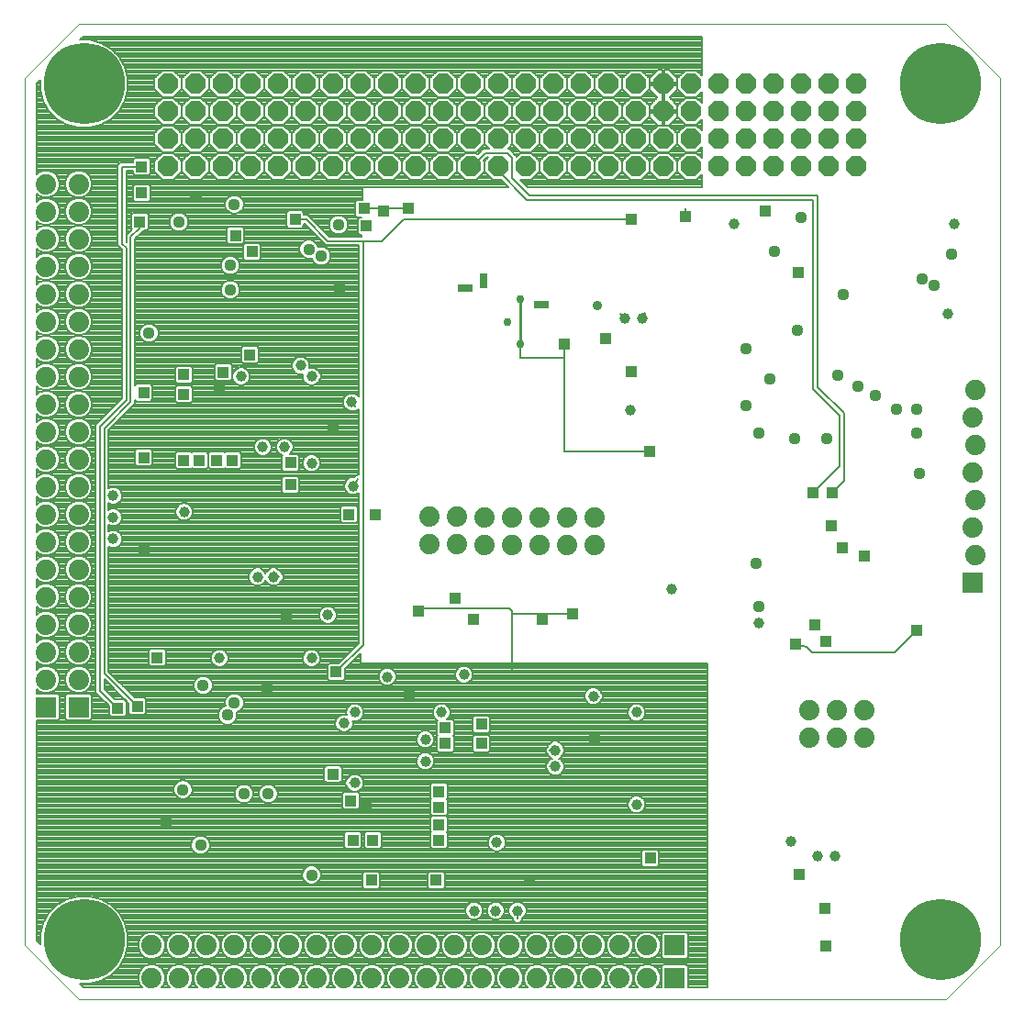
<source format=gbl>
G75*
%MOIN*%
%OFA0B0*%
%FSLAX25Y25*%
%IPPOS*%
%LPD*%
%AMOC8*
5,1,8,0,0,1.08239X$1,22.5*
%
%ADD10C,0.00000*%
%ADD11C,0.29528*%
%ADD12OC8,0.07400*%
%ADD13C,0.04400*%
%ADD14R,0.07400X0.07400*%
%ADD15C,0.07400*%
%ADD16C,0.03962*%
%ADD17C,0.00800*%
%ADD18R,0.03962X0.03962*%
%ADD19C,0.02978*%
%ADD20C,0.01000*%
%ADD21R,0.02978X0.02978*%
%ADD22C,0.03600*%
D10*
X0015180Y0026678D02*
X0015180Y0341638D01*
X0034865Y0361323D01*
X0349825Y0361323D01*
X0369510Y0341638D01*
X0369510Y0026678D01*
X0349825Y0006993D01*
X0034865Y0006993D01*
X0015180Y0026678D01*
D11*
X0036833Y0028646D03*
X0036833Y0339670D03*
X0347857Y0339670D03*
X0347857Y0028646D03*
D12*
X0317345Y0309670D03*
X0307345Y0309670D03*
X0307345Y0319670D03*
X0317345Y0319670D03*
X0317345Y0329670D03*
X0317345Y0339670D03*
X0307345Y0339670D03*
X0307345Y0329670D03*
X0297345Y0329670D03*
X0297345Y0339670D03*
X0287345Y0339670D03*
X0287345Y0329670D03*
X0277345Y0329670D03*
X0277345Y0339670D03*
X0267345Y0339670D03*
X0257345Y0339670D03*
X0257345Y0329670D03*
X0267345Y0329670D03*
X0267345Y0319670D03*
X0257345Y0319670D03*
X0247345Y0319670D03*
X0247345Y0329670D03*
X0247345Y0339670D03*
X0237345Y0339670D03*
X0227345Y0339670D03*
X0227345Y0329670D03*
X0237345Y0329670D03*
X0237345Y0319670D03*
X0227345Y0319670D03*
X0217345Y0319670D03*
X0217345Y0329670D03*
X0217345Y0339670D03*
X0207345Y0339670D03*
X0197345Y0339670D03*
X0197345Y0329670D03*
X0207345Y0329670D03*
X0207345Y0319670D03*
X0197345Y0319670D03*
X0187345Y0319670D03*
X0187345Y0329670D03*
X0187345Y0339670D03*
X0177345Y0339670D03*
X0167345Y0339670D03*
X0167345Y0329670D03*
X0177345Y0329670D03*
X0177345Y0319670D03*
X0167345Y0319670D03*
X0157345Y0319670D03*
X0157345Y0329670D03*
X0157345Y0339670D03*
X0147345Y0339670D03*
X0137345Y0339670D03*
X0137345Y0329670D03*
X0147345Y0329670D03*
X0147345Y0319670D03*
X0137345Y0319670D03*
X0127345Y0319670D03*
X0117345Y0319670D03*
X0117345Y0329670D03*
X0117345Y0339670D03*
X0127345Y0339670D03*
X0127345Y0329670D03*
X0107345Y0329670D03*
X0107345Y0339670D03*
X0097345Y0339670D03*
X0087345Y0339670D03*
X0087345Y0329670D03*
X0097345Y0329670D03*
X0097345Y0319670D03*
X0087345Y0319670D03*
X0077345Y0319670D03*
X0077345Y0329670D03*
X0077345Y0339670D03*
X0067345Y0339670D03*
X0067345Y0329670D03*
X0067345Y0319670D03*
X0067345Y0309670D03*
X0077345Y0309670D03*
X0087345Y0309670D03*
X0097345Y0309670D03*
X0107345Y0309670D03*
X0107345Y0319670D03*
X0117345Y0309670D03*
X0127345Y0309670D03*
X0137345Y0309670D03*
X0147345Y0309670D03*
X0157345Y0309670D03*
X0167345Y0309670D03*
X0177345Y0309670D03*
X0187345Y0309670D03*
X0197345Y0309670D03*
X0207345Y0309670D03*
X0217345Y0309670D03*
X0227345Y0309670D03*
X0237345Y0309670D03*
X0247345Y0309670D03*
X0257345Y0309670D03*
X0267345Y0309670D03*
X0277345Y0309670D03*
X0277345Y0319670D03*
X0287345Y0319670D03*
X0297345Y0319670D03*
X0297345Y0309670D03*
X0287345Y0309670D03*
D13*
X0297357Y0291055D03*
X0287514Y0278752D03*
X0312613Y0263004D03*
X0295880Y0250208D03*
X0310644Y0233860D03*
X0318126Y0229947D03*
X0324374Y0226326D03*
X0331894Y0221311D03*
X0339394Y0221311D03*
X0339187Y0212807D03*
X0340172Y0198043D03*
X0306707Y0210838D03*
X0294896Y0210838D03*
X0282101Y0212807D03*
X0277180Y0222649D03*
X0286038Y0232492D03*
X0277180Y0243319D03*
X0341156Y0268909D03*
X0345585Y0266449D03*
X0351983Y0277767D03*
X0281117Y0165563D03*
X0282101Y0149815D03*
X0129353Y0288489D03*
X0122955Y0277170D03*
X0118526Y0279630D03*
X0091459Y0295871D03*
X0071282Y0289473D03*
X0089983Y0273725D03*
X0089983Y0264867D03*
X0060455Y0249119D03*
X0080140Y0121166D03*
X0091459Y0114768D03*
X0088998Y0110339D03*
X0094904Y0081796D03*
X0103762Y0081796D03*
X0079156Y0063095D03*
X0072758Y0083272D03*
X0119510Y0052268D03*
D14*
X0034865Y0113292D03*
X0023054Y0113292D03*
X0251400Y0026678D03*
X0251400Y0014867D03*
X0359782Y0158369D03*
D15*
X0360782Y0168369D03*
X0359782Y0178369D03*
X0360782Y0188369D03*
X0359782Y0198369D03*
X0360782Y0208369D03*
X0359782Y0218369D03*
X0360782Y0228369D03*
X0320219Y0112032D03*
X0310219Y0112032D03*
X0310219Y0102032D03*
X0320219Y0102032D03*
X0300219Y0102032D03*
X0300219Y0112032D03*
X0222219Y0172032D03*
X0212219Y0172032D03*
X0212219Y0182032D03*
X0222219Y0182032D03*
X0202219Y0182032D03*
X0202219Y0172032D03*
X0192219Y0172032D03*
X0182219Y0172032D03*
X0172345Y0172347D03*
X0172345Y0182347D03*
X0182219Y0182032D03*
X0192219Y0182032D03*
X0162345Y0182347D03*
X0162345Y0172347D03*
X0034865Y0173292D03*
X0034865Y0183292D03*
X0034865Y0193292D03*
X0034865Y0203292D03*
X0034865Y0213292D03*
X0034865Y0223292D03*
X0034865Y0233292D03*
X0034865Y0243292D03*
X0034865Y0253292D03*
X0034865Y0263292D03*
X0034865Y0273292D03*
X0034865Y0283292D03*
X0034865Y0293292D03*
X0034865Y0303292D03*
X0023054Y0303292D03*
X0023054Y0293292D03*
X0023054Y0283292D03*
X0023054Y0273292D03*
X0023054Y0263292D03*
X0023054Y0253292D03*
X0023054Y0243292D03*
X0023054Y0233292D03*
X0023054Y0223292D03*
X0023054Y0213292D03*
X0023054Y0203292D03*
X0023054Y0193292D03*
X0023054Y0183292D03*
X0023054Y0173292D03*
X0023054Y0163292D03*
X0023054Y0153292D03*
X0023054Y0143292D03*
X0023054Y0133292D03*
X0023054Y0123292D03*
X0034865Y0123292D03*
X0034865Y0133292D03*
X0034865Y0143292D03*
X0034865Y0153292D03*
X0034865Y0163292D03*
X0061400Y0026678D03*
X0071400Y0026678D03*
X0081400Y0026678D03*
X0091400Y0026678D03*
X0101400Y0026678D03*
X0111400Y0026678D03*
X0121400Y0026678D03*
X0131400Y0026678D03*
X0141400Y0026678D03*
X0151400Y0026678D03*
X0161400Y0026678D03*
X0171400Y0026678D03*
X0181400Y0026678D03*
X0191400Y0026678D03*
X0201400Y0026678D03*
X0211400Y0026678D03*
X0221400Y0026678D03*
X0231400Y0026678D03*
X0241400Y0026678D03*
X0241400Y0014867D03*
X0231400Y0014867D03*
X0221400Y0014867D03*
X0211400Y0014867D03*
X0201400Y0014867D03*
X0191400Y0014867D03*
X0181400Y0014867D03*
X0171400Y0014867D03*
X0161400Y0014867D03*
X0151400Y0014867D03*
X0141400Y0014867D03*
X0131400Y0014867D03*
X0121400Y0014867D03*
X0111400Y0014867D03*
X0101400Y0014867D03*
X0091400Y0014867D03*
X0081400Y0014867D03*
X0071400Y0014867D03*
X0061400Y0014867D03*
D16*
X0135258Y0085733D03*
X0131321Y0107386D03*
X0135258Y0111323D03*
X0147006Y0124284D03*
X0166754Y0111323D03*
X0160849Y0101481D03*
X0160849Y0093607D03*
X0174880Y0125084D03*
X0208093Y0097544D03*
X0208093Y0091638D03*
X0221872Y0117229D03*
X0237620Y0111323D03*
X0237620Y0077859D03*
X0194313Y0039289D03*
X0186439Y0039289D03*
X0178565Y0039289D03*
X0186808Y0064079D03*
X0119510Y0131008D03*
X0125416Y0146756D03*
X0105731Y0160536D03*
X0099825Y0160536D03*
X0086046Y0131008D03*
X0047476Y0174315D03*
X0047476Y0182189D03*
X0047476Y0190064D03*
X0073250Y0184158D03*
X0101794Y0207780D03*
X0109668Y0207780D03*
X0119510Y0201875D03*
X0134619Y0193632D03*
X0134071Y0224023D03*
X0119510Y0233371D03*
X0115573Y0237308D03*
X0093920Y0233371D03*
X0233202Y0254408D03*
X0239772Y0254478D03*
X0235219Y0221032D03*
X0250219Y0156032D03*
X0281912Y0143804D03*
X0293619Y0064632D03*
X0303219Y0059032D03*
X0309619Y0059032D03*
X0350619Y0256032D03*
X0353019Y0288832D03*
X0273019Y0288832D03*
D17*
X0261243Y0302268D02*
X0197875Y0302268D01*
X0195413Y0304770D01*
X0199375Y0304770D01*
X0202245Y0307640D01*
X0202245Y0311699D01*
X0199375Y0314570D01*
X0195315Y0314570D01*
X0193930Y0313184D01*
X0193937Y0313449D01*
X0193919Y0313468D01*
X0193919Y0313495D01*
X0193466Y0313947D01*
X0192219Y0315268D01*
X0192219Y0315295D01*
X0191767Y0315747D01*
X0191327Y0316212D01*
X0191300Y0316213D01*
X0191282Y0316232D01*
X0190837Y0316232D01*
X0192245Y0317640D01*
X0192245Y0321699D01*
X0189375Y0324570D01*
X0185315Y0324570D01*
X0182445Y0321699D01*
X0182445Y0317640D01*
X0183853Y0316232D01*
X0183262Y0316232D01*
X0183249Y0316245D01*
X0182602Y0316232D01*
X0181956Y0316232D01*
X0181943Y0316218D01*
X0181923Y0316218D01*
X0181476Y0315752D01*
X0181019Y0315295D01*
X0181019Y0315276D01*
X0179868Y0314076D01*
X0179375Y0314570D01*
X0175315Y0314570D01*
X0172445Y0311699D01*
X0172445Y0307640D01*
X0175315Y0304770D01*
X0179375Y0304770D01*
X0182245Y0307640D01*
X0182245Y0311699D01*
X0182131Y0311813D01*
X0183301Y0313032D01*
X0183777Y0313032D01*
X0182445Y0311699D01*
X0182445Y0307640D01*
X0185315Y0304770D01*
X0188418Y0304770D01*
X0190920Y0302268D01*
X0137838Y0302268D01*
X0137821Y0297613D01*
X0136141Y0297613D01*
X0135438Y0296910D01*
X0135438Y0291954D01*
X0136141Y0291251D01*
X0137799Y0291251D01*
X0137799Y0291213D01*
X0136941Y0291213D01*
X0136238Y0290510D01*
X0136238Y0285554D01*
X0136941Y0284851D01*
X0137776Y0284851D01*
X0137774Y0284183D01*
X0126078Y0284183D01*
X0119142Y0291120D01*
X0118204Y0292057D01*
X0116786Y0292057D01*
X0116786Y0292935D01*
X0116083Y0293638D01*
X0111127Y0293638D01*
X0110424Y0292935D01*
X0110424Y0287979D01*
X0111127Y0287276D01*
X0116083Y0287276D01*
X0116786Y0287979D01*
X0116786Y0288857D01*
X0116879Y0288857D01*
X0124753Y0280983D01*
X0136611Y0280983D01*
X0136611Y0225981D01*
X0135873Y0226719D01*
X0134704Y0227204D01*
X0133438Y0227204D01*
X0132269Y0226719D01*
X0131374Y0225825D01*
X0130890Y0224655D01*
X0130890Y0223390D01*
X0131374Y0222221D01*
X0132269Y0221326D01*
X0133438Y0220841D01*
X0134704Y0220841D01*
X0134783Y0220874D01*
X0135648Y0220740D01*
X0136611Y0221443D01*
X0136611Y0197806D01*
X0135488Y0197616D01*
X0134917Y0196813D01*
X0133986Y0196813D01*
X0132817Y0196329D01*
X0131922Y0195434D01*
X0131438Y0194265D01*
X0131438Y0192999D01*
X0131922Y0191830D01*
X0132817Y0190935D01*
X0133986Y0190451D01*
X0135252Y0190451D01*
X0136421Y0190935D01*
X0136611Y0191125D01*
X0136611Y0136592D01*
X0129287Y0129268D01*
X0125890Y0129268D01*
X0125187Y0128565D01*
X0125187Y0123609D01*
X0125890Y0122906D01*
X0130847Y0122906D01*
X0131550Y0123609D01*
X0131550Y0127005D01*
X0137240Y0132696D01*
X0137227Y0129040D01*
X0263211Y0129040D01*
X0263211Y0011393D01*
X0256300Y0011393D01*
X0256300Y0019064D01*
X0255597Y0019767D01*
X0247203Y0019767D01*
X0246500Y0019064D01*
X0246500Y0011393D01*
X0244856Y0011393D01*
X0245554Y0012091D01*
X0246300Y0013892D01*
X0246300Y0015841D01*
X0245554Y0017642D01*
X0244176Y0019021D01*
X0242375Y0019767D01*
X0240425Y0019767D01*
X0238624Y0019021D01*
X0237246Y0017642D01*
X0236500Y0015841D01*
X0236500Y0013892D01*
X0237246Y0012091D01*
X0237944Y0011393D01*
X0234856Y0011393D01*
X0235554Y0012091D01*
X0236300Y0013892D01*
X0236300Y0015841D01*
X0235554Y0017642D01*
X0234176Y0019021D01*
X0232375Y0019767D01*
X0230425Y0019767D01*
X0228624Y0019021D01*
X0227246Y0017642D01*
X0226500Y0015841D01*
X0226500Y0013892D01*
X0227246Y0012091D01*
X0227944Y0011393D01*
X0224856Y0011393D01*
X0225554Y0012091D01*
X0226300Y0013892D01*
X0226300Y0015841D01*
X0225554Y0017642D01*
X0224176Y0019021D01*
X0222375Y0019767D01*
X0220425Y0019767D01*
X0218624Y0019021D01*
X0217246Y0017642D01*
X0216500Y0015841D01*
X0216500Y0013892D01*
X0217246Y0012091D01*
X0217944Y0011393D01*
X0214856Y0011393D01*
X0215554Y0012091D01*
X0216300Y0013892D01*
X0216300Y0015841D01*
X0215554Y0017642D01*
X0214176Y0019021D01*
X0212375Y0019767D01*
X0210425Y0019767D01*
X0208624Y0019021D01*
X0207246Y0017642D01*
X0206500Y0015841D01*
X0206500Y0013892D01*
X0207246Y0012091D01*
X0207944Y0011393D01*
X0204856Y0011393D01*
X0205554Y0012091D01*
X0206300Y0013892D01*
X0206300Y0015841D01*
X0205554Y0017642D01*
X0204176Y0019021D01*
X0202375Y0019767D01*
X0200425Y0019767D01*
X0198624Y0019021D01*
X0197246Y0017642D01*
X0196500Y0015841D01*
X0196500Y0013892D01*
X0197246Y0012091D01*
X0197944Y0011393D01*
X0194856Y0011393D01*
X0195554Y0012091D01*
X0196300Y0013892D01*
X0196300Y0015841D01*
X0195554Y0017642D01*
X0194176Y0019021D01*
X0192375Y0019767D01*
X0190425Y0019767D01*
X0188624Y0019021D01*
X0187246Y0017642D01*
X0186500Y0015841D01*
X0186500Y0013892D01*
X0187246Y0012091D01*
X0187944Y0011393D01*
X0184856Y0011393D01*
X0185554Y0012091D01*
X0186300Y0013892D01*
X0186300Y0015841D01*
X0185554Y0017642D01*
X0184176Y0019021D01*
X0182375Y0019767D01*
X0180425Y0019767D01*
X0178624Y0019021D01*
X0177246Y0017642D01*
X0176500Y0015841D01*
X0176500Y0013892D01*
X0177246Y0012091D01*
X0177944Y0011393D01*
X0174856Y0011393D01*
X0175554Y0012091D01*
X0176300Y0013892D01*
X0176300Y0015841D01*
X0175554Y0017642D01*
X0174176Y0019021D01*
X0172375Y0019767D01*
X0170425Y0019767D01*
X0168624Y0019021D01*
X0167246Y0017642D01*
X0166500Y0015841D01*
X0166500Y0013892D01*
X0167246Y0012091D01*
X0167944Y0011393D01*
X0164856Y0011393D01*
X0165554Y0012091D01*
X0166300Y0013892D01*
X0166300Y0015841D01*
X0165554Y0017642D01*
X0164176Y0019021D01*
X0162375Y0019767D01*
X0160425Y0019767D01*
X0158624Y0019021D01*
X0157246Y0017642D01*
X0156500Y0015841D01*
X0156500Y0013892D01*
X0157246Y0012091D01*
X0157944Y0011393D01*
X0154856Y0011393D01*
X0155554Y0012091D01*
X0156300Y0013892D01*
X0156300Y0015841D01*
X0155554Y0017642D01*
X0154176Y0019021D01*
X0152375Y0019767D01*
X0150425Y0019767D01*
X0148624Y0019021D01*
X0147246Y0017642D01*
X0146500Y0015841D01*
X0146500Y0013892D01*
X0147246Y0012091D01*
X0147944Y0011393D01*
X0144856Y0011393D01*
X0145554Y0012091D01*
X0146300Y0013892D01*
X0146300Y0015841D01*
X0145554Y0017642D01*
X0144176Y0019021D01*
X0142375Y0019767D01*
X0140425Y0019767D01*
X0138624Y0019021D01*
X0137246Y0017642D01*
X0136500Y0015841D01*
X0136500Y0013892D01*
X0137246Y0012091D01*
X0137944Y0011393D01*
X0134856Y0011393D01*
X0135554Y0012091D01*
X0136300Y0013892D01*
X0136300Y0015841D01*
X0135554Y0017642D01*
X0134176Y0019021D01*
X0132375Y0019767D01*
X0130425Y0019767D01*
X0128624Y0019021D01*
X0127246Y0017642D01*
X0126500Y0015841D01*
X0126500Y0013892D01*
X0127246Y0012091D01*
X0127944Y0011393D01*
X0124856Y0011393D01*
X0125554Y0012091D01*
X0126300Y0013892D01*
X0126300Y0015841D01*
X0125554Y0017642D01*
X0124176Y0019021D01*
X0122375Y0019767D01*
X0120425Y0019767D01*
X0118624Y0019021D01*
X0117246Y0017642D01*
X0116500Y0015841D01*
X0116500Y0013892D01*
X0117246Y0012091D01*
X0117944Y0011393D01*
X0114856Y0011393D01*
X0115554Y0012091D01*
X0116300Y0013892D01*
X0116300Y0015841D01*
X0115554Y0017642D01*
X0114176Y0019021D01*
X0112375Y0019767D01*
X0110425Y0019767D01*
X0108624Y0019021D01*
X0107246Y0017642D01*
X0106500Y0015841D01*
X0106500Y0013892D01*
X0107246Y0012091D01*
X0107944Y0011393D01*
X0104856Y0011393D01*
X0105554Y0012091D01*
X0106300Y0013892D01*
X0106300Y0015841D01*
X0105554Y0017642D01*
X0104176Y0019021D01*
X0102375Y0019767D01*
X0100425Y0019767D01*
X0098624Y0019021D01*
X0097246Y0017642D01*
X0096500Y0015841D01*
X0096500Y0013892D01*
X0097246Y0012091D01*
X0097944Y0011393D01*
X0094856Y0011393D01*
X0095554Y0012091D01*
X0096300Y0013892D01*
X0096300Y0015841D01*
X0095554Y0017642D01*
X0094176Y0019021D01*
X0092375Y0019767D01*
X0090425Y0019767D01*
X0088624Y0019021D01*
X0087246Y0017642D01*
X0086500Y0015841D01*
X0086500Y0013892D01*
X0087246Y0012091D01*
X0087944Y0011393D01*
X0084856Y0011393D01*
X0085554Y0012091D01*
X0086300Y0013892D01*
X0086300Y0015841D01*
X0085554Y0017642D01*
X0084176Y0019021D01*
X0082375Y0019767D01*
X0080425Y0019767D01*
X0078624Y0019021D01*
X0077246Y0017642D01*
X0076500Y0015841D01*
X0076500Y0013892D01*
X0077246Y0012091D01*
X0077944Y0011393D01*
X0074856Y0011393D01*
X0075554Y0012091D01*
X0076300Y0013892D01*
X0076300Y0015841D01*
X0075554Y0017642D01*
X0074176Y0019021D01*
X0072375Y0019767D01*
X0070425Y0019767D01*
X0068624Y0019021D01*
X0067246Y0017642D01*
X0066500Y0015841D01*
X0066500Y0013892D01*
X0067246Y0012091D01*
X0067944Y0011393D01*
X0064856Y0011393D01*
X0065554Y0012091D01*
X0066300Y0013892D01*
X0066300Y0015841D01*
X0065554Y0017642D01*
X0064176Y0019021D01*
X0062375Y0019767D01*
X0060425Y0019767D01*
X0058624Y0019021D01*
X0057246Y0017642D01*
X0056500Y0015841D01*
X0056500Y0013892D01*
X0057246Y0012091D01*
X0057944Y0011393D01*
X0036687Y0011393D01*
X0035397Y0012682D01*
X0038935Y0012682D01*
X0042995Y0013770D01*
X0046635Y0015872D01*
X0049607Y0018844D01*
X0051709Y0022484D01*
X0052797Y0026545D01*
X0052797Y0030748D01*
X0051709Y0034808D01*
X0049607Y0038448D01*
X0046635Y0041420D01*
X0042995Y0043522D01*
X0038935Y0044610D01*
X0034731Y0044610D01*
X0030671Y0043522D01*
X0027031Y0041420D01*
X0024059Y0038448D01*
X0021957Y0034808D01*
X0020869Y0030748D01*
X0020869Y0027210D01*
X0019580Y0028500D01*
X0019580Y0108392D01*
X0027251Y0108392D01*
X0027954Y0109095D01*
X0027954Y0117489D01*
X0027251Y0118192D01*
X0019580Y0118192D01*
X0019580Y0119836D01*
X0020278Y0119138D01*
X0022079Y0118392D01*
X0024028Y0118392D01*
X0025829Y0119138D01*
X0027208Y0120516D01*
X0027954Y0122317D01*
X0027954Y0124267D01*
X0027208Y0126067D01*
X0025829Y0127446D01*
X0024028Y0128192D01*
X0022079Y0128192D01*
X0020278Y0127446D01*
X0019580Y0126747D01*
X0019580Y0129836D01*
X0020278Y0129138D01*
X0022079Y0128392D01*
X0024028Y0128392D01*
X0025829Y0129138D01*
X0027208Y0130516D01*
X0027954Y0132317D01*
X0027954Y0134267D01*
X0027208Y0136067D01*
X0025829Y0137446D01*
X0024028Y0138192D01*
X0022079Y0138192D01*
X0020278Y0137446D01*
X0019580Y0136747D01*
X0019580Y0139836D01*
X0020278Y0139138D01*
X0022079Y0138392D01*
X0024028Y0138392D01*
X0025829Y0139138D01*
X0027208Y0140516D01*
X0027954Y0142317D01*
X0027954Y0144267D01*
X0027208Y0146067D01*
X0025829Y0147446D01*
X0024028Y0148192D01*
X0022079Y0148192D01*
X0020278Y0147446D01*
X0019580Y0146747D01*
X0019580Y0149836D01*
X0020278Y0149138D01*
X0022079Y0148392D01*
X0024028Y0148392D01*
X0025829Y0149138D01*
X0027208Y0150516D01*
X0027954Y0152317D01*
X0027954Y0154267D01*
X0027208Y0156067D01*
X0025829Y0157446D01*
X0024028Y0158192D01*
X0022079Y0158192D01*
X0020278Y0157446D01*
X0019580Y0156747D01*
X0019580Y0159836D01*
X0020278Y0159138D01*
X0022079Y0158392D01*
X0024028Y0158392D01*
X0025829Y0159138D01*
X0027208Y0160516D01*
X0027954Y0162317D01*
X0027954Y0164267D01*
X0027208Y0166067D01*
X0025829Y0167446D01*
X0024028Y0168192D01*
X0022079Y0168192D01*
X0020278Y0167446D01*
X0019580Y0166747D01*
X0019580Y0169836D01*
X0020278Y0169138D01*
X0022079Y0168392D01*
X0024028Y0168392D01*
X0025829Y0169138D01*
X0027208Y0170516D01*
X0027954Y0172317D01*
X0027954Y0174267D01*
X0027208Y0176067D01*
X0025829Y0177446D01*
X0024028Y0178192D01*
X0022079Y0178192D01*
X0020278Y0177446D01*
X0019580Y0176747D01*
X0019580Y0179836D01*
X0020278Y0179138D01*
X0022079Y0178392D01*
X0024028Y0178392D01*
X0025829Y0179138D01*
X0027208Y0180516D01*
X0027954Y0182317D01*
X0027954Y0184267D01*
X0027208Y0186067D01*
X0025829Y0187446D01*
X0024028Y0188192D01*
X0022079Y0188192D01*
X0020278Y0187446D01*
X0019580Y0186747D01*
X0019580Y0189836D01*
X0020278Y0189138D01*
X0022079Y0188392D01*
X0024028Y0188392D01*
X0025829Y0189138D01*
X0027208Y0190516D01*
X0027954Y0192317D01*
X0027954Y0194267D01*
X0027208Y0196067D01*
X0025829Y0197446D01*
X0024028Y0198192D01*
X0022079Y0198192D01*
X0020278Y0197446D01*
X0019580Y0196747D01*
X0019580Y0199836D01*
X0020278Y0199138D01*
X0022079Y0198392D01*
X0024028Y0198392D01*
X0025829Y0199138D01*
X0027208Y0200516D01*
X0027954Y0202317D01*
X0027954Y0204267D01*
X0027208Y0206067D01*
X0025829Y0207446D01*
X0024028Y0208192D01*
X0022079Y0208192D01*
X0020278Y0207446D01*
X0019580Y0206747D01*
X0019580Y0209836D01*
X0020278Y0209138D01*
X0022079Y0208392D01*
X0024028Y0208392D01*
X0025829Y0209138D01*
X0027208Y0210516D01*
X0027954Y0212317D01*
X0027954Y0214267D01*
X0027208Y0216067D01*
X0025829Y0217446D01*
X0024028Y0218192D01*
X0022079Y0218192D01*
X0020278Y0217446D01*
X0019580Y0216747D01*
X0019580Y0219836D01*
X0020278Y0219138D01*
X0022079Y0218392D01*
X0024028Y0218392D01*
X0025829Y0219138D01*
X0027208Y0220516D01*
X0027954Y0222317D01*
X0027954Y0224267D01*
X0027208Y0226067D01*
X0025829Y0227446D01*
X0024028Y0228192D01*
X0022079Y0228192D01*
X0020278Y0227446D01*
X0019580Y0226747D01*
X0019580Y0229836D01*
X0020278Y0229138D01*
X0022079Y0228392D01*
X0024028Y0228392D01*
X0025829Y0229138D01*
X0027208Y0230516D01*
X0027954Y0232317D01*
X0027954Y0234267D01*
X0027208Y0236067D01*
X0025829Y0237446D01*
X0024028Y0238192D01*
X0022079Y0238192D01*
X0020278Y0237446D01*
X0019580Y0236747D01*
X0019580Y0239836D01*
X0020278Y0239138D01*
X0022079Y0238392D01*
X0024028Y0238392D01*
X0025829Y0239138D01*
X0027208Y0240516D01*
X0027954Y0242317D01*
X0027954Y0244267D01*
X0027208Y0246067D01*
X0025829Y0247446D01*
X0024028Y0248192D01*
X0022079Y0248192D01*
X0020278Y0247446D01*
X0019580Y0246747D01*
X0019580Y0249836D01*
X0020278Y0249138D01*
X0022079Y0248392D01*
X0024028Y0248392D01*
X0025829Y0249138D01*
X0027208Y0250516D01*
X0027954Y0252317D01*
X0027954Y0254267D01*
X0027208Y0256067D01*
X0025829Y0257446D01*
X0024028Y0258192D01*
X0022079Y0258192D01*
X0020278Y0257446D01*
X0019580Y0256747D01*
X0019580Y0259836D01*
X0020278Y0259138D01*
X0022079Y0258392D01*
X0024028Y0258392D01*
X0025829Y0259138D01*
X0027208Y0260516D01*
X0027954Y0262317D01*
X0027954Y0264267D01*
X0027208Y0266067D01*
X0025829Y0267446D01*
X0024028Y0268192D01*
X0022079Y0268192D01*
X0020278Y0267446D01*
X0019580Y0266747D01*
X0019580Y0269836D01*
X0020278Y0269138D01*
X0022079Y0268392D01*
X0024028Y0268392D01*
X0025829Y0269138D01*
X0027208Y0270516D01*
X0027954Y0272317D01*
X0027954Y0274267D01*
X0027208Y0276067D01*
X0025829Y0277446D01*
X0024028Y0278192D01*
X0022079Y0278192D01*
X0020278Y0277446D01*
X0019580Y0276747D01*
X0019580Y0279836D01*
X0020278Y0279138D01*
X0022079Y0278392D01*
X0024028Y0278392D01*
X0025829Y0279138D01*
X0027208Y0280516D01*
X0027954Y0282317D01*
X0027954Y0284267D01*
X0027208Y0286067D01*
X0025829Y0287446D01*
X0024028Y0288192D01*
X0022079Y0288192D01*
X0020278Y0287446D01*
X0019580Y0286747D01*
X0019580Y0289836D01*
X0020278Y0289138D01*
X0022079Y0288392D01*
X0024028Y0288392D01*
X0025829Y0289138D01*
X0027208Y0290516D01*
X0027954Y0292317D01*
X0027954Y0294267D01*
X0027208Y0296067D01*
X0025829Y0297446D01*
X0024028Y0298192D01*
X0022079Y0298192D01*
X0020278Y0297446D01*
X0019580Y0296747D01*
X0019580Y0299836D01*
X0020278Y0299138D01*
X0022079Y0298392D01*
X0024028Y0298392D01*
X0025829Y0299138D01*
X0027208Y0300516D01*
X0027954Y0302317D01*
X0027954Y0304267D01*
X0027208Y0306067D01*
X0025829Y0307446D01*
X0024028Y0308192D01*
X0022079Y0308192D01*
X0020278Y0307446D01*
X0019580Y0306747D01*
X0019580Y0339816D01*
X0020869Y0341106D01*
X0020869Y0337568D01*
X0021957Y0333508D01*
X0024059Y0329868D01*
X0027031Y0326896D01*
X0030671Y0324794D01*
X0034731Y0323706D01*
X0038935Y0323706D01*
X0042995Y0324794D01*
X0046635Y0326896D01*
X0049607Y0329868D01*
X0051709Y0333508D01*
X0052797Y0337568D01*
X0052797Y0341771D01*
X0051709Y0345832D01*
X0049607Y0349472D01*
X0046635Y0352444D01*
X0042995Y0354546D01*
X0038935Y0355634D01*
X0035397Y0355634D01*
X0036687Y0356923D01*
X0261243Y0356923D01*
X0261243Y0342702D01*
X0259375Y0344570D01*
X0255315Y0344570D01*
X0252445Y0341699D01*
X0252445Y0337640D01*
X0255315Y0334770D01*
X0259375Y0334770D01*
X0261243Y0336638D01*
X0261243Y0332702D01*
X0259375Y0334570D01*
X0255315Y0334570D01*
X0252445Y0331699D01*
X0252445Y0327640D01*
X0255315Y0324770D01*
X0259375Y0324770D01*
X0261243Y0326638D01*
X0261243Y0322702D01*
X0259375Y0324570D01*
X0255315Y0324570D01*
X0252445Y0321699D01*
X0252445Y0317640D01*
X0255315Y0314770D01*
X0259375Y0314770D01*
X0261243Y0316638D01*
X0261243Y0312702D01*
X0259375Y0314570D01*
X0255315Y0314570D01*
X0252445Y0311699D01*
X0252445Y0307640D01*
X0255315Y0304770D01*
X0259375Y0304770D01*
X0261243Y0306638D01*
X0261243Y0302268D01*
X0261243Y0303025D02*
X0197130Y0303025D01*
X0196344Y0303824D02*
X0261243Y0303824D01*
X0261243Y0304622D02*
X0195558Y0304622D01*
X0192319Y0305632D02*
X0198619Y0299232D01*
X0303419Y0299232D01*
X0303419Y0229632D01*
X0313019Y0220032D01*
X0313019Y0195632D01*
X0308619Y0191232D01*
X0301819Y0191232D02*
X0311419Y0200832D01*
X0311419Y0219232D01*
X0301819Y0228832D01*
X0301819Y0297632D01*
X0197819Y0297632D01*
X0187345Y0308106D01*
X0187345Y0309670D01*
X0183866Y0306219D02*
X0180824Y0306219D01*
X0181622Y0307018D02*
X0183067Y0307018D01*
X0182445Y0307816D02*
X0182245Y0307816D01*
X0182245Y0308615D02*
X0182445Y0308615D01*
X0182445Y0309413D02*
X0182245Y0309413D01*
X0182245Y0310212D02*
X0182445Y0310212D01*
X0182445Y0311010D02*
X0182245Y0311010D01*
X0182136Y0311809D02*
X0182554Y0311809D01*
X0182893Y0312607D02*
X0183353Y0312607D01*
X0182619Y0314632D02*
X0177857Y0309670D01*
X0177345Y0309670D01*
X0173866Y0306219D02*
X0170824Y0306219D01*
X0171622Y0307018D02*
X0173067Y0307018D01*
X0172445Y0307816D02*
X0172245Y0307816D01*
X0172245Y0307640D02*
X0169375Y0304770D01*
X0165315Y0304770D01*
X0162445Y0307640D01*
X0162445Y0311699D01*
X0165315Y0314570D01*
X0169375Y0314570D01*
X0172245Y0311699D01*
X0172245Y0307640D01*
X0172245Y0308615D02*
X0172445Y0308615D01*
X0172445Y0309413D02*
X0172245Y0309413D01*
X0172245Y0310212D02*
X0172445Y0310212D01*
X0172445Y0311010D02*
X0172245Y0311010D01*
X0172136Y0311809D02*
X0172554Y0311809D01*
X0173353Y0312607D02*
X0171337Y0312607D01*
X0170539Y0313406D02*
X0174151Y0313406D01*
X0174950Y0314204D02*
X0169740Y0314204D01*
X0169375Y0314770D02*
X0172245Y0317640D01*
X0172245Y0321699D01*
X0169375Y0324570D01*
X0165315Y0324570D01*
X0162445Y0321699D01*
X0162445Y0317640D01*
X0165315Y0314770D01*
X0169375Y0314770D01*
X0169607Y0315003D02*
X0175082Y0315003D01*
X0175315Y0314770D02*
X0179375Y0314770D01*
X0182245Y0317640D01*
X0182245Y0321699D01*
X0179375Y0324570D01*
X0175315Y0324570D01*
X0172445Y0321699D01*
X0172445Y0317640D01*
X0175315Y0314770D01*
X0174284Y0315801D02*
X0170406Y0315801D01*
X0171204Y0316600D02*
X0173485Y0316600D01*
X0172687Y0317398D02*
X0172003Y0317398D01*
X0172245Y0318197D02*
X0172445Y0318197D01*
X0172445Y0318995D02*
X0172245Y0318995D01*
X0172245Y0319794D02*
X0172445Y0319794D01*
X0172445Y0320592D02*
X0172245Y0320592D01*
X0172245Y0321391D02*
X0172445Y0321391D01*
X0172935Y0322189D02*
X0171755Y0322189D01*
X0170956Y0322988D02*
X0173733Y0322988D01*
X0174532Y0323786D02*
X0170158Y0323786D01*
X0169375Y0324770D02*
X0172245Y0327640D01*
X0172245Y0331699D01*
X0169375Y0334570D01*
X0165315Y0334570D01*
X0162445Y0331699D01*
X0162445Y0327640D01*
X0165315Y0324770D01*
X0169375Y0324770D01*
X0169988Y0325383D02*
X0174702Y0325383D01*
X0175315Y0324770D02*
X0179375Y0324770D01*
X0182245Y0327640D01*
X0182245Y0331699D01*
X0179375Y0334570D01*
X0175315Y0334570D01*
X0172445Y0331699D01*
X0172445Y0327640D01*
X0175315Y0324770D01*
X0173903Y0326182D02*
X0170787Y0326182D01*
X0171585Y0326980D02*
X0173105Y0326980D01*
X0172445Y0327779D02*
X0172245Y0327779D01*
X0172245Y0328577D02*
X0172445Y0328577D01*
X0172445Y0329376D02*
X0172245Y0329376D01*
X0172245Y0330174D02*
X0172445Y0330174D01*
X0172445Y0330973D02*
X0172245Y0330973D01*
X0172173Y0331771D02*
X0172517Y0331771D01*
X0173315Y0332570D02*
X0171374Y0332570D01*
X0170576Y0333369D02*
X0174114Y0333369D01*
X0174912Y0334167D02*
X0169777Y0334167D01*
X0169375Y0334770D02*
X0172245Y0337640D01*
X0172245Y0341699D01*
X0169375Y0344570D01*
X0165315Y0344570D01*
X0162445Y0341699D01*
X0162445Y0337640D01*
X0165315Y0334770D01*
X0169375Y0334770D01*
X0169570Y0334966D02*
X0175120Y0334966D01*
X0175315Y0334770D02*
X0179375Y0334770D01*
X0182245Y0337640D01*
X0182245Y0341699D01*
X0179375Y0344570D01*
X0175315Y0344570D01*
X0172445Y0341699D01*
X0172445Y0337640D01*
X0175315Y0334770D01*
X0174321Y0335764D02*
X0170369Y0335764D01*
X0171167Y0336563D02*
X0173522Y0336563D01*
X0172724Y0337361D02*
X0171966Y0337361D01*
X0172245Y0338160D02*
X0172445Y0338160D01*
X0172445Y0338958D02*
X0172245Y0338958D01*
X0172245Y0339757D02*
X0172445Y0339757D01*
X0172445Y0340555D02*
X0172245Y0340555D01*
X0172245Y0341354D02*
X0172445Y0341354D01*
X0172898Y0342152D02*
X0171792Y0342152D01*
X0170994Y0342951D02*
X0173696Y0342951D01*
X0174495Y0343749D02*
X0170195Y0343749D01*
X0169397Y0344548D02*
X0175293Y0344548D01*
X0179397Y0344548D02*
X0185293Y0344548D01*
X0185315Y0344570D02*
X0182445Y0341699D01*
X0182445Y0337640D01*
X0185315Y0334770D01*
X0189375Y0334770D01*
X0192245Y0337640D01*
X0192245Y0341699D01*
X0189375Y0344570D01*
X0185315Y0344570D01*
X0184495Y0343749D02*
X0180195Y0343749D01*
X0180994Y0342951D02*
X0183696Y0342951D01*
X0182898Y0342152D02*
X0181792Y0342152D01*
X0182245Y0341354D02*
X0182445Y0341354D01*
X0182445Y0340555D02*
X0182245Y0340555D01*
X0182245Y0339757D02*
X0182445Y0339757D01*
X0182445Y0338958D02*
X0182245Y0338958D01*
X0182245Y0338160D02*
X0182445Y0338160D01*
X0182724Y0337361D02*
X0181966Y0337361D01*
X0181167Y0336563D02*
X0183522Y0336563D01*
X0184321Y0335764D02*
X0180369Y0335764D01*
X0179570Y0334966D02*
X0185120Y0334966D01*
X0185315Y0334570D02*
X0182445Y0331699D01*
X0182445Y0327640D01*
X0185315Y0324770D01*
X0189375Y0324770D01*
X0192245Y0327640D01*
X0192245Y0331699D01*
X0189375Y0334570D01*
X0185315Y0334570D01*
X0184912Y0334167D02*
X0179777Y0334167D01*
X0180576Y0333369D02*
X0184114Y0333369D01*
X0183315Y0332570D02*
X0181374Y0332570D01*
X0182173Y0331771D02*
X0182517Y0331771D01*
X0182445Y0330973D02*
X0182245Y0330973D01*
X0182245Y0330174D02*
X0182445Y0330174D01*
X0182445Y0329376D02*
X0182245Y0329376D01*
X0182245Y0328577D02*
X0182445Y0328577D01*
X0182445Y0327779D02*
X0182245Y0327779D01*
X0181585Y0326980D02*
X0183105Y0326980D01*
X0183903Y0326182D02*
X0180787Y0326182D01*
X0179988Y0325383D02*
X0184702Y0325383D01*
X0184532Y0323786D02*
X0180158Y0323786D01*
X0180956Y0322988D02*
X0183733Y0322988D01*
X0182935Y0322189D02*
X0181755Y0322189D01*
X0182245Y0321391D02*
X0182445Y0321391D01*
X0182445Y0320592D02*
X0182245Y0320592D01*
X0182245Y0319794D02*
X0182445Y0319794D01*
X0182445Y0318995D02*
X0182245Y0318995D01*
X0182245Y0318197D02*
X0182445Y0318197D01*
X0182687Y0317398D02*
X0182003Y0317398D01*
X0181204Y0316600D02*
X0183485Y0316600D01*
X0181523Y0315801D02*
X0180406Y0315801D01*
X0180757Y0315003D02*
X0179607Y0315003D01*
X0179740Y0314204D02*
X0179991Y0314204D01*
X0182619Y0314632D02*
X0190619Y0314632D01*
X0192319Y0312832D01*
X0192319Y0305632D01*
X0190163Y0303025D02*
X0060485Y0303025D01*
X0060297Y0303213D02*
X0061000Y0302510D01*
X0061000Y0297554D01*
X0060297Y0296851D01*
X0055341Y0296851D01*
X0054638Y0297554D01*
X0054638Y0302510D01*
X0055341Y0303213D01*
X0060297Y0303213D01*
X0061000Y0302227D02*
X0137838Y0302227D01*
X0137835Y0301428D02*
X0061000Y0301428D01*
X0061000Y0300630D02*
X0137832Y0300630D01*
X0137829Y0299831D02*
X0061000Y0299831D01*
X0061000Y0299033D02*
X0090208Y0299033D01*
X0090783Y0299271D02*
X0089533Y0298753D01*
X0088577Y0297797D01*
X0088059Y0296547D01*
X0088059Y0295194D01*
X0088577Y0293945D01*
X0089533Y0292988D01*
X0090783Y0292471D01*
X0092135Y0292471D01*
X0093385Y0292988D01*
X0094341Y0293945D01*
X0094859Y0295194D01*
X0094859Y0296547D01*
X0094341Y0297797D01*
X0093385Y0298753D01*
X0092135Y0299271D01*
X0090783Y0299271D01*
X0092710Y0299033D02*
X0137826Y0299033D01*
X0137824Y0298234D02*
X0093904Y0298234D01*
X0094491Y0297436D02*
X0135963Y0297436D01*
X0135438Y0296637D02*
X0094822Y0296637D01*
X0094859Y0295838D02*
X0135438Y0295838D01*
X0135438Y0295040D02*
X0094795Y0295040D01*
X0094464Y0294241D02*
X0135438Y0294241D01*
X0135438Y0293443D02*
X0116278Y0293443D01*
X0116786Y0292644D02*
X0135438Y0292644D01*
X0135546Y0291846D02*
X0130132Y0291846D01*
X0130029Y0291889D02*
X0128676Y0291889D01*
X0127427Y0291371D01*
X0126470Y0290415D01*
X0125953Y0289165D01*
X0125953Y0287812D01*
X0126470Y0286563D01*
X0127427Y0285606D01*
X0128676Y0285089D01*
X0130029Y0285089D01*
X0131279Y0285606D01*
X0132235Y0286563D01*
X0132753Y0287812D01*
X0132753Y0289165D01*
X0132235Y0290415D01*
X0131279Y0291371D01*
X0130029Y0291889D01*
X0128573Y0291846D02*
X0118416Y0291846D01*
X0119214Y0291047D02*
X0127103Y0291047D01*
X0126402Y0290249D02*
X0120013Y0290249D01*
X0120811Y0289450D02*
X0126071Y0289450D01*
X0125953Y0288652D02*
X0121610Y0288652D01*
X0122408Y0287853D02*
X0125953Y0287853D01*
X0126267Y0287055D02*
X0123207Y0287055D01*
X0124005Y0286256D02*
X0126777Y0286256D01*
X0127785Y0285458D02*
X0124804Y0285458D01*
X0125602Y0284659D02*
X0137776Y0284659D01*
X0136334Y0285458D02*
X0130920Y0285458D01*
X0131929Y0286256D02*
X0136238Y0286256D01*
X0136238Y0287055D02*
X0132439Y0287055D01*
X0132753Y0287853D02*
X0136238Y0287853D01*
X0136238Y0288652D02*
X0132753Y0288652D01*
X0132635Y0289450D02*
X0136238Y0289450D01*
X0136238Y0290249D02*
X0132304Y0290249D01*
X0131602Y0291047D02*
X0136775Y0291047D01*
X0138619Y0294432D02*
X0154619Y0294432D01*
X0152975Y0290457D02*
X0145101Y0282583D01*
X0138211Y0282583D01*
X0138211Y0135930D01*
X0128369Y0126087D01*
X0131550Y0125756D02*
X0144173Y0125756D01*
X0144309Y0126086D02*
X0143825Y0124917D01*
X0143825Y0123651D01*
X0144309Y0122482D01*
X0145204Y0121587D01*
X0146374Y0121103D01*
X0147639Y0121103D01*
X0148808Y0121587D01*
X0149703Y0122482D01*
X0150187Y0123651D01*
X0150187Y0124917D01*
X0149703Y0126086D01*
X0148808Y0126981D01*
X0147639Y0127465D01*
X0146374Y0127465D01*
X0145204Y0126981D01*
X0144309Y0126086D01*
X0144778Y0126554D02*
X0131550Y0126554D01*
X0131897Y0127353D02*
X0146102Y0127353D01*
X0147911Y0127353D02*
X0172650Y0127353D01*
X0173078Y0127781D02*
X0172184Y0126886D01*
X0171699Y0125717D01*
X0171699Y0124451D01*
X0172184Y0123282D01*
X0173078Y0122387D01*
X0174248Y0121903D01*
X0175513Y0121903D01*
X0176682Y0122387D01*
X0177577Y0123282D01*
X0178061Y0124451D01*
X0178061Y0125717D01*
X0177577Y0126886D01*
X0176682Y0127781D01*
X0175513Y0128265D01*
X0174248Y0128265D01*
X0173078Y0127781D01*
X0173972Y0128151D02*
X0132695Y0128151D01*
X0133494Y0128950D02*
X0263211Y0128950D01*
X0263211Y0128151D02*
X0175788Y0128151D01*
X0177110Y0127353D02*
X0263211Y0127353D01*
X0263211Y0126554D02*
X0177715Y0126554D01*
X0178045Y0125756D02*
X0263211Y0125756D01*
X0263211Y0124957D02*
X0178061Y0124957D01*
X0177940Y0124159D02*
X0263211Y0124159D01*
X0263211Y0123360D02*
X0177609Y0123360D01*
X0176857Y0122562D02*
X0263211Y0122562D01*
X0263211Y0121763D02*
X0148984Y0121763D01*
X0149736Y0122562D02*
X0172904Y0122562D01*
X0172151Y0123360D02*
X0150067Y0123360D01*
X0150187Y0124159D02*
X0171820Y0124159D01*
X0171699Y0124957D02*
X0150171Y0124957D01*
X0149840Y0125756D02*
X0171715Y0125756D01*
X0172046Y0126554D02*
X0149235Y0126554D01*
X0147006Y0124284D02*
X0145712Y0124114D01*
X0143825Y0124159D02*
X0131550Y0124159D01*
X0131550Y0124957D02*
X0143842Y0124957D01*
X0143946Y0123360D02*
X0131301Y0123360D01*
X0125436Y0123360D02*
X0082754Y0123360D01*
X0083023Y0123092D02*
X0082066Y0124048D01*
X0080816Y0124566D01*
X0079464Y0124566D01*
X0078214Y0124048D01*
X0077258Y0123092D01*
X0076740Y0121842D01*
X0076740Y0120490D01*
X0077258Y0119240D01*
X0078214Y0118283D01*
X0079464Y0117766D01*
X0080816Y0117766D01*
X0082066Y0118283D01*
X0083023Y0119240D01*
X0083540Y0120490D01*
X0083540Y0121842D01*
X0083023Y0123092D01*
X0083242Y0122562D02*
X0144277Y0122562D01*
X0145028Y0121763D02*
X0083540Y0121763D01*
X0083540Y0120965D02*
X0263211Y0120965D01*
X0263211Y0120166D02*
X0223094Y0120166D01*
X0223674Y0119926D02*
X0222505Y0120410D01*
X0221240Y0120410D01*
X0220070Y0119926D01*
X0219176Y0119031D01*
X0218691Y0117862D01*
X0218691Y0116596D01*
X0219176Y0115427D01*
X0220070Y0114532D01*
X0221240Y0114048D01*
X0222505Y0114048D01*
X0223674Y0114532D01*
X0224569Y0115427D01*
X0224758Y0115884D01*
X0225441Y0116566D01*
X0225441Y0117892D01*
X0224758Y0118574D01*
X0224569Y0119031D01*
X0223674Y0119926D01*
X0224233Y0119367D02*
X0263211Y0119367D01*
X0263211Y0118569D02*
X0224764Y0118569D01*
X0225441Y0117770D02*
X0263211Y0117770D01*
X0263211Y0116972D02*
X0225441Y0116972D01*
X0225048Y0116173D02*
X0263211Y0116173D01*
X0263211Y0115375D02*
X0224517Y0115375D01*
X0223719Y0114576D02*
X0263211Y0114576D01*
X0263211Y0113778D02*
X0239665Y0113778D01*
X0239422Y0114020D02*
X0238253Y0114504D01*
X0236988Y0114504D01*
X0235819Y0114020D01*
X0234924Y0113125D01*
X0234439Y0111956D01*
X0234439Y0110691D01*
X0234924Y0109521D01*
X0235819Y0108627D01*
X0236988Y0108142D01*
X0238253Y0108142D01*
X0239422Y0108627D01*
X0240317Y0109521D01*
X0240802Y0110691D01*
X0240802Y0111956D01*
X0240317Y0113125D01*
X0239422Y0114020D01*
X0240378Y0112979D02*
X0263211Y0112979D01*
X0263211Y0112181D02*
X0240708Y0112181D01*
X0240802Y0111382D02*
X0263211Y0111382D01*
X0263211Y0110584D02*
X0240757Y0110584D01*
X0240427Y0109785D02*
X0263211Y0109785D01*
X0263211Y0108987D02*
X0239783Y0108987D01*
X0238364Y0108188D02*
X0263211Y0108188D01*
X0263211Y0107390D02*
X0184400Y0107390D01*
X0184400Y0108188D02*
X0236876Y0108188D01*
X0235458Y0108987D02*
X0184400Y0108987D01*
X0184400Y0109510D02*
X0183697Y0110213D01*
X0178741Y0110213D01*
X0178038Y0109510D01*
X0178038Y0104554D01*
X0178741Y0103851D01*
X0183697Y0103851D01*
X0184400Y0104554D01*
X0184400Y0109510D01*
X0184125Y0109785D02*
X0234814Y0109785D01*
X0234484Y0110584D02*
X0169891Y0110584D01*
X0169935Y0110691D02*
X0169935Y0111956D01*
X0169451Y0113125D01*
X0168556Y0114020D01*
X0167387Y0114504D01*
X0166122Y0114504D01*
X0164952Y0114020D01*
X0164058Y0113125D01*
X0163573Y0111956D01*
X0163573Y0110691D01*
X0164058Y0109521D01*
X0164952Y0108627D01*
X0165271Y0108495D01*
X0164950Y0108173D01*
X0164950Y0103217D01*
X0165271Y0102895D01*
X0164950Y0102573D01*
X0164950Y0097617D01*
X0165653Y0096914D01*
X0170609Y0096914D01*
X0171312Y0097617D01*
X0171312Y0102573D01*
X0170990Y0102895D01*
X0171312Y0103217D01*
X0171312Y0108173D01*
X0170609Y0108876D01*
X0168806Y0108876D01*
X0169451Y0109521D01*
X0169935Y0110691D01*
X0169935Y0111382D02*
X0234439Y0111382D01*
X0234532Y0112181D02*
X0169842Y0112181D01*
X0169512Y0112979D02*
X0234863Y0112979D01*
X0235576Y0113778D02*
X0168799Y0113778D01*
X0166754Y0111323D02*
X0166754Y0110955D01*
X0164592Y0108987D02*
X0137421Y0108987D01*
X0137060Y0108627D02*
X0137955Y0109521D01*
X0138439Y0110691D01*
X0138439Y0111956D01*
X0137955Y0113125D01*
X0137060Y0114020D01*
X0135891Y0114504D01*
X0134625Y0114504D01*
X0133456Y0114020D01*
X0132561Y0113125D01*
X0132077Y0111956D01*
X0132077Y0110691D01*
X0132164Y0110480D01*
X0131954Y0110567D01*
X0130688Y0110567D01*
X0129519Y0110083D01*
X0128624Y0109188D01*
X0128140Y0108019D01*
X0128140Y0106754D01*
X0128624Y0105584D01*
X0129519Y0104690D01*
X0130688Y0104205D01*
X0131954Y0104205D01*
X0133123Y0104690D01*
X0134018Y0105584D01*
X0134502Y0106754D01*
X0134502Y0108019D01*
X0134415Y0108229D01*
X0134625Y0108142D01*
X0135891Y0108142D01*
X0137060Y0108627D01*
X0136002Y0108188D02*
X0164965Y0108188D01*
X0164950Y0107390D02*
X0134502Y0107390D01*
X0134514Y0108188D02*
X0134432Y0108188D01*
X0134435Y0106591D02*
X0164950Y0106591D01*
X0164950Y0105793D02*
X0134104Y0105793D01*
X0133428Y0104994D02*
X0164950Y0104994D01*
X0164950Y0104196D02*
X0162607Y0104196D01*
X0162651Y0104178D02*
X0161482Y0104662D01*
X0160216Y0104662D01*
X0159047Y0104178D01*
X0158152Y0103283D01*
X0157668Y0102114D01*
X0157668Y0100848D01*
X0158152Y0099679D01*
X0159047Y0098784D01*
X0160216Y0098300D01*
X0161482Y0098300D01*
X0162651Y0098784D01*
X0163546Y0099679D01*
X0164030Y0100848D01*
X0164030Y0102114D01*
X0163546Y0103283D01*
X0162651Y0104178D01*
X0163431Y0103397D02*
X0164950Y0103397D01*
X0164975Y0102599D02*
X0163829Y0102599D01*
X0164030Y0101800D02*
X0164950Y0101800D01*
X0164950Y0101002D02*
X0164030Y0101002D01*
X0163763Y0100203D02*
X0164950Y0100203D01*
X0164950Y0099405D02*
X0163271Y0099405D01*
X0162221Y0098606D02*
X0164950Y0098606D01*
X0164950Y0097808D02*
X0019580Y0097808D01*
X0019580Y0098606D02*
X0159476Y0098606D01*
X0158426Y0099405D02*
X0019580Y0099405D01*
X0019580Y0100203D02*
X0157935Y0100203D01*
X0157668Y0101002D02*
X0019580Y0101002D01*
X0019580Y0101800D02*
X0157668Y0101800D01*
X0157869Y0102599D02*
X0019580Y0102599D01*
X0019580Y0103397D02*
X0158266Y0103397D01*
X0159091Y0104196D02*
X0019580Y0104196D01*
X0019580Y0104994D02*
X0129215Y0104994D01*
X0128538Y0105793D02*
X0019580Y0105793D01*
X0019580Y0106591D02*
X0128207Y0106591D01*
X0128140Y0107390D02*
X0090763Y0107390D01*
X0090924Y0107457D02*
X0091881Y0108413D01*
X0092398Y0109663D01*
X0092398Y0111015D01*
X0092235Y0111410D01*
X0093385Y0111886D01*
X0094341Y0112842D01*
X0094859Y0114092D01*
X0094859Y0115445D01*
X0094341Y0116694D01*
X0093385Y0117651D01*
X0092135Y0118168D01*
X0090783Y0118168D01*
X0089533Y0117651D01*
X0088577Y0116694D01*
X0088059Y0115445D01*
X0088059Y0114092D01*
X0088222Y0113698D01*
X0087072Y0113221D01*
X0086116Y0112265D01*
X0085598Y0111015D01*
X0085598Y0109663D01*
X0086116Y0108413D01*
X0087072Y0107457D01*
X0088322Y0106939D01*
X0089675Y0106939D01*
X0090924Y0107457D01*
X0091656Y0108188D02*
X0128210Y0108188D01*
X0128541Y0108987D02*
X0092118Y0108987D01*
X0092398Y0109785D02*
X0129222Y0109785D01*
X0132121Y0110584D02*
X0092398Y0110584D01*
X0092246Y0111382D02*
X0132077Y0111382D01*
X0132170Y0112181D02*
X0093680Y0112181D01*
X0094398Y0112979D02*
X0132501Y0112979D01*
X0133214Y0113778D02*
X0094729Y0113778D01*
X0094859Y0114576D02*
X0220026Y0114576D01*
X0219228Y0115375D02*
X0094859Y0115375D01*
X0094557Y0116173D02*
X0218866Y0116173D01*
X0218691Y0116972D02*
X0094064Y0116972D01*
X0093096Y0117770D02*
X0218691Y0117770D01*
X0218984Y0118569D02*
X0082352Y0118569D01*
X0083075Y0119367D02*
X0219512Y0119367D01*
X0220651Y0120166D02*
X0083406Y0120166D01*
X0080828Y0117770D02*
X0089822Y0117770D01*
X0088854Y0116972D02*
X0055142Y0116972D01*
X0055301Y0116813D02*
X0045819Y0126295D01*
X0045819Y0171559D01*
X0046843Y0171134D01*
X0048108Y0171134D01*
X0049278Y0171619D01*
X0050172Y0172514D01*
X0050657Y0173683D01*
X0050657Y0174948D01*
X0050172Y0176117D01*
X0049278Y0177012D01*
X0048108Y0177497D01*
X0046843Y0177497D01*
X0045819Y0177072D01*
X0045819Y0179433D01*
X0046843Y0179008D01*
X0048108Y0179008D01*
X0049278Y0179493D01*
X0050172Y0180388D01*
X0050657Y0181557D01*
X0050657Y0182822D01*
X0050172Y0183991D01*
X0049278Y0184886D01*
X0048108Y0185371D01*
X0046843Y0185371D01*
X0045819Y0184946D01*
X0045819Y0187307D01*
X0046843Y0186882D01*
X0048108Y0186882D01*
X0049278Y0187367D01*
X0050172Y0188262D01*
X0050657Y0189431D01*
X0050657Y0190696D01*
X0050172Y0191865D01*
X0049278Y0192760D01*
X0048108Y0193245D01*
X0046843Y0193245D01*
X0045819Y0192820D01*
X0045819Y0213769D01*
X0054482Y0222432D01*
X0055419Y0223369D01*
X0055419Y0224874D01*
X0056008Y0224284D01*
X0060965Y0224284D01*
X0061668Y0224987D01*
X0061668Y0229943D01*
X0060965Y0230646D01*
X0056008Y0230646D01*
X0055419Y0230057D01*
X0055419Y0283369D01*
X0057682Y0285632D01*
X0058501Y0286451D01*
X0059497Y0286451D01*
X0060200Y0287154D01*
X0060200Y0292110D01*
X0059497Y0292813D01*
X0054541Y0292813D01*
X0053838Y0292110D01*
X0053838Y0287154D01*
X0054258Y0286734D01*
X0052219Y0284695D01*
X0052219Y0282295D01*
X0052219Y0308032D01*
X0054638Y0308032D01*
X0054638Y0307154D01*
X0055341Y0306451D01*
X0060297Y0306451D01*
X0061000Y0307154D01*
X0061000Y0312110D01*
X0060297Y0312813D01*
X0055341Y0312813D01*
X0054638Y0312110D01*
X0054638Y0311232D01*
X0049956Y0311232D01*
X0049019Y0310295D01*
X0049019Y0280969D01*
X0050619Y0279369D01*
X0050619Y0225495D01*
X0041019Y0215895D01*
X0041019Y0118569D01*
X0036267Y0118569D01*
X0035839Y0118392D02*
X0037640Y0119138D01*
X0039019Y0120516D01*
X0039765Y0122317D01*
X0039765Y0124267D01*
X0039019Y0126067D01*
X0037640Y0127446D01*
X0035839Y0128192D01*
X0033890Y0128192D01*
X0032089Y0127446D01*
X0030711Y0126067D01*
X0029965Y0124267D01*
X0029965Y0122317D01*
X0030711Y0120516D01*
X0032089Y0119138D01*
X0033890Y0118392D01*
X0035839Y0118392D01*
X0037870Y0119367D02*
X0041019Y0119367D01*
X0041019Y0118569D02*
X0041956Y0117632D01*
X0045838Y0113750D01*
X0045838Y0110354D01*
X0046541Y0109651D01*
X0051497Y0109651D01*
X0052200Y0110354D01*
X0052200Y0115310D01*
X0051497Y0116013D01*
X0048101Y0116013D01*
X0044219Y0119895D01*
X0044219Y0123369D01*
X0053038Y0114550D01*
X0053038Y0111154D01*
X0053741Y0110451D01*
X0058697Y0110451D01*
X0059400Y0111154D01*
X0059400Y0116110D01*
X0058697Y0116813D01*
X0055301Y0116813D01*
X0054343Y0117770D02*
X0079453Y0117770D01*
X0077929Y0118569D02*
X0053545Y0118569D01*
X0052746Y0119367D02*
X0077205Y0119367D01*
X0076874Y0120166D02*
X0051948Y0120166D01*
X0051149Y0120965D02*
X0076740Y0120965D01*
X0076740Y0121763D02*
X0050351Y0121763D01*
X0049552Y0122562D02*
X0077038Y0122562D01*
X0077526Y0123360D02*
X0048754Y0123360D01*
X0047955Y0124159D02*
X0078481Y0124159D01*
X0081800Y0124159D02*
X0125187Y0124159D01*
X0125187Y0124957D02*
X0047157Y0124957D01*
X0046358Y0125756D02*
X0125187Y0125756D01*
X0125187Y0126554D02*
X0045819Y0126554D01*
X0045819Y0127353D02*
X0125187Y0127353D01*
X0125187Y0128151D02*
X0120925Y0128151D01*
X0121312Y0128312D02*
X0120143Y0127827D01*
X0118877Y0127827D01*
X0117708Y0128312D01*
X0116813Y0129206D01*
X0116329Y0130376D01*
X0116329Y0131641D01*
X0116813Y0132810D01*
X0117708Y0133705D01*
X0118877Y0134189D01*
X0120143Y0134189D01*
X0121312Y0133705D01*
X0122207Y0132810D01*
X0122691Y0131641D01*
X0122691Y0130376D01*
X0122207Y0129206D01*
X0121312Y0128312D01*
X0121950Y0128950D02*
X0125572Y0128950D01*
X0122431Y0129748D02*
X0129767Y0129748D01*
X0130565Y0130547D02*
X0122691Y0130547D01*
X0122691Y0131345D02*
X0131364Y0131345D01*
X0132162Y0132144D02*
X0122483Y0132144D01*
X0122075Y0132942D02*
X0132961Y0132942D01*
X0133759Y0133741D02*
X0121226Y0133741D01*
X0117794Y0133741D02*
X0087762Y0133741D01*
X0087848Y0133705D02*
X0086678Y0134189D01*
X0085413Y0134189D01*
X0084244Y0133705D01*
X0083349Y0132810D01*
X0082865Y0131641D01*
X0082865Y0130376D01*
X0083349Y0129206D01*
X0084244Y0128312D01*
X0085413Y0127827D01*
X0086678Y0127827D01*
X0087848Y0128312D01*
X0088742Y0129206D01*
X0089227Y0130376D01*
X0089227Y0131641D01*
X0088742Y0132810D01*
X0087848Y0133705D01*
X0088611Y0132942D02*
X0116945Y0132942D01*
X0116537Y0132144D02*
X0089019Y0132144D01*
X0089227Y0131345D02*
X0116329Y0131345D01*
X0116329Y0130547D02*
X0089227Y0130547D01*
X0088967Y0129748D02*
X0116589Y0129748D01*
X0117070Y0128950D02*
X0088486Y0128950D01*
X0087460Y0128151D02*
X0118096Y0128151D01*
X0105019Y0120832D02*
X0104219Y0120032D01*
X0103419Y0120032D01*
X0088361Y0116173D02*
X0059337Y0116173D01*
X0059400Y0115375D02*
X0088059Y0115375D01*
X0088059Y0114576D02*
X0059400Y0114576D01*
X0059400Y0113778D02*
X0088189Y0113778D01*
X0086830Y0112979D02*
X0059400Y0112979D01*
X0059400Y0112181D02*
X0086081Y0112181D01*
X0085750Y0111382D02*
X0059400Y0111382D01*
X0058830Y0110584D02*
X0085598Y0110584D01*
X0085598Y0109785D02*
X0051631Y0109785D01*
X0052200Y0110584D02*
X0053608Y0110584D01*
X0053038Y0111382D02*
X0052200Y0111382D01*
X0052200Y0112181D02*
X0053038Y0112181D01*
X0053038Y0112979D02*
X0052200Y0112979D01*
X0052200Y0113778D02*
X0053038Y0113778D01*
X0053012Y0114576D02*
X0052200Y0114576D01*
X0052213Y0115375D02*
X0052135Y0115375D01*
X0051415Y0116173D02*
X0047940Y0116173D01*
X0047142Y0116972D02*
X0050616Y0116972D01*
X0049818Y0117770D02*
X0046343Y0117770D01*
X0045545Y0118569D02*
X0049019Y0118569D01*
X0048221Y0119367D02*
X0044746Y0119367D01*
X0044219Y0120166D02*
X0047422Y0120166D01*
X0046624Y0120965D02*
X0044219Y0120965D01*
X0044219Y0121763D02*
X0045825Y0121763D01*
X0045027Y0122562D02*
X0044219Y0122562D01*
X0044219Y0123360D02*
X0044228Y0123360D01*
X0044219Y0125632D02*
X0044219Y0214432D01*
X0053819Y0224032D01*
X0053819Y0284032D01*
X0057019Y0287232D01*
X0057019Y0289632D01*
X0060200Y0289450D02*
X0067882Y0289450D01*
X0067882Y0288797D02*
X0068400Y0287547D01*
X0069356Y0286591D01*
X0070606Y0286073D01*
X0071958Y0286073D01*
X0073208Y0286591D01*
X0074164Y0287547D01*
X0074682Y0288797D01*
X0074682Y0290149D01*
X0074164Y0291399D01*
X0073208Y0292355D01*
X0071958Y0292873D01*
X0070606Y0292873D01*
X0069356Y0292355D01*
X0068400Y0291399D01*
X0067882Y0290149D01*
X0067882Y0288797D01*
X0067942Y0288652D02*
X0060200Y0288652D01*
X0060200Y0287853D02*
X0068273Y0287853D01*
X0068892Y0287055D02*
X0060101Y0287055D01*
X0058306Y0286256D02*
X0070163Y0286256D01*
X0072401Y0286256D02*
X0088770Y0286256D01*
X0088770Y0287030D02*
X0088770Y0282074D01*
X0089473Y0281371D01*
X0094429Y0281371D01*
X0095132Y0282074D01*
X0095132Y0287030D01*
X0094429Y0287733D01*
X0089473Y0287733D01*
X0088770Y0287030D01*
X0088795Y0287055D02*
X0073672Y0287055D01*
X0074291Y0287853D02*
X0110549Y0287853D01*
X0110424Y0288652D02*
X0074622Y0288652D01*
X0074682Y0289450D02*
X0110424Y0289450D01*
X0110424Y0290249D02*
X0074641Y0290249D01*
X0074310Y0291047D02*
X0110424Y0291047D01*
X0110424Y0291846D02*
X0073717Y0291846D01*
X0072510Y0292644D02*
X0090363Y0292644D01*
X0089078Y0293443D02*
X0052219Y0293443D01*
X0052219Y0294241D02*
X0088454Y0294241D01*
X0088123Y0295040D02*
X0052219Y0295040D01*
X0052219Y0295838D02*
X0088059Y0295838D01*
X0088096Y0296637D02*
X0052219Y0296637D01*
X0052219Y0297436D02*
X0054756Y0297436D01*
X0054638Y0298234D02*
X0052219Y0298234D01*
X0052219Y0299033D02*
X0054638Y0299033D01*
X0054638Y0299831D02*
X0052219Y0299831D01*
X0052219Y0300630D02*
X0054638Y0300630D01*
X0054638Y0301428D02*
X0052219Y0301428D01*
X0052219Y0302227D02*
X0054638Y0302227D01*
X0055153Y0303025D02*
X0052219Y0303025D01*
X0052219Y0303824D02*
X0189365Y0303824D01*
X0188566Y0304622D02*
X0052219Y0304622D01*
X0052219Y0305421D02*
X0064664Y0305421D01*
X0065315Y0304770D02*
X0069375Y0304770D01*
X0072245Y0307640D01*
X0072245Y0311699D01*
X0069375Y0314570D01*
X0065315Y0314570D01*
X0062445Y0311699D01*
X0062445Y0307640D01*
X0065315Y0304770D01*
X0063866Y0306219D02*
X0052219Y0306219D01*
X0052219Y0307018D02*
X0054774Y0307018D01*
X0054638Y0307816D02*
X0052219Y0307816D01*
X0050619Y0309632D02*
X0057819Y0309632D01*
X0061000Y0309413D02*
X0062445Y0309413D01*
X0062445Y0308615D02*
X0061000Y0308615D01*
X0061000Y0307816D02*
X0062445Y0307816D01*
X0063067Y0307018D02*
X0060864Y0307018D01*
X0061000Y0310212D02*
X0062445Y0310212D01*
X0062445Y0311010D02*
X0061000Y0311010D01*
X0061000Y0311809D02*
X0062554Y0311809D01*
X0063353Y0312607D02*
X0060503Y0312607D01*
X0064151Y0313406D02*
X0019580Y0313406D01*
X0019580Y0314204D02*
X0064950Y0314204D01*
X0065315Y0314770D02*
X0069375Y0314770D01*
X0072245Y0317640D01*
X0072245Y0321699D01*
X0069375Y0324570D01*
X0065315Y0324570D01*
X0062445Y0321699D01*
X0062445Y0317640D01*
X0065315Y0314770D01*
X0065082Y0315003D02*
X0019580Y0315003D01*
X0019580Y0315801D02*
X0064284Y0315801D01*
X0063485Y0316600D02*
X0019580Y0316600D01*
X0019580Y0317398D02*
X0062687Y0317398D01*
X0062445Y0318197D02*
X0019580Y0318197D01*
X0019580Y0318995D02*
X0062445Y0318995D01*
X0062445Y0319794D02*
X0019580Y0319794D01*
X0019580Y0320592D02*
X0062445Y0320592D01*
X0062445Y0321391D02*
X0019580Y0321391D01*
X0019580Y0322189D02*
X0062935Y0322189D01*
X0063733Y0322988D02*
X0019580Y0322988D01*
X0019580Y0323786D02*
X0034432Y0323786D01*
X0031451Y0324585D02*
X0019580Y0324585D01*
X0019580Y0325383D02*
X0029650Y0325383D01*
X0028267Y0326182D02*
X0019580Y0326182D01*
X0019580Y0326980D02*
X0026946Y0326980D01*
X0026148Y0327779D02*
X0019580Y0327779D01*
X0019580Y0328577D02*
X0025349Y0328577D01*
X0024551Y0329376D02*
X0019580Y0329376D01*
X0019580Y0330174D02*
X0023882Y0330174D01*
X0023421Y0330973D02*
X0019580Y0330973D01*
X0019580Y0331771D02*
X0022960Y0331771D01*
X0022499Y0332570D02*
X0019580Y0332570D01*
X0019580Y0333369D02*
X0022038Y0333369D01*
X0021781Y0334167D02*
X0019580Y0334167D01*
X0019580Y0334966D02*
X0021567Y0334966D01*
X0021353Y0335764D02*
X0019580Y0335764D01*
X0019580Y0336563D02*
X0021139Y0336563D01*
X0020925Y0337361D02*
X0019580Y0337361D01*
X0019580Y0338160D02*
X0020869Y0338160D01*
X0020869Y0338958D02*
X0019580Y0338958D01*
X0019580Y0339757D02*
X0020869Y0339757D01*
X0020869Y0340555D02*
X0020319Y0340555D01*
X0035491Y0355727D02*
X0261243Y0355727D01*
X0261243Y0356525D02*
X0036289Y0356525D01*
X0041567Y0354928D02*
X0261243Y0354928D01*
X0261243Y0354130D02*
X0043715Y0354130D01*
X0045098Y0353331D02*
X0261243Y0353331D01*
X0261243Y0352533D02*
X0046481Y0352533D01*
X0047345Y0351734D02*
X0261243Y0351734D01*
X0261243Y0350936D02*
X0048143Y0350936D01*
X0048942Y0350137D02*
X0261243Y0350137D01*
X0261243Y0349339D02*
X0049684Y0349339D01*
X0050145Y0348540D02*
X0261243Y0348540D01*
X0261243Y0347742D02*
X0050606Y0347742D01*
X0051067Y0346943D02*
X0261243Y0346943D01*
X0261243Y0346145D02*
X0051528Y0346145D01*
X0051839Y0345346D02*
X0261243Y0345346D01*
X0261243Y0344548D02*
X0259397Y0344548D01*
X0260195Y0343749D02*
X0261243Y0343749D01*
X0261243Y0342951D02*
X0260994Y0342951D01*
X0261167Y0336563D02*
X0261243Y0336563D01*
X0261243Y0335764D02*
X0260369Y0335764D01*
X0259570Y0334966D02*
X0261243Y0334966D01*
X0261243Y0334167D02*
X0259777Y0334167D01*
X0260576Y0333369D02*
X0261243Y0333369D01*
X0255120Y0334966D02*
X0249853Y0334966D01*
X0249557Y0334670D02*
X0252445Y0337557D01*
X0252445Y0339270D01*
X0247745Y0339270D01*
X0247745Y0340070D01*
X0246945Y0340070D01*
X0246945Y0344770D01*
X0245232Y0344770D01*
X0242245Y0341782D01*
X0242245Y0340070D01*
X0246945Y0340070D01*
X0246945Y0339270D01*
X0242245Y0339270D01*
X0242245Y0337557D01*
X0245132Y0334670D01*
X0242245Y0331782D01*
X0242245Y0330070D01*
X0246945Y0330070D01*
X0246945Y0339270D01*
X0247745Y0339270D01*
X0247745Y0334570D01*
X0247745Y0330070D01*
X0246945Y0330070D01*
X0246945Y0329270D01*
X0242245Y0329270D01*
X0242245Y0327557D01*
X0245232Y0324570D01*
X0246945Y0324570D01*
X0246945Y0329270D01*
X0247745Y0329270D01*
X0247745Y0330070D01*
X0252445Y0330070D01*
X0252445Y0331782D01*
X0249557Y0334670D01*
X0250060Y0334167D02*
X0254912Y0334167D01*
X0254114Y0333369D02*
X0250859Y0333369D01*
X0251657Y0332570D02*
X0253315Y0332570D01*
X0252517Y0331771D02*
X0252445Y0331771D01*
X0252445Y0330973D02*
X0252445Y0330973D01*
X0252445Y0330174D02*
X0252445Y0330174D01*
X0252445Y0329376D02*
X0247745Y0329376D01*
X0247745Y0329270D02*
X0252445Y0329270D01*
X0252445Y0327557D01*
X0249457Y0324570D01*
X0247745Y0324570D01*
X0247745Y0329270D01*
X0247745Y0328577D02*
X0246945Y0328577D01*
X0246945Y0327779D02*
X0247745Y0327779D01*
X0247745Y0326980D02*
X0246945Y0326980D01*
X0246945Y0326182D02*
X0247745Y0326182D01*
X0247745Y0325383D02*
X0246945Y0325383D01*
X0246945Y0324585D02*
X0247745Y0324585D01*
X0249375Y0324570D02*
X0245315Y0324570D01*
X0242445Y0321699D01*
X0242445Y0317640D01*
X0245315Y0314770D01*
X0249375Y0314770D01*
X0252245Y0317640D01*
X0252245Y0321699D01*
X0249375Y0324570D01*
X0249472Y0324585D02*
X0261243Y0324585D01*
X0261243Y0325383D02*
X0259988Y0325383D01*
X0260787Y0326182D02*
X0261243Y0326182D01*
X0261243Y0323786D02*
X0260158Y0323786D01*
X0260956Y0322988D02*
X0261243Y0322988D01*
X0261204Y0316600D02*
X0261243Y0316600D01*
X0261243Y0315801D02*
X0260406Y0315801D01*
X0259607Y0315003D02*
X0261243Y0315003D01*
X0261243Y0314204D02*
X0259740Y0314204D01*
X0260539Y0313406D02*
X0261243Y0313406D01*
X0261243Y0306219D02*
X0260824Y0306219D01*
X0261243Y0305421D02*
X0260025Y0305421D01*
X0254664Y0305421D02*
X0250025Y0305421D01*
X0249375Y0304770D02*
X0252245Y0307640D01*
X0252245Y0311699D01*
X0249375Y0314570D01*
X0245315Y0314570D01*
X0242445Y0311699D01*
X0242445Y0307640D01*
X0245315Y0304770D01*
X0249375Y0304770D01*
X0250824Y0306219D02*
X0253866Y0306219D01*
X0253067Y0307018D02*
X0251622Y0307018D01*
X0252245Y0307816D02*
X0252445Y0307816D01*
X0252445Y0308615D02*
X0252245Y0308615D01*
X0252245Y0309413D02*
X0252445Y0309413D01*
X0252445Y0310212D02*
X0252245Y0310212D01*
X0252245Y0311010D02*
X0252445Y0311010D01*
X0252554Y0311809D02*
X0252136Y0311809D01*
X0251337Y0312607D02*
X0253353Y0312607D01*
X0254151Y0313406D02*
X0250539Y0313406D01*
X0249740Y0314204D02*
X0254950Y0314204D01*
X0255082Y0315003D02*
X0249607Y0315003D01*
X0250406Y0315801D02*
X0254284Y0315801D01*
X0253485Y0316600D02*
X0251204Y0316600D01*
X0252003Y0317398D02*
X0252687Y0317398D01*
X0252445Y0318197D02*
X0252245Y0318197D01*
X0252245Y0318995D02*
X0252445Y0318995D01*
X0252445Y0319794D02*
X0252245Y0319794D01*
X0252245Y0320592D02*
X0252445Y0320592D01*
X0252445Y0321391D02*
X0252245Y0321391D01*
X0251755Y0322189D02*
X0252935Y0322189D01*
X0253733Y0322988D02*
X0250956Y0322988D01*
X0250158Y0323786D02*
X0254532Y0323786D01*
X0254702Y0325383D02*
X0250271Y0325383D01*
X0251069Y0326182D02*
X0253903Y0326182D01*
X0253105Y0326980D02*
X0251868Y0326980D01*
X0252445Y0327779D02*
X0252445Y0327779D01*
X0252445Y0328577D02*
X0252445Y0328577D01*
X0247745Y0330174D02*
X0246945Y0330174D01*
X0246945Y0329376D02*
X0242245Y0329376D01*
X0242245Y0330174D02*
X0242245Y0330174D01*
X0242245Y0330973D02*
X0242245Y0330973D01*
X0242245Y0331699D02*
X0239375Y0334570D01*
X0235315Y0334570D01*
X0232445Y0331699D01*
X0232445Y0327640D01*
X0235315Y0324770D01*
X0239375Y0324770D01*
X0242245Y0327640D01*
X0242245Y0331699D01*
X0242245Y0331771D02*
X0242173Y0331771D01*
X0241374Y0332570D02*
X0243033Y0332570D01*
X0243831Y0333369D02*
X0240576Y0333369D01*
X0239777Y0334167D02*
X0244630Y0334167D01*
X0244837Y0334966D02*
X0239570Y0334966D01*
X0239375Y0334770D02*
X0242245Y0337640D01*
X0242245Y0341699D01*
X0239375Y0344570D01*
X0235315Y0344570D01*
X0232445Y0341699D01*
X0232445Y0337640D01*
X0235315Y0334770D01*
X0239375Y0334770D01*
X0240369Y0335764D02*
X0244038Y0335764D01*
X0243240Y0336563D02*
X0241167Y0336563D01*
X0241966Y0337361D02*
X0242441Y0337361D01*
X0242245Y0338160D02*
X0242245Y0338160D01*
X0242245Y0338958D02*
X0242245Y0338958D01*
X0242245Y0339757D02*
X0246945Y0339757D01*
X0246945Y0340555D02*
X0247745Y0340555D01*
X0247745Y0340070D02*
X0247745Y0344770D01*
X0249457Y0344770D01*
X0252445Y0341782D01*
X0252445Y0340070D01*
X0247745Y0340070D01*
X0247745Y0339757D02*
X0252445Y0339757D01*
X0252445Y0340555D02*
X0252445Y0340555D01*
X0252445Y0341354D02*
X0252445Y0341354D01*
X0252075Y0342152D02*
X0252898Y0342152D01*
X0253696Y0342951D02*
X0251277Y0342951D01*
X0250478Y0343749D02*
X0254495Y0343749D01*
X0255293Y0344548D02*
X0249679Y0344548D01*
X0247745Y0344548D02*
X0246945Y0344548D01*
X0246945Y0343749D02*
X0247745Y0343749D01*
X0247745Y0342951D02*
X0246945Y0342951D01*
X0246945Y0342152D02*
X0247745Y0342152D01*
X0247745Y0341354D02*
X0246945Y0341354D01*
X0246945Y0338958D02*
X0247745Y0338958D01*
X0247745Y0338160D02*
X0246945Y0338160D01*
X0246945Y0337361D02*
X0247745Y0337361D01*
X0247745Y0336563D02*
X0246945Y0336563D01*
X0246945Y0335764D02*
X0247745Y0335764D01*
X0247745Y0334966D02*
X0246945Y0334966D01*
X0246945Y0334167D02*
X0247745Y0334167D01*
X0247745Y0333369D02*
X0246945Y0333369D01*
X0246945Y0332570D02*
X0247745Y0332570D01*
X0247745Y0331771D02*
X0246945Y0331771D01*
X0246945Y0330973D02*
X0247745Y0330973D01*
X0250652Y0335764D02*
X0254321Y0335764D01*
X0253522Y0336563D02*
X0251450Y0336563D01*
X0252249Y0337361D02*
X0252724Y0337361D01*
X0252445Y0338160D02*
X0252445Y0338160D01*
X0252445Y0338958D02*
X0252445Y0338958D01*
X0245010Y0344548D02*
X0239397Y0344548D01*
X0240195Y0343749D02*
X0244212Y0343749D01*
X0243413Y0342951D02*
X0240994Y0342951D01*
X0241792Y0342152D02*
X0242615Y0342152D01*
X0242245Y0341354D02*
X0242245Y0341354D01*
X0242245Y0340555D02*
X0242245Y0340555D01*
X0235293Y0344548D02*
X0229397Y0344548D01*
X0229375Y0344570D02*
X0225315Y0344570D01*
X0222445Y0341699D01*
X0222445Y0337640D01*
X0225315Y0334770D01*
X0229375Y0334770D01*
X0232245Y0337640D01*
X0232245Y0341699D01*
X0229375Y0344570D01*
X0230195Y0343749D02*
X0234495Y0343749D01*
X0233696Y0342951D02*
X0230994Y0342951D01*
X0231792Y0342152D02*
X0232898Y0342152D01*
X0232445Y0341354D02*
X0232245Y0341354D01*
X0232245Y0340555D02*
X0232445Y0340555D01*
X0232445Y0339757D02*
X0232245Y0339757D01*
X0232245Y0338958D02*
X0232445Y0338958D01*
X0232445Y0338160D02*
X0232245Y0338160D01*
X0231966Y0337361D02*
X0232724Y0337361D01*
X0233522Y0336563D02*
X0231167Y0336563D01*
X0230369Y0335764D02*
X0234321Y0335764D01*
X0235120Y0334966D02*
X0229570Y0334966D01*
X0229375Y0334570D02*
X0225315Y0334570D01*
X0222445Y0331699D01*
X0222445Y0327640D01*
X0225315Y0324770D01*
X0229375Y0324770D01*
X0232245Y0327640D01*
X0232245Y0331699D01*
X0229375Y0334570D01*
X0229777Y0334167D02*
X0234912Y0334167D01*
X0234114Y0333369D02*
X0230576Y0333369D01*
X0231374Y0332570D02*
X0233315Y0332570D01*
X0232517Y0331771D02*
X0232173Y0331771D01*
X0232245Y0330973D02*
X0232445Y0330973D01*
X0232445Y0330174D02*
X0232245Y0330174D01*
X0232245Y0329376D02*
X0232445Y0329376D01*
X0232445Y0328577D02*
X0232245Y0328577D01*
X0232245Y0327779D02*
X0232445Y0327779D01*
X0233105Y0326980D02*
X0231585Y0326980D01*
X0230787Y0326182D02*
X0233903Y0326182D01*
X0234702Y0325383D02*
X0229988Y0325383D01*
X0229375Y0324570D02*
X0225315Y0324570D01*
X0222445Y0321699D01*
X0222445Y0317640D01*
X0225315Y0314770D01*
X0229375Y0314770D01*
X0232245Y0317640D01*
X0232245Y0321699D01*
X0229375Y0324570D01*
X0230158Y0323786D02*
X0234532Y0323786D01*
X0235315Y0324570D02*
X0232445Y0321699D01*
X0232445Y0317640D01*
X0235315Y0314770D01*
X0239375Y0314770D01*
X0242245Y0317640D01*
X0242245Y0321699D01*
X0239375Y0324570D01*
X0235315Y0324570D01*
X0233733Y0322988D02*
X0230956Y0322988D01*
X0231755Y0322189D02*
X0232935Y0322189D01*
X0232445Y0321391D02*
X0232245Y0321391D01*
X0232245Y0320592D02*
X0232445Y0320592D01*
X0232445Y0319794D02*
X0232245Y0319794D01*
X0232245Y0318995D02*
X0232445Y0318995D01*
X0232445Y0318197D02*
X0232245Y0318197D01*
X0232003Y0317398D02*
X0232687Y0317398D01*
X0233485Y0316600D02*
X0231204Y0316600D01*
X0230406Y0315801D02*
X0234284Y0315801D01*
X0235082Y0315003D02*
X0229607Y0315003D01*
X0229375Y0314570D02*
X0225315Y0314570D01*
X0222445Y0311699D01*
X0222445Y0307640D01*
X0225315Y0304770D01*
X0229375Y0304770D01*
X0232245Y0307640D01*
X0232245Y0311699D01*
X0229375Y0314570D01*
X0229740Y0314204D02*
X0234950Y0314204D01*
X0235315Y0314570D02*
X0232445Y0311699D01*
X0232445Y0307640D01*
X0235315Y0304770D01*
X0239375Y0304770D01*
X0242245Y0307640D01*
X0242245Y0311699D01*
X0239375Y0314570D01*
X0235315Y0314570D01*
X0234151Y0313406D02*
X0230539Y0313406D01*
X0231337Y0312607D02*
X0233353Y0312607D01*
X0232554Y0311809D02*
X0232136Y0311809D01*
X0232245Y0311010D02*
X0232445Y0311010D01*
X0232445Y0310212D02*
X0232245Y0310212D01*
X0232245Y0309413D02*
X0232445Y0309413D01*
X0232445Y0308615D02*
X0232245Y0308615D01*
X0232245Y0307816D02*
X0232445Y0307816D01*
X0233067Y0307018D02*
X0231622Y0307018D01*
X0230824Y0306219D02*
X0233866Y0306219D01*
X0234664Y0305421D02*
X0230025Y0305421D01*
X0224664Y0305421D02*
X0220025Y0305421D01*
X0219375Y0304770D02*
X0222245Y0307640D01*
X0222245Y0311699D01*
X0219375Y0314570D01*
X0215315Y0314570D01*
X0212445Y0311699D01*
X0212445Y0307640D01*
X0215315Y0304770D01*
X0219375Y0304770D01*
X0220824Y0306219D02*
X0223866Y0306219D01*
X0223067Y0307018D02*
X0221622Y0307018D01*
X0222245Y0307816D02*
X0222445Y0307816D01*
X0222445Y0308615D02*
X0222245Y0308615D01*
X0222245Y0309413D02*
X0222445Y0309413D01*
X0222445Y0310212D02*
X0222245Y0310212D01*
X0222245Y0311010D02*
X0222445Y0311010D01*
X0222554Y0311809D02*
X0222136Y0311809D01*
X0221337Y0312607D02*
X0223353Y0312607D01*
X0224151Y0313406D02*
X0220539Y0313406D01*
X0219740Y0314204D02*
X0224950Y0314204D01*
X0225082Y0315003D02*
X0219607Y0315003D01*
X0219375Y0314770D02*
X0222245Y0317640D01*
X0222245Y0321699D01*
X0219375Y0324570D01*
X0215315Y0324570D01*
X0212445Y0321699D01*
X0212445Y0317640D01*
X0215315Y0314770D01*
X0219375Y0314770D01*
X0220406Y0315801D02*
X0224284Y0315801D01*
X0223485Y0316600D02*
X0221204Y0316600D01*
X0222003Y0317398D02*
X0222687Y0317398D01*
X0222445Y0318197D02*
X0222245Y0318197D01*
X0222245Y0318995D02*
X0222445Y0318995D01*
X0222445Y0319794D02*
X0222245Y0319794D01*
X0222245Y0320592D02*
X0222445Y0320592D01*
X0222445Y0321391D02*
X0222245Y0321391D01*
X0221755Y0322189D02*
X0222935Y0322189D01*
X0223733Y0322988D02*
X0220956Y0322988D01*
X0220158Y0323786D02*
X0224532Y0323786D01*
X0224702Y0325383D02*
X0219988Y0325383D01*
X0219375Y0324770D02*
X0222245Y0327640D01*
X0222245Y0331699D01*
X0219375Y0334570D01*
X0215315Y0334570D01*
X0212445Y0331699D01*
X0212445Y0327640D01*
X0215315Y0324770D01*
X0219375Y0324770D01*
X0220787Y0326182D02*
X0223903Y0326182D01*
X0223105Y0326980D02*
X0221585Y0326980D01*
X0222245Y0327779D02*
X0222445Y0327779D01*
X0222445Y0328577D02*
X0222245Y0328577D01*
X0222245Y0329376D02*
X0222445Y0329376D01*
X0222445Y0330174D02*
X0222245Y0330174D01*
X0222245Y0330973D02*
X0222445Y0330973D01*
X0222517Y0331771D02*
X0222173Y0331771D01*
X0221374Y0332570D02*
X0223315Y0332570D01*
X0224114Y0333369D02*
X0220576Y0333369D01*
X0219777Y0334167D02*
X0224912Y0334167D01*
X0225120Y0334966D02*
X0219570Y0334966D01*
X0219375Y0334770D02*
X0222245Y0337640D01*
X0222245Y0341699D01*
X0219375Y0344570D01*
X0215315Y0344570D01*
X0212445Y0341699D01*
X0212445Y0337640D01*
X0215315Y0334770D01*
X0219375Y0334770D01*
X0220369Y0335764D02*
X0224321Y0335764D01*
X0223522Y0336563D02*
X0221167Y0336563D01*
X0221966Y0337361D02*
X0222724Y0337361D01*
X0222445Y0338160D02*
X0222245Y0338160D01*
X0222245Y0338958D02*
X0222445Y0338958D01*
X0222445Y0339757D02*
X0222245Y0339757D01*
X0222245Y0340555D02*
X0222445Y0340555D01*
X0222445Y0341354D02*
X0222245Y0341354D01*
X0221792Y0342152D02*
X0222898Y0342152D01*
X0223696Y0342951D02*
X0220994Y0342951D01*
X0220195Y0343749D02*
X0224495Y0343749D01*
X0225293Y0344548D02*
X0219397Y0344548D01*
X0215293Y0344548D02*
X0209397Y0344548D01*
X0209375Y0344570D02*
X0205315Y0344570D01*
X0202445Y0341699D01*
X0202445Y0337640D01*
X0205315Y0334770D01*
X0209375Y0334770D01*
X0212245Y0337640D01*
X0212245Y0341699D01*
X0209375Y0344570D01*
X0210195Y0343749D02*
X0214495Y0343749D01*
X0213696Y0342951D02*
X0210994Y0342951D01*
X0211792Y0342152D02*
X0212898Y0342152D01*
X0212445Y0341354D02*
X0212245Y0341354D01*
X0212245Y0340555D02*
X0212445Y0340555D01*
X0212445Y0339757D02*
X0212245Y0339757D01*
X0212245Y0338958D02*
X0212445Y0338958D01*
X0212445Y0338160D02*
X0212245Y0338160D01*
X0211966Y0337361D02*
X0212724Y0337361D01*
X0213522Y0336563D02*
X0211167Y0336563D01*
X0210369Y0335764D02*
X0214321Y0335764D01*
X0215120Y0334966D02*
X0209570Y0334966D01*
X0209375Y0334570D02*
X0205315Y0334570D01*
X0202445Y0331699D01*
X0202445Y0327640D01*
X0205315Y0324770D01*
X0209375Y0324770D01*
X0212245Y0327640D01*
X0212245Y0331699D01*
X0209375Y0334570D01*
X0209777Y0334167D02*
X0214912Y0334167D01*
X0214114Y0333369D02*
X0210576Y0333369D01*
X0211374Y0332570D02*
X0213315Y0332570D01*
X0212517Y0331771D02*
X0212173Y0331771D01*
X0212245Y0330973D02*
X0212445Y0330973D01*
X0212445Y0330174D02*
X0212245Y0330174D01*
X0212245Y0329376D02*
X0212445Y0329376D01*
X0212445Y0328577D02*
X0212245Y0328577D01*
X0212245Y0327779D02*
X0212445Y0327779D01*
X0213105Y0326980D02*
X0211585Y0326980D01*
X0210787Y0326182D02*
X0213903Y0326182D01*
X0214702Y0325383D02*
X0209988Y0325383D01*
X0209375Y0324570D02*
X0205315Y0324570D01*
X0202445Y0321699D01*
X0202445Y0317640D01*
X0205315Y0314770D01*
X0209375Y0314770D01*
X0212245Y0317640D01*
X0212245Y0321699D01*
X0209375Y0324570D01*
X0210158Y0323786D02*
X0214532Y0323786D01*
X0213733Y0322988D02*
X0210956Y0322988D01*
X0211755Y0322189D02*
X0212935Y0322189D01*
X0212445Y0321391D02*
X0212245Y0321391D01*
X0212245Y0320592D02*
X0212445Y0320592D01*
X0212445Y0319794D02*
X0212245Y0319794D01*
X0212245Y0318995D02*
X0212445Y0318995D01*
X0212445Y0318197D02*
X0212245Y0318197D01*
X0212003Y0317398D02*
X0212687Y0317398D01*
X0213485Y0316600D02*
X0211204Y0316600D01*
X0210406Y0315801D02*
X0214284Y0315801D01*
X0215082Y0315003D02*
X0209607Y0315003D01*
X0209375Y0314570D02*
X0205315Y0314570D01*
X0202445Y0311699D01*
X0202445Y0307640D01*
X0205315Y0304770D01*
X0209375Y0304770D01*
X0212245Y0307640D01*
X0212245Y0311699D01*
X0209375Y0314570D01*
X0209740Y0314204D02*
X0214950Y0314204D01*
X0214151Y0313406D02*
X0210539Y0313406D01*
X0211337Y0312607D02*
X0213353Y0312607D01*
X0212554Y0311809D02*
X0212136Y0311809D01*
X0212245Y0311010D02*
X0212445Y0311010D01*
X0212445Y0310212D02*
X0212245Y0310212D01*
X0212245Y0309413D02*
X0212445Y0309413D01*
X0212445Y0308615D02*
X0212245Y0308615D01*
X0212245Y0307816D02*
X0212445Y0307816D01*
X0213067Y0307018D02*
X0211622Y0307018D01*
X0210824Y0306219D02*
X0213866Y0306219D01*
X0214664Y0305421D02*
X0210025Y0305421D01*
X0204664Y0305421D02*
X0200025Y0305421D01*
X0200824Y0306219D02*
X0203866Y0306219D01*
X0203067Y0307018D02*
X0201622Y0307018D01*
X0202245Y0307816D02*
X0202445Y0307816D01*
X0202445Y0308615D02*
X0202245Y0308615D01*
X0202245Y0309413D02*
X0202445Y0309413D01*
X0202445Y0310212D02*
X0202245Y0310212D01*
X0202245Y0311010D02*
X0202445Y0311010D01*
X0202554Y0311809D02*
X0202136Y0311809D01*
X0201337Y0312607D02*
X0203353Y0312607D01*
X0204151Y0313406D02*
X0200539Y0313406D01*
X0199740Y0314204D02*
X0204950Y0314204D01*
X0205082Y0315003D02*
X0199607Y0315003D01*
X0199375Y0314770D02*
X0202245Y0317640D01*
X0202245Y0321699D01*
X0199375Y0324570D01*
X0195315Y0324570D01*
X0192445Y0321699D01*
X0192445Y0317640D01*
X0195315Y0314770D01*
X0199375Y0314770D01*
X0200406Y0315801D02*
X0204284Y0315801D01*
X0203485Y0316600D02*
X0201204Y0316600D01*
X0202003Y0317398D02*
X0202687Y0317398D01*
X0202445Y0318197D02*
X0202245Y0318197D01*
X0202245Y0318995D02*
X0202445Y0318995D01*
X0202445Y0319794D02*
X0202245Y0319794D01*
X0202245Y0320592D02*
X0202445Y0320592D01*
X0202445Y0321391D02*
X0202245Y0321391D01*
X0201755Y0322189D02*
X0202935Y0322189D01*
X0203733Y0322988D02*
X0200956Y0322988D01*
X0200158Y0323786D02*
X0204532Y0323786D01*
X0204702Y0325383D02*
X0199988Y0325383D01*
X0199375Y0324770D02*
X0195315Y0324770D01*
X0192445Y0327640D01*
X0192445Y0331699D01*
X0195315Y0334570D01*
X0199375Y0334570D01*
X0202245Y0331699D01*
X0202245Y0327640D01*
X0199375Y0324770D01*
X0200787Y0326182D02*
X0203903Y0326182D01*
X0203105Y0326980D02*
X0201585Y0326980D01*
X0202245Y0327779D02*
X0202445Y0327779D01*
X0202445Y0328577D02*
X0202245Y0328577D01*
X0202245Y0329376D02*
X0202445Y0329376D01*
X0202445Y0330174D02*
X0202245Y0330174D01*
X0202245Y0330973D02*
X0202445Y0330973D01*
X0202517Y0331771D02*
X0202173Y0331771D01*
X0201374Y0332570D02*
X0203315Y0332570D01*
X0204114Y0333369D02*
X0200576Y0333369D01*
X0199777Y0334167D02*
X0204912Y0334167D01*
X0205120Y0334966D02*
X0199570Y0334966D01*
X0199375Y0334770D02*
X0202245Y0337640D01*
X0202245Y0341699D01*
X0199375Y0344570D01*
X0195315Y0344570D01*
X0192445Y0341699D01*
X0192445Y0337640D01*
X0195315Y0334770D01*
X0199375Y0334770D01*
X0200369Y0335764D02*
X0204321Y0335764D01*
X0203522Y0336563D02*
X0201167Y0336563D01*
X0201966Y0337361D02*
X0202724Y0337361D01*
X0202445Y0338160D02*
X0202245Y0338160D01*
X0202245Y0338958D02*
X0202445Y0338958D01*
X0202445Y0339757D02*
X0202245Y0339757D01*
X0202245Y0340555D02*
X0202445Y0340555D01*
X0202445Y0341354D02*
X0202245Y0341354D01*
X0201792Y0342152D02*
X0202898Y0342152D01*
X0203696Y0342951D02*
X0200994Y0342951D01*
X0200195Y0343749D02*
X0204495Y0343749D01*
X0205293Y0344548D02*
X0199397Y0344548D01*
X0195293Y0344548D02*
X0189397Y0344548D01*
X0190195Y0343749D02*
X0194495Y0343749D01*
X0193696Y0342951D02*
X0190994Y0342951D01*
X0191792Y0342152D02*
X0192898Y0342152D01*
X0192445Y0341354D02*
X0192245Y0341354D01*
X0192245Y0340555D02*
X0192445Y0340555D01*
X0192445Y0339757D02*
X0192245Y0339757D01*
X0192245Y0338958D02*
X0192445Y0338958D01*
X0192445Y0338160D02*
X0192245Y0338160D01*
X0191966Y0337361D02*
X0192724Y0337361D01*
X0193522Y0336563D02*
X0191167Y0336563D01*
X0190369Y0335764D02*
X0194321Y0335764D01*
X0195120Y0334966D02*
X0189570Y0334966D01*
X0189777Y0334167D02*
X0194912Y0334167D01*
X0194114Y0333369D02*
X0190576Y0333369D01*
X0191374Y0332570D02*
X0193315Y0332570D01*
X0192517Y0331771D02*
X0192173Y0331771D01*
X0192245Y0330973D02*
X0192445Y0330973D01*
X0192445Y0330174D02*
X0192245Y0330174D01*
X0192245Y0329376D02*
X0192445Y0329376D01*
X0192445Y0328577D02*
X0192245Y0328577D01*
X0192245Y0327779D02*
X0192445Y0327779D01*
X0193105Y0326980D02*
X0191585Y0326980D01*
X0190787Y0326182D02*
X0193903Y0326182D01*
X0194702Y0325383D02*
X0189988Y0325383D01*
X0190158Y0323786D02*
X0194532Y0323786D01*
X0193733Y0322988D02*
X0190956Y0322988D01*
X0191755Y0322189D02*
X0192935Y0322189D01*
X0192445Y0321391D02*
X0192245Y0321391D01*
X0192245Y0320592D02*
X0192445Y0320592D01*
X0192445Y0319794D02*
X0192245Y0319794D01*
X0192245Y0318995D02*
X0192445Y0318995D01*
X0192445Y0318197D02*
X0192245Y0318197D01*
X0192003Y0317398D02*
X0192687Y0317398D01*
X0193485Y0316600D02*
X0191204Y0316600D01*
X0191715Y0315801D02*
X0194284Y0315801D01*
X0195082Y0315003D02*
X0192470Y0315003D01*
X0193224Y0314204D02*
X0194950Y0314204D01*
X0194151Y0313406D02*
X0193936Y0313406D01*
X0184664Y0305421D02*
X0180025Y0305421D01*
X0174664Y0305421D02*
X0170025Y0305421D01*
X0164664Y0305421D02*
X0160025Y0305421D01*
X0159375Y0304770D02*
X0162245Y0307640D01*
X0162245Y0311699D01*
X0159375Y0314570D01*
X0155315Y0314570D01*
X0152445Y0311699D01*
X0152445Y0307640D01*
X0155315Y0304770D01*
X0159375Y0304770D01*
X0160824Y0306219D02*
X0163866Y0306219D01*
X0163067Y0307018D02*
X0161622Y0307018D01*
X0162245Y0307816D02*
X0162445Y0307816D01*
X0162445Y0308615D02*
X0162245Y0308615D01*
X0162245Y0309413D02*
X0162445Y0309413D01*
X0162445Y0310212D02*
X0162245Y0310212D01*
X0162245Y0311010D02*
X0162445Y0311010D01*
X0162554Y0311809D02*
X0162136Y0311809D01*
X0161337Y0312607D02*
X0163353Y0312607D01*
X0164151Y0313406D02*
X0160539Y0313406D01*
X0159740Y0314204D02*
X0164950Y0314204D01*
X0165082Y0315003D02*
X0159607Y0315003D01*
X0159375Y0314770D02*
X0162245Y0317640D01*
X0162245Y0321699D01*
X0159375Y0324570D01*
X0155315Y0324570D01*
X0152445Y0321699D01*
X0152445Y0317640D01*
X0155315Y0314770D01*
X0159375Y0314770D01*
X0160406Y0315801D02*
X0164284Y0315801D01*
X0163485Y0316600D02*
X0161204Y0316600D01*
X0162003Y0317398D02*
X0162687Y0317398D01*
X0162445Y0318197D02*
X0162245Y0318197D01*
X0162245Y0318995D02*
X0162445Y0318995D01*
X0162445Y0319794D02*
X0162245Y0319794D01*
X0162245Y0320592D02*
X0162445Y0320592D01*
X0162445Y0321391D02*
X0162245Y0321391D01*
X0161755Y0322189D02*
X0162935Y0322189D01*
X0163733Y0322988D02*
X0160956Y0322988D01*
X0160158Y0323786D02*
X0164532Y0323786D01*
X0164702Y0325383D02*
X0159988Y0325383D01*
X0159375Y0324770D02*
X0162245Y0327640D01*
X0162245Y0331699D01*
X0159375Y0334570D01*
X0155315Y0334570D01*
X0152445Y0331699D01*
X0152445Y0327640D01*
X0155315Y0324770D01*
X0159375Y0324770D01*
X0160787Y0326182D02*
X0163903Y0326182D01*
X0163105Y0326980D02*
X0161585Y0326980D01*
X0162245Y0327779D02*
X0162445Y0327779D01*
X0162445Y0328577D02*
X0162245Y0328577D01*
X0162245Y0329376D02*
X0162445Y0329376D01*
X0162445Y0330174D02*
X0162245Y0330174D01*
X0162245Y0330973D02*
X0162445Y0330973D01*
X0162517Y0331771D02*
X0162173Y0331771D01*
X0161374Y0332570D02*
X0163315Y0332570D01*
X0164114Y0333369D02*
X0160576Y0333369D01*
X0159777Y0334167D02*
X0164912Y0334167D01*
X0165120Y0334966D02*
X0159570Y0334966D01*
X0159375Y0334770D02*
X0162245Y0337640D01*
X0162245Y0341699D01*
X0159375Y0344570D01*
X0155315Y0344570D01*
X0152445Y0341699D01*
X0152445Y0337640D01*
X0155315Y0334770D01*
X0159375Y0334770D01*
X0160369Y0335764D02*
X0164321Y0335764D01*
X0163522Y0336563D02*
X0161167Y0336563D01*
X0161966Y0337361D02*
X0162724Y0337361D01*
X0162445Y0338160D02*
X0162245Y0338160D01*
X0162245Y0338958D02*
X0162445Y0338958D01*
X0162445Y0339757D02*
X0162245Y0339757D01*
X0162245Y0340555D02*
X0162445Y0340555D01*
X0162445Y0341354D02*
X0162245Y0341354D01*
X0161792Y0342152D02*
X0162898Y0342152D01*
X0163696Y0342951D02*
X0160994Y0342951D01*
X0160195Y0343749D02*
X0164495Y0343749D01*
X0165293Y0344548D02*
X0159397Y0344548D01*
X0155293Y0344548D02*
X0149397Y0344548D01*
X0149375Y0344570D02*
X0145315Y0344570D01*
X0142445Y0341699D01*
X0142445Y0337640D01*
X0145315Y0334770D01*
X0149375Y0334770D01*
X0152245Y0337640D01*
X0152245Y0341699D01*
X0149375Y0344570D01*
X0150195Y0343749D02*
X0154495Y0343749D01*
X0153696Y0342951D02*
X0150994Y0342951D01*
X0151792Y0342152D02*
X0152898Y0342152D01*
X0152445Y0341354D02*
X0152245Y0341354D01*
X0152245Y0340555D02*
X0152445Y0340555D01*
X0152445Y0339757D02*
X0152245Y0339757D01*
X0152245Y0338958D02*
X0152445Y0338958D01*
X0152445Y0338160D02*
X0152245Y0338160D01*
X0151966Y0337361D02*
X0152724Y0337361D01*
X0153522Y0336563D02*
X0151167Y0336563D01*
X0150369Y0335764D02*
X0154321Y0335764D01*
X0155120Y0334966D02*
X0149570Y0334966D01*
X0149375Y0334570D02*
X0145315Y0334570D01*
X0142445Y0331699D01*
X0142445Y0327640D01*
X0145315Y0324770D01*
X0149375Y0324770D01*
X0152245Y0327640D01*
X0152245Y0331699D01*
X0149375Y0334570D01*
X0149777Y0334167D02*
X0154912Y0334167D01*
X0154114Y0333369D02*
X0150576Y0333369D01*
X0151374Y0332570D02*
X0153315Y0332570D01*
X0152517Y0331771D02*
X0152173Y0331771D01*
X0152245Y0330973D02*
X0152445Y0330973D01*
X0152445Y0330174D02*
X0152245Y0330174D01*
X0152245Y0329376D02*
X0152445Y0329376D01*
X0152445Y0328577D02*
X0152245Y0328577D01*
X0152245Y0327779D02*
X0152445Y0327779D01*
X0153105Y0326980D02*
X0151585Y0326980D01*
X0150787Y0326182D02*
X0153903Y0326182D01*
X0154702Y0325383D02*
X0149988Y0325383D01*
X0149375Y0324570D02*
X0145315Y0324570D01*
X0142445Y0321699D01*
X0142445Y0317640D01*
X0145315Y0314770D01*
X0149375Y0314770D01*
X0152245Y0317640D01*
X0152245Y0321699D01*
X0149375Y0324570D01*
X0150158Y0323786D02*
X0154532Y0323786D01*
X0153733Y0322988D02*
X0150956Y0322988D01*
X0151755Y0322189D02*
X0152935Y0322189D01*
X0152445Y0321391D02*
X0152245Y0321391D01*
X0152245Y0320592D02*
X0152445Y0320592D01*
X0152445Y0319794D02*
X0152245Y0319794D01*
X0152245Y0318995D02*
X0152445Y0318995D01*
X0152445Y0318197D02*
X0152245Y0318197D01*
X0152003Y0317398D02*
X0152687Y0317398D01*
X0153485Y0316600D02*
X0151204Y0316600D01*
X0150406Y0315801D02*
X0154284Y0315801D01*
X0155082Y0315003D02*
X0149607Y0315003D01*
X0149375Y0314570D02*
X0145315Y0314570D01*
X0142445Y0311699D01*
X0142445Y0307640D01*
X0145315Y0304770D01*
X0149375Y0304770D01*
X0152245Y0307640D01*
X0152245Y0311699D01*
X0149375Y0314570D01*
X0149740Y0314204D02*
X0154950Y0314204D01*
X0154151Y0313406D02*
X0150539Y0313406D01*
X0151337Y0312607D02*
X0153353Y0312607D01*
X0152554Y0311809D02*
X0152136Y0311809D01*
X0152245Y0311010D02*
X0152445Y0311010D01*
X0152445Y0310212D02*
X0152245Y0310212D01*
X0152245Y0309413D02*
X0152445Y0309413D01*
X0152445Y0308615D02*
X0152245Y0308615D01*
X0152245Y0307816D02*
X0152445Y0307816D01*
X0153067Y0307018D02*
X0151622Y0307018D01*
X0150824Y0306219D02*
X0153866Y0306219D01*
X0154664Y0305421D02*
X0150025Y0305421D01*
X0144664Y0305421D02*
X0140025Y0305421D01*
X0139375Y0304770D02*
X0142245Y0307640D01*
X0142245Y0311699D01*
X0139375Y0314570D01*
X0135315Y0314570D01*
X0132445Y0311699D01*
X0132445Y0307640D01*
X0135315Y0304770D01*
X0139375Y0304770D01*
X0140824Y0306219D02*
X0143866Y0306219D01*
X0143067Y0307018D02*
X0141622Y0307018D01*
X0142245Y0307816D02*
X0142445Y0307816D01*
X0142445Y0308615D02*
X0142245Y0308615D01*
X0142245Y0309413D02*
X0142445Y0309413D01*
X0142445Y0310212D02*
X0142245Y0310212D01*
X0142245Y0311010D02*
X0142445Y0311010D01*
X0142554Y0311809D02*
X0142136Y0311809D01*
X0141337Y0312607D02*
X0143353Y0312607D01*
X0144151Y0313406D02*
X0140539Y0313406D01*
X0139740Y0314204D02*
X0144950Y0314204D01*
X0145082Y0315003D02*
X0139607Y0315003D01*
X0139375Y0314770D02*
X0142245Y0317640D01*
X0142245Y0321699D01*
X0139375Y0324570D01*
X0135315Y0324570D01*
X0132445Y0321699D01*
X0132445Y0317640D01*
X0135315Y0314770D01*
X0139375Y0314770D01*
X0140406Y0315801D02*
X0144284Y0315801D01*
X0143485Y0316600D02*
X0141204Y0316600D01*
X0142003Y0317398D02*
X0142687Y0317398D01*
X0142445Y0318197D02*
X0142245Y0318197D01*
X0142245Y0318995D02*
X0142445Y0318995D01*
X0142445Y0319794D02*
X0142245Y0319794D01*
X0142245Y0320592D02*
X0142445Y0320592D01*
X0142445Y0321391D02*
X0142245Y0321391D01*
X0141755Y0322189D02*
X0142935Y0322189D01*
X0143733Y0322988D02*
X0140956Y0322988D01*
X0140158Y0323786D02*
X0144532Y0323786D01*
X0144702Y0325383D02*
X0139988Y0325383D01*
X0139375Y0324770D02*
X0142245Y0327640D01*
X0142245Y0331699D01*
X0139375Y0334570D01*
X0135315Y0334570D01*
X0132445Y0331699D01*
X0132445Y0327640D01*
X0135315Y0324770D01*
X0139375Y0324770D01*
X0140787Y0326182D02*
X0143903Y0326182D01*
X0143105Y0326980D02*
X0141585Y0326980D01*
X0142245Y0327779D02*
X0142445Y0327779D01*
X0142445Y0328577D02*
X0142245Y0328577D01*
X0142245Y0329376D02*
X0142445Y0329376D01*
X0142445Y0330174D02*
X0142245Y0330174D01*
X0142245Y0330973D02*
X0142445Y0330973D01*
X0142517Y0331771D02*
X0142173Y0331771D01*
X0141374Y0332570D02*
X0143315Y0332570D01*
X0144114Y0333369D02*
X0140576Y0333369D01*
X0139777Y0334167D02*
X0144912Y0334167D01*
X0145120Y0334966D02*
X0139570Y0334966D01*
X0139375Y0334770D02*
X0142245Y0337640D01*
X0142245Y0341699D01*
X0139375Y0344570D01*
X0135315Y0344570D01*
X0132445Y0341699D01*
X0132445Y0337640D01*
X0135315Y0334770D01*
X0139375Y0334770D01*
X0140369Y0335764D02*
X0144321Y0335764D01*
X0143522Y0336563D02*
X0141167Y0336563D01*
X0141966Y0337361D02*
X0142724Y0337361D01*
X0142445Y0338160D02*
X0142245Y0338160D01*
X0142245Y0338958D02*
X0142445Y0338958D01*
X0142445Y0339757D02*
X0142245Y0339757D01*
X0142245Y0340555D02*
X0142445Y0340555D01*
X0142445Y0341354D02*
X0142245Y0341354D01*
X0141792Y0342152D02*
X0142898Y0342152D01*
X0143696Y0342951D02*
X0140994Y0342951D01*
X0140195Y0343749D02*
X0144495Y0343749D01*
X0145293Y0344548D02*
X0139397Y0344548D01*
X0135293Y0344548D02*
X0129397Y0344548D01*
X0129375Y0344570D02*
X0125315Y0344570D01*
X0122445Y0341699D01*
X0122445Y0337640D01*
X0125315Y0334770D01*
X0129375Y0334770D01*
X0132245Y0337640D01*
X0132245Y0341699D01*
X0129375Y0344570D01*
X0130195Y0343749D02*
X0134495Y0343749D01*
X0133696Y0342951D02*
X0130994Y0342951D01*
X0131792Y0342152D02*
X0132898Y0342152D01*
X0132445Y0341354D02*
X0132245Y0341354D01*
X0132245Y0340555D02*
X0132445Y0340555D01*
X0132445Y0339757D02*
X0132245Y0339757D01*
X0132245Y0338958D02*
X0132445Y0338958D01*
X0132445Y0338160D02*
X0132245Y0338160D01*
X0131966Y0337361D02*
X0132724Y0337361D01*
X0133522Y0336563D02*
X0131167Y0336563D01*
X0130369Y0335764D02*
X0134321Y0335764D01*
X0135120Y0334966D02*
X0129570Y0334966D01*
X0129375Y0334570D02*
X0125315Y0334570D01*
X0122445Y0331699D01*
X0122445Y0327640D01*
X0125315Y0324770D01*
X0129375Y0324770D01*
X0132245Y0327640D01*
X0132245Y0331699D01*
X0129375Y0334570D01*
X0129777Y0334167D02*
X0134912Y0334167D01*
X0134114Y0333369D02*
X0130576Y0333369D01*
X0131374Y0332570D02*
X0133315Y0332570D01*
X0132517Y0331771D02*
X0132173Y0331771D01*
X0132245Y0330973D02*
X0132445Y0330973D01*
X0132445Y0330174D02*
X0132245Y0330174D01*
X0132245Y0329376D02*
X0132445Y0329376D01*
X0132445Y0328577D02*
X0132245Y0328577D01*
X0132245Y0327779D02*
X0132445Y0327779D01*
X0133105Y0326980D02*
X0131585Y0326980D01*
X0130787Y0326182D02*
X0133903Y0326182D01*
X0134702Y0325383D02*
X0129988Y0325383D01*
X0129375Y0324570D02*
X0125315Y0324570D01*
X0122445Y0321699D01*
X0122445Y0317640D01*
X0125315Y0314770D01*
X0129375Y0314770D01*
X0132245Y0317640D01*
X0132245Y0321699D01*
X0129375Y0324570D01*
X0130158Y0323786D02*
X0134532Y0323786D01*
X0133733Y0322988D02*
X0130956Y0322988D01*
X0131755Y0322189D02*
X0132935Y0322189D01*
X0132445Y0321391D02*
X0132245Y0321391D01*
X0132245Y0320592D02*
X0132445Y0320592D01*
X0132445Y0319794D02*
X0132245Y0319794D01*
X0132245Y0318995D02*
X0132445Y0318995D01*
X0132445Y0318197D02*
X0132245Y0318197D01*
X0132003Y0317398D02*
X0132687Y0317398D01*
X0133485Y0316600D02*
X0131204Y0316600D01*
X0130406Y0315801D02*
X0134284Y0315801D01*
X0135082Y0315003D02*
X0129607Y0315003D01*
X0129375Y0314570D02*
X0125315Y0314570D01*
X0122445Y0311699D01*
X0122445Y0307640D01*
X0125315Y0304770D01*
X0129375Y0304770D01*
X0132245Y0307640D01*
X0132245Y0311699D01*
X0129375Y0314570D01*
X0129740Y0314204D02*
X0134950Y0314204D01*
X0134151Y0313406D02*
X0130539Y0313406D01*
X0131337Y0312607D02*
X0133353Y0312607D01*
X0132554Y0311809D02*
X0132136Y0311809D01*
X0132245Y0311010D02*
X0132445Y0311010D01*
X0132445Y0310212D02*
X0132245Y0310212D01*
X0132245Y0309413D02*
X0132445Y0309413D01*
X0132445Y0308615D02*
X0132245Y0308615D01*
X0132245Y0307816D02*
X0132445Y0307816D01*
X0133067Y0307018D02*
X0131622Y0307018D01*
X0130824Y0306219D02*
X0133866Y0306219D01*
X0134664Y0305421D02*
X0130025Y0305421D01*
X0124664Y0305421D02*
X0120025Y0305421D01*
X0119375Y0304770D02*
X0122245Y0307640D01*
X0122245Y0311699D01*
X0119375Y0314570D01*
X0115315Y0314570D01*
X0112445Y0311699D01*
X0112445Y0307640D01*
X0115315Y0304770D01*
X0119375Y0304770D01*
X0120824Y0306219D02*
X0123866Y0306219D01*
X0123067Y0307018D02*
X0121622Y0307018D01*
X0122245Y0307816D02*
X0122445Y0307816D01*
X0122445Y0308615D02*
X0122245Y0308615D01*
X0122245Y0309413D02*
X0122445Y0309413D01*
X0122445Y0310212D02*
X0122245Y0310212D01*
X0122245Y0311010D02*
X0122445Y0311010D01*
X0122554Y0311809D02*
X0122136Y0311809D01*
X0121337Y0312607D02*
X0123353Y0312607D01*
X0124151Y0313406D02*
X0120539Y0313406D01*
X0119740Y0314204D02*
X0124950Y0314204D01*
X0125082Y0315003D02*
X0119607Y0315003D01*
X0119375Y0314770D02*
X0122245Y0317640D01*
X0122245Y0321699D01*
X0119375Y0324570D01*
X0115315Y0324570D01*
X0112445Y0321699D01*
X0112445Y0317640D01*
X0115315Y0314770D01*
X0119375Y0314770D01*
X0120406Y0315801D02*
X0124284Y0315801D01*
X0123485Y0316600D02*
X0121204Y0316600D01*
X0122003Y0317398D02*
X0122687Y0317398D01*
X0122445Y0318197D02*
X0122245Y0318197D01*
X0122245Y0318995D02*
X0122445Y0318995D01*
X0122445Y0319794D02*
X0122245Y0319794D01*
X0122245Y0320592D02*
X0122445Y0320592D01*
X0122445Y0321391D02*
X0122245Y0321391D01*
X0121755Y0322189D02*
X0122935Y0322189D01*
X0123733Y0322988D02*
X0120956Y0322988D01*
X0120158Y0323786D02*
X0124532Y0323786D01*
X0124702Y0325383D02*
X0119988Y0325383D01*
X0119375Y0324770D02*
X0115315Y0324770D01*
X0112445Y0327640D01*
X0112445Y0331699D01*
X0115315Y0334570D01*
X0119375Y0334570D01*
X0122245Y0331699D01*
X0122245Y0327640D01*
X0119375Y0324770D01*
X0120787Y0326182D02*
X0123903Y0326182D01*
X0123105Y0326980D02*
X0121585Y0326980D01*
X0122245Y0327779D02*
X0122445Y0327779D01*
X0122445Y0328577D02*
X0122245Y0328577D01*
X0122245Y0329376D02*
X0122445Y0329376D01*
X0122445Y0330174D02*
X0122245Y0330174D01*
X0122245Y0330973D02*
X0122445Y0330973D01*
X0122517Y0331771D02*
X0122173Y0331771D01*
X0121374Y0332570D02*
X0123315Y0332570D01*
X0124114Y0333369D02*
X0120576Y0333369D01*
X0119777Y0334167D02*
X0124912Y0334167D01*
X0125120Y0334966D02*
X0119570Y0334966D01*
X0119375Y0334770D02*
X0122245Y0337640D01*
X0122245Y0341699D01*
X0119375Y0344570D01*
X0115315Y0344570D01*
X0112445Y0341699D01*
X0112445Y0337640D01*
X0115315Y0334770D01*
X0119375Y0334770D01*
X0120369Y0335764D02*
X0124321Y0335764D01*
X0123522Y0336563D02*
X0121167Y0336563D01*
X0121966Y0337361D02*
X0122724Y0337361D01*
X0122445Y0338160D02*
X0122245Y0338160D01*
X0122245Y0338958D02*
X0122445Y0338958D01*
X0122445Y0339757D02*
X0122245Y0339757D01*
X0122245Y0340555D02*
X0122445Y0340555D01*
X0122445Y0341354D02*
X0122245Y0341354D01*
X0121792Y0342152D02*
X0122898Y0342152D01*
X0123696Y0342951D02*
X0120994Y0342951D01*
X0120195Y0343749D02*
X0124495Y0343749D01*
X0125293Y0344548D02*
X0119397Y0344548D01*
X0115293Y0344548D02*
X0109397Y0344548D01*
X0109375Y0344570D02*
X0105315Y0344570D01*
X0102445Y0341699D01*
X0102445Y0337640D01*
X0105315Y0334770D01*
X0109375Y0334770D01*
X0112245Y0337640D01*
X0112245Y0341699D01*
X0109375Y0344570D01*
X0110195Y0343749D02*
X0114495Y0343749D01*
X0113696Y0342951D02*
X0110994Y0342951D01*
X0111792Y0342152D02*
X0112898Y0342152D01*
X0112445Y0341354D02*
X0112245Y0341354D01*
X0112245Y0340555D02*
X0112445Y0340555D01*
X0112445Y0339757D02*
X0112245Y0339757D01*
X0112245Y0338958D02*
X0112445Y0338958D01*
X0112445Y0338160D02*
X0112245Y0338160D01*
X0111966Y0337361D02*
X0112724Y0337361D01*
X0113522Y0336563D02*
X0111167Y0336563D01*
X0110369Y0335764D02*
X0114321Y0335764D01*
X0115120Y0334966D02*
X0109570Y0334966D01*
X0109375Y0334570D02*
X0105315Y0334570D01*
X0102445Y0331699D01*
X0102445Y0327640D01*
X0105315Y0324770D01*
X0109375Y0324770D01*
X0112245Y0327640D01*
X0112245Y0331699D01*
X0109375Y0334570D01*
X0109777Y0334167D02*
X0114912Y0334167D01*
X0114114Y0333369D02*
X0110576Y0333369D01*
X0111374Y0332570D02*
X0113315Y0332570D01*
X0112517Y0331771D02*
X0112173Y0331771D01*
X0112245Y0330973D02*
X0112445Y0330973D01*
X0112445Y0330174D02*
X0112245Y0330174D01*
X0112245Y0329376D02*
X0112445Y0329376D01*
X0112445Y0328577D02*
X0112245Y0328577D01*
X0112245Y0327779D02*
X0112445Y0327779D01*
X0113105Y0326980D02*
X0111585Y0326980D01*
X0110787Y0326182D02*
X0113903Y0326182D01*
X0114702Y0325383D02*
X0109988Y0325383D01*
X0109375Y0324570D02*
X0105315Y0324570D01*
X0102445Y0321699D01*
X0102445Y0317640D01*
X0105315Y0314770D01*
X0109375Y0314770D01*
X0112245Y0317640D01*
X0112245Y0321699D01*
X0109375Y0324570D01*
X0110158Y0323786D02*
X0114532Y0323786D01*
X0113733Y0322988D02*
X0110956Y0322988D01*
X0111755Y0322189D02*
X0112935Y0322189D01*
X0112445Y0321391D02*
X0112245Y0321391D01*
X0112245Y0320592D02*
X0112445Y0320592D01*
X0112445Y0319794D02*
X0112245Y0319794D01*
X0112245Y0318995D02*
X0112445Y0318995D01*
X0112445Y0318197D02*
X0112245Y0318197D01*
X0112003Y0317398D02*
X0112687Y0317398D01*
X0113485Y0316600D02*
X0111204Y0316600D01*
X0110406Y0315801D02*
X0114284Y0315801D01*
X0115082Y0315003D02*
X0109607Y0315003D01*
X0109375Y0314570D02*
X0112245Y0311699D01*
X0112245Y0307640D01*
X0109375Y0304770D01*
X0105315Y0304770D01*
X0102445Y0307640D01*
X0102445Y0311699D01*
X0105315Y0314570D01*
X0109375Y0314570D01*
X0109740Y0314204D02*
X0114950Y0314204D01*
X0114151Y0313406D02*
X0110539Y0313406D01*
X0111337Y0312607D02*
X0113353Y0312607D01*
X0112554Y0311809D02*
X0112136Y0311809D01*
X0112245Y0311010D02*
X0112445Y0311010D01*
X0112445Y0310212D02*
X0112245Y0310212D01*
X0112245Y0309413D02*
X0112445Y0309413D01*
X0112445Y0308615D02*
X0112245Y0308615D01*
X0112245Y0307816D02*
X0112445Y0307816D01*
X0113067Y0307018D02*
X0111622Y0307018D01*
X0110824Y0306219D02*
X0113866Y0306219D01*
X0114664Y0305421D02*
X0110025Y0305421D01*
X0104664Y0305421D02*
X0100025Y0305421D01*
X0099375Y0304770D02*
X0102245Y0307640D01*
X0102245Y0311699D01*
X0099375Y0314570D01*
X0095315Y0314570D01*
X0092445Y0311699D01*
X0092445Y0307640D01*
X0095315Y0304770D01*
X0099375Y0304770D01*
X0100824Y0306219D02*
X0103866Y0306219D01*
X0103067Y0307018D02*
X0101622Y0307018D01*
X0102245Y0307816D02*
X0102445Y0307816D01*
X0102445Y0308615D02*
X0102245Y0308615D01*
X0102245Y0309413D02*
X0102445Y0309413D01*
X0102445Y0310212D02*
X0102245Y0310212D01*
X0102245Y0311010D02*
X0102445Y0311010D01*
X0102554Y0311809D02*
X0102136Y0311809D01*
X0101337Y0312607D02*
X0103353Y0312607D01*
X0104151Y0313406D02*
X0100539Y0313406D01*
X0099740Y0314204D02*
X0104950Y0314204D01*
X0105082Y0315003D02*
X0099607Y0315003D01*
X0099375Y0314770D02*
X0102245Y0317640D01*
X0102245Y0321699D01*
X0099375Y0324570D01*
X0095315Y0324570D01*
X0092445Y0321699D01*
X0092445Y0317640D01*
X0095315Y0314770D01*
X0099375Y0314770D01*
X0100406Y0315801D02*
X0104284Y0315801D01*
X0103485Y0316600D02*
X0101204Y0316600D01*
X0102003Y0317398D02*
X0102687Y0317398D01*
X0102445Y0318197D02*
X0102245Y0318197D01*
X0102245Y0318995D02*
X0102445Y0318995D01*
X0102445Y0319794D02*
X0102245Y0319794D01*
X0102245Y0320592D02*
X0102445Y0320592D01*
X0102445Y0321391D02*
X0102245Y0321391D01*
X0101755Y0322189D02*
X0102935Y0322189D01*
X0103733Y0322988D02*
X0100956Y0322988D01*
X0100158Y0323786D02*
X0104532Y0323786D01*
X0104702Y0325383D02*
X0099988Y0325383D01*
X0099375Y0324770D02*
X0095315Y0324770D01*
X0092445Y0327640D01*
X0092445Y0331699D01*
X0095315Y0334570D01*
X0099375Y0334570D01*
X0102245Y0331699D01*
X0102245Y0327640D01*
X0099375Y0324770D01*
X0100787Y0326182D02*
X0103903Y0326182D01*
X0103105Y0326980D02*
X0101585Y0326980D01*
X0102245Y0327779D02*
X0102445Y0327779D01*
X0102445Y0328577D02*
X0102245Y0328577D01*
X0102245Y0329376D02*
X0102445Y0329376D01*
X0102445Y0330174D02*
X0102245Y0330174D01*
X0102245Y0330973D02*
X0102445Y0330973D01*
X0102517Y0331771D02*
X0102173Y0331771D01*
X0101374Y0332570D02*
X0103315Y0332570D01*
X0104114Y0333369D02*
X0100576Y0333369D01*
X0099777Y0334167D02*
X0104912Y0334167D01*
X0105120Y0334966D02*
X0099570Y0334966D01*
X0099375Y0334770D02*
X0102245Y0337640D01*
X0102245Y0341699D01*
X0099375Y0344570D01*
X0095315Y0344570D01*
X0092445Y0341699D01*
X0092445Y0337640D01*
X0095315Y0334770D01*
X0099375Y0334770D01*
X0100369Y0335764D02*
X0104321Y0335764D01*
X0103522Y0336563D02*
X0101167Y0336563D01*
X0101966Y0337361D02*
X0102724Y0337361D01*
X0102445Y0338160D02*
X0102245Y0338160D01*
X0102245Y0338958D02*
X0102445Y0338958D01*
X0102445Y0339757D02*
X0102245Y0339757D01*
X0102245Y0340555D02*
X0102445Y0340555D01*
X0102445Y0341354D02*
X0102245Y0341354D01*
X0101792Y0342152D02*
X0102898Y0342152D01*
X0103696Y0342951D02*
X0100994Y0342951D01*
X0100195Y0343749D02*
X0104495Y0343749D01*
X0105293Y0344548D02*
X0099397Y0344548D01*
X0095293Y0344548D02*
X0089397Y0344548D01*
X0089375Y0344570D02*
X0085315Y0344570D01*
X0082445Y0341699D01*
X0082445Y0337640D01*
X0085315Y0334770D01*
X0089375Y0334770D01*
X0092245Y0337640D01*
X0092245Y0341699D01*
X0089375Y0344570D01*
X0090195Y0343749D02*
X0094495Y0343749D01*
X0093696Y0342951D02*
X0090994Y0342951D01*
X0091792Y0342152D02*
X0092898Y0342152D01*
X0092445Y0341354D02*
X0092245Y0341354D01*
X0092245Y0340555D02*
X0092445Y0340555D01*
X0092445Y0339757D02*
X0092245Y0339757D01*
X0092245Y0338958D02*
X0092445Y0338958D01*
X0092445Y0338160D02*
X0092245Y0338160D01*
X0091966Y0337361D02*
X0092724Y0337361D01*
X0093522Y0336563D02*
X0091167Y0336563D01*
X0090369Y0335764D02*
X0094321Y0335764D01*
X0095120Y0334966D02*
X0089570Y0334966D01*
X0089375Y0334570D02*
X0085315Y0334570D01*
X0082445Y0331699D01*
X0082445Y0327640D01*
X0085315Y0324770D01*
X0089375Y0324770D01*
X0092245Y0327640D01*
X0092245Y0331699D01*
X0089375Y0334570D01*
X0089777Y0334167D02*
X0094912Y0334167D01*
X0094114Y0333369D02*
X0090576Y0333369D01*
X0091374Y0332570D02*
X0093315Y0332570D01*
X0092517Y0331771D02*
X0092173Y0331771D01*
X0092245Y0330973D02*
X0092445Y0330973D01*
X0092445Y0330174D02*
X0092245Y0330174D01*
X0092245Y0329376D02*
X0092445Y0329376D01*
X0092445Y0328577D02*
X0092245Y0328577D01*
X0092245Y0327779D02*
X0092445Y0327779D01*
X0093105Y0326980D02*
X0091585Y0326980D01*
X0090787Y0326182D02*
X0093903Y0326182D01*
X0094702Y0325383D02*
X0089988Y0325383D01*
X0089375Y0324570D02*
X0085315Y0324570D01*
X0082445Y0321699D01*
X0082445Y0317640D01*
X0085315Y0314770D01*
X0089375Y0314770D01*
X0092245Y0317640D01*
X0092245Y0321699D01*
X0089375Y0324570D01*
X0090158Y0323786D02*
X0094532Y0323786D01*
X0093733Y0322988D02*
X0090956Y0322988D01*
X0091755Y0322189D02*
X0092935Y0322189D01*
X0092445Y0321391D02*
X0092245Y0321391D01*
X0092245Y0320592D02*
X0092445Y0320592D01*
X0092445Y0319794D02*
X0092245Y0319794D01*
X0092245Y0318995D02*
X0092445Y0318995D01*
X0092445Y0318197D02*
X0092245Y0318197D01*
X0092003Y0317398D02*
X0092687Y0317398D01*
X0093485Y0316600D02*
X0091204Y0316600D01*
X0090406Y0315801D02*
X0094284Y0315801D01*
X0095082Y0315003D02*
X0089607Y0315003D01*
X0089375Y0314570D02*
X0085315Y0314570D01*
X0082445Y0311699D01*
X0082445Y0307640D01*
X0085315Y0304770D01*
X0089375Y0304770D01*
X0092245Y0307640D01*
X0092245Y0311699D01*
X0089375Y0314570D01*
X0089740Y0314204D02*
X0094950Y0314204D01*
X0094151Y0313406D02*
X0090539Y0313406D01*
X0091337Y0312607D02*
X0093353Y0312607D01*
X0092554Y0311809D02*
X0092136Y0311809D01*
X0092245Y0311010D02*
X0092445Y0311010D01*
X0092445Y0310212D02*
X0092245Y0310212D01*
X0092245Y0309413D02*
X0092445Y0309413D01*
X0092445Y0308615D02*
X0092245Y0308615D01*
X0092245Y0307816D02*
X0092445Y0307816D01*
X0093067Y0307018D02*
X0091622Y0307018D01*
X0090824Y0306219D02*
X0093866Y0306219D01*
X0094664Y0305421D02*
X0090025Y0305421D01*
X0084664Y0305421D02*
X0080025Y0305421D01*
X0079375Y0304770D02*
X0082245Y0307640D01*
X0082245Y0311699D01*
X0079375Y0314570D01*
X0075315Y0314570D01*
X0072445Y0311699D01*
X0072445Y0307640D01*
X0075315Y0304770D01*
X0079375Y0304770D01*
X0080824Y0306219D02*
X0083866Y0306219D01*
X0083067Y0307018D02*
X0081622Y0307018D01*
X0082245Y0307816D02*
X0082445Y0307816D01*
X0082445Y0308615D02*
X0082245Y0308615D01*
X0082245Y0309413D02*
X0082445Y0309413D01*
X0082445Y0310212D02*
X0082245Y0310212D01*
X0082245Y0311010D02*
X0082445Y0311010D01*
X0082554Y0311809D02*
X0082136Y0311809D01*
X0081337Y0312607D02*
X0083353Y0312607D01*
X0084151Y0313406D02*
X0080539Y0313406D01*
X0079740Y0314204D02*
X0084950Y0314204D01*
X0085082Y0315003D02*
X0079607Y0315003D01*
X0079375Y0314770D02*
X0082245Y0317640D01*
X0082245Y0321699D01*
X0079375Y0324570D01*
X0075315Y0324570D01*
X0072445Y0321699D01*
X0072445Y0317640D01*
X0075315Y0314770D01*
X0079375Y0314770D01*
X0080406Y0315801D02*
X0084284Y0315801D01*
X0083485Y0316600D02*
X0081204Y0316600D01*
X0082003Y0317398D02*
X0082687Y0317398D01*
X0082445Y0318197D02*
X0082245Y0318197D01*
X0082245Y0318995D02*
X0082445Y0318995D01*
X0082445Y0319794D02*
X0082245Y0319794D01*
X0082245Y0320592D02*
X0082445Y0320592D01*
X0082445Y0321391D02*
X0082245Y0321391D01*
X0081755Y0322189D02*
X0082935Y0322189D01*
X0083733Y0322988D02*
X0080956Y0322988D01*
X0080158Y0323786D02*
X0084532Y0323786D01*
X0084702Y0325383D02*
X0079988Y0325383D01*
X0079375Y0324770D02*
X0082245Y0327640D01*
X0082245Y0331699D01*
X0079375Y0334570D01*
X0075315Y0334570D01*
X0072445Y0331699D01*
X0072445Y0327640D01*
X0075315Y0324770D01*
X0079375Y0324770D01*
X0080787Y0326182D02*
X0083903Y0326182D01*
X0083105Y0326980D02*
X0081585Y0326980D01*
X0082245Y0327779D02*
X0082445Y0327779D01*
X0082445Y0328577D02*
X0082245Y0328577D01*
X0082245Y0329376D02*
X0082445Y0329376D01*
X0082445Y0330174D02*
X0082245Y0330174D01*
X0082245Y0330973D02*
X0082445Y0330973D01*
X0082517Y0331771D02*
X0082173Y0331771D01*
X0081374Y0332570D02*
X0083315Y0332570D01*
X0084114Y0333369D02*
X0080576Y0333369D01*
X0079777Y0334167D02*
X0084912Y0334167D01*
X0085120Y0334966D02*
X0079570Y0334966D01*
X0079375Y0334770D02*
X0082245Y0337640D01*
X0082245Y0341699D01*
X0079375Y0344570D01*
X0075315Y0344570D01*
X0072445Y0341699D01*
X0072445Y0337640D01*
X0075315Y0334770D01*
X0079375Y0334770D01*
X0080369Y0335764D02*
X0084321Y0335764D01*
X0083522Y0336563D02*
X0081167Y0336563D01*
X0081966Y0337361D02*
X0082724Y0337361D01*
X0082445Y0338160D02*
X0082245Y0338160D01*
X0082245Y0338958D02*
X0082445Y0338958D01*
X0082445Y0339757D02*
X0082245Y0339757D01*
X0082245Y0340555D02*
X0082445Y0340555D01*
X0082445Y0341354D02*
X0082245Y0341354D01*
X0081792Y0342152D02*
X0082898Y0342152D01*
X0083696Y0342951D02*
X0080994Y0342951D01*
X0080195Y0343749D02*
X0084495Y0343749D01*
X0085293Y0344548D02*
X0079397Y0344548D01*
X0075293Y0344548D02*
X0069397Y0344548D01*
X0069375Y0344570D02*
X0065315Y0344570D01*
X0062445Y0341699D01*
X0062445Y0337640D01*
X0065315Y0334770D01*
X0069375Y0334770D01*
X0072245Y0337640D01*
X0072245Y0341699D01*
X0069375Y0344570D01*
X0070195Y0343749D02*
X0074495Y0343749D01*
X0073696Y0342951D02*
X0070994Y0342951D01*
X0071792Y0342152D02*
X0072898Y0342152D01*
X0072445Y0341354D02*
X0072245Y0341354D01*
X0072245Y0340555D02*
X0072445Y0340555D01*
X0072445Y0339757D02*
X0072245Y0339757D01*
X0072245Y0338958D02*
X0072445Y0338958D01*
X0072445Y0338160D02*
X0072245Y0338160D01*
X0071966Y0337361D02*
X0072724Y0337361D01*
X0073522Y0336563D02*
X0071167Y0336563D01*
X0070369Y0335764D02*
X0074321Y0335764D01*
X0075120Y0334966D02*
X0069570Y0334966D01*
X0069375Y0334570D02*
X0065315Y0334570D01*
X0062445Y0331699D01*
X0062445Y0327640D01*
X0065315Y0324770D01*
X0069375Y0324770D01*
X0072245Y0327640D01*
X0072245Y0331699D01*
X0069375Y0334570D01*
X0069777Y0334167D02*
X0074912Y0334167D01*
X0074114Y0333369D02*
X0070576Y0333369D01*
X0071374Y0332570D02*
X0073315Y0332570D01*
X0072517Y0331771D02*
X0072173Y0331771D01*
X0072245Y0330973D02*
X0072445Y0330973D01*
X0072445Y0330174D02*
X0072245Y0330174D01*
X0072245Y0329376D02*
X0072445Y0329376D01*
X0072445Y0328577D02*
X0072245Y0328577D01*
X0072245Y0327779D02*
X0072445Y0327779D01*
X0073105Y0326980D02*
X0071585Y0326980D01*
X0070787Y0326182D02*
X0073903Y0326182D01*
X0074702Y0325383D02*
X0069988Y0325383D01*
X0070158Y0323786D02*
X0074532Y0323786D01*
X0073733Y0322988D02*
X0070956Y0322988D01*
X0071755Y0322189D02*
X0072935Y0322189D01*
X0072445Y0321391D02*
X0072245Y0321391D01*
X0072245Y0320592D02*
X0072445Y0320592D01*
X0072445Y0319794D02*
X0072245Y0319794D01*
X0072245Y0318995D02*
X0072445Y0318995D01*
X0072445Y0318197D02*
X0072245Y0318197D01*
X0072003Y0317398D02*
X0072687Y0317398D01*
X0073485Y0316600D02*
X0071204Y0316600D01*
X0070406Y0315801D02*
X0074284Y0315801D01*
X0075082Y0315003D02*
X0069607Y0315003D01*
X0069740Y0314204D02*
X0074950Y0314204D01*
X0074151Y0313406D02*
X0070539Y0313406D01*
X0071337Y0312607D02*
X0073353Y0312607D01*
X0072554Y0311809D02*
X0072136Y0311809D01*
X0072245Y0311010D02*
X0072445Y0311010D01*
X0072445Y0310212D02*
X0072245Y0310212D01*
X0072245Y0309413D02*
X0072445Y0309413D01*
X0072445Y0308615D02*
X0072245Y0308615D01*
X0072245Y0307816D02*
X0072445Y0307816D01*
X0073067Y0307018D02*
X0071622Y0307018D01*
X0070824Y0306219D02*
X0073866Y0306219D01*
X0074664Y0305421D02*
X0070025Y0305421D01*
X0075419Y0299232D02*
X0076219Y0298432D01*
X0077819Y0298432D01*
X0070054Y0292644D02*
X0059666Y0292644D01*
X0060200Y0291846D02*
X0068847Y0291846D01*
X0068254Y0291047D02*
X0060200Y0291047D01*
X0060200Y0290249D02*
X0067923Y0290249D01*
X0060882Y0297436D02*
X0088427Y0297436D01*
X0089014Y0298234D02*
X0061000Y0298234D01*
X0054372Y0292644D02*
X0052219Y0292644D01*
X0052219Y0291846D02*
X0053838Y0291846D01*
X0053838Y0291047D02*
X0052219Y0291047D01*
X0052219Y0290249D02*
X0053838Y0290249D01*
X0053838Y0289450D02*
X0052219Y0289450D01*
X0052219Y0288652D02*
X0053838Y0288652D01*
X0053838Y0287853D02*
X0052219Y0287853D01*
X0052219Y0287055D02*
X0053937Y0287055D01*
X0053781Y0286256D02*
X0052219Y0286256D01*
X0052219Y0285458D02*
X0052982Y0285458D01*
X0052219Y0284659D02*
X0052219Y0284659D01*
X0052219Y0283861D02*
X0052219Y0283861D01*
X0052219Y0283062D02*
X0052219Y0283062D01*
X0052219Y0282295D02*
X0052219Y0282295D01*
X0050619Y0281632D02*
X0050619Y0309632D01*
X0049019Y0309413D02*
X0019580Y0309413D01*
X0019580Y0308615D02*
X0049019Y0308615D01*
X0049019Y0307816D02*
X0036746Y0307816D01*
X0037640Y0307446D02*
X0035839Y0308192D01*
X0033890Y0308192D01*
X0032089Y0307446D01*
X0030711Y0306067D01*
X0029965Y0304267D01*
X0029965Y0302317D01*
X0030711Y0300516D01*
X0032089Y0299138D01*
X0033890Y0298392D01*
X0035839Y0298392D01*
X0037640Y0299138D01*
X0039019Y0300516D01*
X0039765Y0302317D01*
X0039765Y0304267D01*
X0039019Y0306067D01*
X0037640Y0307446D01*
X0038068Y0307018D02*
X0049019Y0307018D01*
X0049019Y0306219D02*
X0038867Y0306219D01*
X0039287Y0305421D02*
X0049019Y0305421D01*
X0049019Y0304622D02*
X0039617Y0304622D01*
X0039765Y0303824D02*
X0049019Y0303824D01*
X0049019Y0303025D02*
X0039765Y0303025D01*
X0039727Y0302227D02*
X0049019Y0302227D01*
X0049019Y0301428D02*
X0039396Y0301428D01*
X0039066Y0300630D02*
X0049019Y0300630D01*
X0049019Y0299831D02*
X0038333Y0299831D01*
X0037386Y0299033D02*
X0049019Y0299033D01*
X0049019Y0298234D02*
X0019580Y0298234D01*
X0019580Y0297436D02*
X0020268Y0297436D01*
X0020532Y0299033D02*
X0019580Y0299033D01*
X0019580Y0299831D02*
X0019585Y0299831D01*
X0025575Y0299033D02*
X0032343Y0299033D01*
X0031396Y0299831D02*
X0026522Y0299831D01*
X0027254Y0300630D02*
X0030664Y0300630D01*
X0030333Y0301428D02*
X0027585Y0301428D01*
X0027916Y0302227D02*
X0030002Y0302227D01*
X0029965Y0303025D02*
X0027954Y0303025D01*
X0027954Y0303824D02*
X0029965Y0303824D01*
X0030112Y0304622D02*
X0027806Y0304622D01*
X0027475Y0305421D02*
X0030443Y0305421D01*
X0030862Y0306219D02*
X0027056Y0306219D01*
X0026257Y0307018D02*
X0031661Y0307018D01*
X0032983Y0307816D02*
X0024935Y0307816D01*
X0021172Y0307816D02*
X0019580Y0307816D01*
X0019580Y0307018D02*
X0019850Y0307018D01*
X0019580Y0310212D02*
X0049019Y0310212D01*
X0049734Y0311010D02*
X0019580Y0311010D01*
X0019580Y0311809D02*
X0054638Y0311809D01*
X0055135Y0312607D02*
X0019580Y0312607D01*
X0025840Y0297436D02*
X0032079Y0297436D01*
X0032089Y0297446D02*
X0030711Y0296067D01*
X0029965Y0294267D01*
X0029965Y0292317D01*
X0030711Y0290516D01*
X0032089Y0289138D01*
X0033890Y0288392D01*
X0035839Y0288392D01*
X0037640Y0289138D01*
X0039019Y0290516D01*
X0039765Y0292317D01*
X0039765Y0294267D01*
X0039019Y0296067D01*
X0037640Y0297446D01*
X0035839Y0298192D01*
X0033890Y0298192D01*
X0032089Y0297446D01*
X0031280Y0296637D02*
X0026638Y0296637D01*
X0027302Y0295838D02*
X0030616Y0295838D01*
X0030285Y0295040D02*
X0027633Y0295040D01*
X0027954Y0294241D02*
X0029965Y0294241D01*
X0029965Y0293443D02*
X0027954Y0293443D01*
X0027954Y0292644D02*
X0029965Y0292644D01*
X0030160Y0291846D02*
X0027758Y0291846D01*
X0027428Y0291047D02*
X0030491Y0291047D01*
X0030978Y0290249D02*
X0026940Y0290249D01*
X0026142Y0289450D02*
X0031776Y0289450D01*
X0033262Y0288652D02*
X0024656Y0288652D01*
X0024845Y0287853D02*
X0033073Y0287853D01*
X0033890Y0288192D02*
X0032089Y0287446D01*
X0030711Y0286067D01*
X0029965Y0284267D01*
X0029965Y0282317D01*
X0030711Y0280516D01*
X0032089Y0279138D01*
X0033890Y0278392D01*
X0035839Y0278392D01*
X0037640Y0279138D01*
X0039019Y0280516D01*
X0039765Y0282317D01*
X0039765Y0284267D01*
X0039019Y0286067D01*
X0037640Y0287446D01*
X0035839Y0288192D01*
X0033890Y0288192D01*
X0031698Y0287055D02*
X0026220Y0287055D01*
X0027019Y0286256D02*
X0030899Y0286256D01*
X0030458Y0285458D02*
X0027460Y0285458D01*
X0027791Y0284659D02*
X0030127Y0284659D01*
X0029965Y0283861D02*
X0027954Y0283861D01*
X0027954Y0283062D02*
X0029965Y0283062D01*
X0029987Y0282264D02*
X0027931Y0282264D01*
X0027601Y0281465D02*
X0030317Y0281465D01*
X0030648Y0280667D02*
X0027270Y0280667D01*
X0026560Y0279868D02*
X0031359Y0279868D01*
X0032253Y0279070D02*
X0025665Y0279070D01*
X0025764Y0277473D02*
X0032154Y0277473D01*
X0032089Y0277446D02*
X0030711Y0276067D01*
X0029965Y0274267D01*
X0029965Y0272317D01*
X0030711Y0270516D01*
X0032089Y0269138D01*
X0033890Y0268392D01*
X0035839Y0268392D01*
X0037640Y0269138D01*
X0039019Y0270516D01*
X0039765Y0272317D01*
X0039765Y0274267D01*
X0039019Y0276067D01*
X0037640Y0277446D01*
X0035839Y0278192D01*
X0033890Y0278192D01*
X0032089Y0277446D01*
X0031317Y0276674D02*
X0026601Y0276674D01*
X0027287Y0275876D02*
X0030631Y0275876D01*
X0030300Y0275077D02*
X0027618Y0275077D01*
X0027948Y0274279D02*
X0029970Y0274279D01*
X0029965Y0273480D02*
X0027954Y0273480D01*
X0027954Y0272682D02*
X0029965Y0272682D01*
X0030144Y0271883D02*
X0027774Y0271883D01*
X0027443Y0271085D02*
X0030475Y0271085D01*
X0030941Y0270286D02*
X0026977Y0270286D01*
X0026179Y0269488D02*
X0031739Y0269488D01*
X0033172Y0268689D02*
X0024746Y0268689D01*
X0024756Y0267891D02*
X0033163Y0267891D01*
X0033890Y0268192D02*
X0032089Y0267446D01*
X0030711Y0266067D01*
X0029965Y0264267D01*
X0029965Y0262317D01*
X0030711Y0260516D01*
X0032089Y0259138D01*
X0033890Y0258392D01*
X0035839Y0258392D01*
X0037640Y0259138D01*
X0039019Y0260516D01*
X0039765Y0262317D01*
X0039765Y0264267D01*
X0039019Y0266067D01*
X0037640Y0267446D01*
X0035839Y0268192D01*
X0033890Y0268192D01*
X0031735Y0267092D02*
X0026183Y0267092D01*
X0026981Y0266294D02*
X0030937Y0266294D01*
X0030473Y0265495D02*
X0027445Y0265495D01*
X0027775Y0264697D02*
X0030143Y0264697D01*
X0029965Y0263898D02*
X0027954Y0263898D01*
X0027954Y0263100D02*
X0029965Y0263100D01*
X0029971Y0262301D02*
X0027947Y0262301D01*
X0027616Y0261502D02*
X0030302Y0261502D01*
X0030633Y0260704D02*
X0027285Y0260704D01*
X0026597Y0259905D02*
X0031321Y0259905D01*
X0032163Y0259107D02*
X0025755Y0259107D01*
X0025674Y0257510D02*
X0032244Y0257510D01*
X0032089Y0257446D02*
X0030711Y0256067D01*
X0029965Y0254267D01*
X0029965Y0252317D01*
X0030711Y0250516D01*
X0032089Y0249138D01*
X0033890Y0248392D01*
X0035839Y0248392D01*
X0037640Y0249138D01*
X0039019Y0250516D01*
X0039765Y0252317D01*
X0039765Y0254267D01*
X0039019Y0256067D01*
X0037640Y0257446D01*
X0035839Y0258192D01*
X0033890Y0258192D01*
X0032089Y0257446D01*
X0031355Y0256711D02*
X0026564Y0256711D01*
X0027272Y0255913D02*
X0030647Y0255913D01*
X0030316Y0255114D02*
X0027602Y0255114D01*
X0027933Y0254316D02*
X0029985Y0254316D01*
X0029965Y0253517D02*
X0027954Y0253517D01*
X0027954Y0252719D02*
X0029965Y0252719D01*
X0030129Y0251920D02*
X0027789Y0251920D01*
X0027458Y0251122D02*
X0030460Y0251122D01*
X0030903Y0250323D02*
X0027015Y0250323D01*
X0026216Y0249525D02*
X0031702Y0249525D01*
X0033082Y0248726D02*
X0024836Y0248726D01*
X0024666Y0247928D02*
X0033252Y0247928D01*
X0033890Y0248192D02*
X0032089Y0247446D01*
X0030711Y0246067D01*
X0029965Y0244267D01*
X0029965Y0242317D01*
X0030711Y0240516D01*
X0032089Y0239138D01*
X0033890Y0238392D01*
X0035839Y0238392D01*
X0037640Y0239138D01*
X0039019Y0240516D01*
X0039765Y0242317D01*
X0039765Y0244267D01*
X0039019Y0246067D01*
X0037640Y0247446D01*
X0035839Y0248192D01*
X0033890Y0248192D01*
X0031772Y0247129D02*
X0026146Y0247129D01*
X0026944Y0246331D02*
X0030974Y0246331D01*
X0030489Y0245532D02*
X0027429Y0245532D01*
X0027760Y0244734D02*
X0030158Y0244734D01*
X0029965Y0243935D02*
X0027954Y0243935D01*
X0027954Y0243137D02*
X0029965Y0243137D01*
X0029965Y0242338D02*
X0027954Y0242338D01*
X0027631Y0241540D02*
X0030287Y0241540D01*
X0030617Y0240741D02*
X0027301Y0240741D01*
X0026634Y0239943D02*
X0031284Y0239943D01*
X0032083Y0239144D02*
X0025836Y0239144D01*
X0025585Y0237547D02*
X0032333Y0237547D01*
X0032089Y0237446D02*
X0030711Y0236067D01*
X0029965Y0234267D01*
X0029965Y0232317D01*
X0030711Y0230516D01*
X0032089Y0229138D01*
X0033890Y0228392D01*
X0035839Y0228392D01*
X0037640Y0229138D01*
X0039019Y0230516D01*
X0039765Y0232317D01*
X0039765Y0234267D01*
X0039019Y0236067D01*
X0037640Y0237446D01*
X0035839Y0238192D01*
X0033890Y0238192D01*
X0032089Y0237446D01*
X0031392Y0236749D02*
X0026526Y0236749D01*
X0027256Y0235950D02*
X0030662Y0235950D01*
X0030331Y0235152D02*
X0027587Y0235152D01*
X0027918Y0234353D02*
X0030000Y0234353D01*
X0029965Y0233555D02*
X0027954Y0233555D01*
X0027954Y0232756D02*
X0029965Y0232756D01*
X0030114Y0231958D02*
X0027805Y0231958D01*
X0027474Y0231159D02*
X0030444Y0231159D01*
X0030866Y0230361D02*
X0027052Y0230361D01*
X0026253Y0229562D02*
X0031665Y0229562D01*
X0032993Y0228764D02*
X0024926Y0228764D01*
X0024576Y0227965D02*
X0033342Y0227965D01*
X0033890Y0228192D02*
X0032089Y0227446D01*
X0030711Y0226067D01*
X0029965Y0224267D01*
X0029965Y0222317D01*
X0030711Y0220516D01*
X0032089Y0219138D01*
X0033890Y0218392D01*
X0035839Y0218392D01*
X0037640Y0219138D01*
X0039019Y0220516D01*
X0039765Y0222317D01*
X0039765Y0224267D01*
X0039019Y0226067D01*
X0037640Y0227446D01*
X0035839Y0228192D01*
X0033890Y0228192D01*
X0031810Y0227167D02*
X0026109Y0227167D01*
X0026907Y0226368D02*
X0031011Y0226368D01*
X0030504Y0225569D02*
X0027414Y0225569D01*
X0027745Y0224771D02*
X0030174Y0224771D01*
X0029965Y0223972D02*
X0027954Y0223972D01*
X0027954Y0223174D02*
X0029965Y0223174D01*
X0029965Y0222375D02*
X0027954Y0222375D01*
X0027647Y0221577D02*
X0030271Y0221577D01*
X0030602Y0220778D02*
X0027316Y0220778D01*
X0026671Y0219980D02*
X0031247Y0219980D01*
X0032045Y0219181D02*
X0025873Y0219181D01*
X0025495Y0217584D02*
X0032423Y0217584D01*
X0032089Y0217446D02*
X0030711Y0216067D01*
X0029965Y0214267D01*
X0029965Y0212317D01*
X0030711Y0210516D01*
X0032089Y0209138D01*
X0033890Y0208392D01*
X0035839Y0208392D01*
X0037640Y0209138D01*
X0039019Y0210516D01*
X0039765Y0212317D01*
X0039765Y0214267D01*
X0039019Y0216067D01*
X0037640Y0217446D01*
X0035839Y0218192D01*
X0033890Y0218192D01*
X0032089Y0217446D01*
X0031429Y0216786D02*
X0026489Y0216786D01*
X0027241Y0215987D02*
X0030677Y0215987D01*
X0030347Y0215189D02*
X0027572Y0215189D01*
X0027902Y0214390D02*
X0030016Y0214390D01*
X0029965Y0213592D02*
X0027954Y0213592D01*
X0027954Y0212793D02*
X0029965Y0212793D01*
X0030098Y0211995D02*
X0027820Y0211995D01*
X0027489Y0211196D02*
X0030429Y0211196D01*
X0030829Y0210398D02*
X0027089Y0210398D01*
X0026291Y0209599D02*
X0031628Y0209599D01*
X0032903Y0208801D02*
X0025015Y0208801D01*
X0024486Y0208002D02*
X0033432Y0208002D01*
X0033890Y0208192D02*
X0032089Y0207446D01*
X0030711Y0206067D01*
X0029965Y0204267D01*
X0029965Y0202317D01*
X0030711Y0200516D01*
X0032089Y0199138D01*
X0033890Y0198392D01*
X0035839Y0198392D01*
X0037640Y0199138D01*
X0039019Y0200516D01*
X0039765Y0202317D01*
X0039765Y0204267D01*
X0039019Y0206067D01*
X0037640Y0207446D01*
X0035839Y0208192D01*
X0033890Y0208192D01*
X0031847Y0207204D02*
X0026071Y0207204D01*
X0026870Y0206405D02*
X0031048Y0206405D01*
X0030520Y0205607D02*
X0027398Y0205607D01*
X0027729Y0204808D02*
X0030189Y0204808D01*
X0029965Y0204010D02*
X0027954Y0204010D01*
X0027954Y0203211D02*
X0029965Y0203211D01*
X0029965Y0202413D02*
X0027954Y0202413D01*
X0027662Y0201614D02*
X0030256Y0201614D01*
X0030587Y0200816D02*
X0027332Y0200816D01*
X0026708Y0200017D02*
X0031210Y0200017D01*
X0032008Y0199219D02*
X0025910Y0199219D01*
X0025405Y0197622D02*
X0032513Y0197622D01*
X0032089Y0197446D02*
X0030711Y0196067D01*
X0029965Y0194267D01*
X0029965Y0192317D01*
X0030711Y0190516D01*
X0032089Y0189138D01*
X0033890Y0188392D01*
X0035839Y0188392D01*
X0037640Y0189138D01*
X0039019Y0190516D01*
X0039765Y0192317D01*
X0039765Y0194267D01*
X0039019Y0196067D01*
X0037640Y0197446D01*
X0035839Y0198192D01*
X0033890Y0198192D01*
X0032089Y0197446D01*
X0031466Y0196823D02*
X0026452Y0196823D01*
X0027225Y0196025D02*
X0030693Y0196025D01*
X0030362Y0195226D02*
X0027556Y0195226D01*
X0027887Y0194428D02*
X0030031Y0194428D01*
X0029965Y0193629D02*
X0027954Y0193629D01*
X0027954Y0192831D02*
X0029965Y0192831D01*
X0030083Y0192032D02*
X0027835Y0192032D01*
X0027505Y0191234D02*
X0030413Y0191234D01*
X0030792Y0190435D02*
X0027126Y0190435D01*
X0026328Y0189636D02*
X0031590Y0189636D01*
X0032813Y0188838D02*
X0025105Y0188838D01*
X0024396Y0188039D02*
X0033522Y0188039D01*
X0033890Y0188192D02*
X0032089Y0187446D01*
X0030711Y0186067D01*
X0029965Y0184267D01*
X0029965Y0182317D01*
X0030711Y0180516D01*
X0032089Y0179138D01*
X0033890Y0178392D01*
X0035839Y0178392D01*
X0037640Y0179138D01*
X0039019Y0180516D01*
X0039765Y0182317D01*
X0039765Y0184267D01*
X0039019Y0186067D01*
X0037640Y0187446D01*
X0035839Y0188192D01*
X0033890Y0188192D01*
X0031884Y0187241D02*
X0026034Y0187241D01*
X0026833Y0186442D02*
X0031086Y0186442D01*
X0030535Y0185644D02*
X0027383Y0185644D01*
X0027714Y0184845D02*
X0030204Y0184845D01*
X0029965Y0184047D02*
X0027954Y0184047D01*
X0027954Y0183248D02*
X0029965Y0183248D01*
X0029965Y0182450D02*
X0027954Y0182450D01*
X0027678Y0181651D02*
X0030240Y0181651D01*
X0030571Y0180853D02*
X0027347Y0180853D01*
X0026746Y0180054D02*
X0031172Y0180054D01*
X0031971Y0179256D02*
X0025947Y0179256D01*
X0025315Y0177659D02*
X0032603Y0177659D01*
X0032089Y0177446D02*
X0030711Y0176067D01*
X0029965Y0174267D01*
X0029965Y0172317D01*
X0030711Y0170516D01*
X0032089Y0169138D01*
X0033890Y0168392D01*
X0035839Y0168392D01*
X0037640Y0169138D01*
X0039019Y0170516D01*
X0039765Y0172317D01*
X0039765Y0174267D01*
X0039019Y0176067D01*
X0037640Y0177446D01*
X0035839Y0178192D01*
X0033890Y0178192D01*
X0032089Y0177446D01*
X0031503Y0176860D02*
X0026415Y0176860D01*
X0027210Y0176062D02*
X0030708Y0176062D01*
X0030377Y0175263D02*
X0027541Y0175263D01*
X0027871Y0174465D02*
X0030047Y0174465D01*
X0029965Y0173666D02*
X0027954Y0173666D01*
X0027954Y0172868D02*
X0029965Y0172868D01*
X0030067Y0172069D02*
X0027851Y0172069D01*
X0027520Y0171271D02*
X0030398Y0171271D01*
X0030755Y0170472D02*
X0027164Y0170472D01*
X0026365Y0169674D02*
X0031553Y0169674D01*
X0032723Y0168875D02*
X0025195Y0168875D01*
X0024306Y0168077D02*
X0033612Y0168077D01*
X0033890Y0168192D02*
X0032089Y0167446D01*
X0030711Y0166067D01*
X0029965Y0164267D01*
X0029965Y0162317D01*
X0030711Y0160516D01*
X0032089Y0159138D01*
X0033890Y0158392D01*
X0035839Y0158392D01*
X0037640Y0159138D01*
X0039019Y0160516D01*
X0039765Y0162317D01*
X0039765Y0164267D01*
X0039019Y0166067D01*
X0037640Y0167446D01*
X0035839Y0168192D01*
X0033890Y0168192D01*
X0031921Y0167278D02*
X0025997Y0167278D01*
X0026795Y0166480D02*
X0031123Y0166480D01*
X0030551Y0165681D02*
X0027368Y0165681D01*
X0027698Y0164883D02*
X0030220Y0164883D01*
X0029965Y0164084D02*
X0027954Y0164084D01*
X0027954Y0163286D02*
X0029965Y0163286D01*
X0029965Y0162487D02*
X0027954Y0162487D01*
X0027693Y0161689D02*
X0030225Y0161689D01*
X0030556Y0160890D02*
X0027362Y0160890D01*
X0026783Y0160092D02*
X0031135Y0160092D01*
X0031934Y0159293D02*
X0025984Y0159293D01*
X0025225Y0157696D02*
X0032693Y0157696D01*
X0032089Y0157446D02*
X0030711Y0156067D01*
X0029965Y0154267D01*
X0029965Y0152317D01*
X0030711Y0150516D01*
X0032089Y0149138D01*
X0033890Y0148392D01*
X0035839Y0148392D01*
X0037640Y0149138D01*
X0039019Y0150516D01*
X0039765Y0152317D01*
X0039765Y0154267D01*
X0039019Y0156067D01*
X0037640Y0157446D01*
X0035839Y0158192D01*
X0033890Y0158192D01*
X0032089Y0157446D01*
X0031541Y0156898D02*
X0026378Y0156898D01*
X0027176Y0156099D02*
X0030742Y0156099D01*
X0030393Y0155300D02*
X0027525Y0155300D01*
X0027856Y0154502D02*
X0030062Y0154502D01*
X0029965Y0153703D02*
X0027954Y0153703D01*
X0027954Y0152905D02*
X0029965Y0152905D01*
X0030052Y0152106D02*
X0027866Y0152106D01*
X0027535Y0151308D02*
X0030383Y0151308D01*
X0030717Y0150509D02*
X0027201Y0150509D01*
X0026402Y0149711D02*
X0031516Y0149711D01*
X0032633Y0148912D02*
X0025285Y0148912D01*
X0024216Y0148114D02*
X0033702Y0148114D01*
X0033890Y0148192D02*
X0032089Y0147446D01*
X0030711Y0146067D01*
X0029965Y0144267D01*
X0029965Y0142317D01*
X0030711Y0140516D01*
X0032089Y0139138D01*
X0033890Y0138392D01*
X0035839Y0138392D01*
X0037640Y0139138D01*
X0039019Y0140516D01*
X0039765Y0142317D01*
X0039765Y0144267D01*
X0039019Y0146067D01*
X0037640Y0147446D01*
X0035839Y0148192D01*
X0033890Y0148192D01*
X0031958Y0147315D02*
X0025960Y0147315D01*
X0026758Y0146517D02*
X0031160Y0146517D01*
X0030566Y0145718D02*
X0027352Y0145718D01*
X0027683Y0144920D02*
X0030235Y0144920D01*
X0029965Y0144121D02*
X0027954Y0144121D01*
X0027954Y0143323D02*
X0029965Y0143323D01*
X0029965Y0142524D02*
X0027954Y0142524D01*
X0027709Y0141726D02*
X0030210Y0141726D01*
X0030540Y0140927D02*
X0027378Y0140927D01*
X0026820Y0140129D02*
X0031098Y0140129D01*
X0031897Y0139330D02*
X0026022Y0139330D01*
X0025135Y0137733D02*
X0032783Y0137733D01*
X0032089Y0137446D02*
X0033890Y0138192D01*
X0035839Y0138192D01*
X0037640Y0137446D01*
X0039019Y0136067D01*
X0039765Y0134267D01*
X0039765Y0132317D01*
X0039019Y0130516D01*
X0037640Y0129138D01*
X0035839Y0128392D01*
X0033890Y0128392D01*
X0032089Y0129138D01*
X0030711Y0130516D01*
X0029965Y0132317D01*
X0029965Y0134267D01*
X0030711Y0136067D01*
X0032089Y0137446D01*
X0031578Y0136935D02*
X0026340Y0136935D01*
X0027139Y0136136D02*
X0030779Y0136136D01*
X0030408Y0135338D02*
X0027510Y0135338D01*
X0027841Y0134539D02*
X0030078Y0134539D01*
X0029965Y0133741D02*
X0027954Y0133741D01*
X0027954Y0132942D02*
X0029965Y0132942D01*
X0030036Y0132144D02*
X0027882Y0132144D01*
X0027551Y0131345D02*
X0030367Y0131345D01*
X0030698Y0130547D02*
X0027220Y0130547D01*
X0026439Y0129748D02*
X0031479Y0129748D01*
X0032543Y0128950D02*
X0025375Y0128950D01*
X0024127Y0128151D02*
X0033792Y0128151D01*
X0031996Y0127353D02*
X0025922Y0127353D01*
X0026721Y0126554D02*
X0031197Y0126554D01*
X0030581Y0125756D02*
X0027337Y0125756D01*
X0027668Y0124957D02*
X0030251Y0124957D01*
X0029965Y0124159D02*
X0027954Y0124159D01*
X0027954Y0123360D02*
X0029965Y0123360D01*
X0029965Y0122562D02*
X0027954Y0122562D01*
X0027724Y0121763D02*
X0030194Y0121763D01*
X0030525Y0120965D02*
X0027393Y0120965D01*
X0026857Y0120166D02*
X0031061Y0120166D01*
X0031859Y0119367D02*
X0026059Y0119367D01*
X0024456Y0118569D02*
X0033462Y0118569D01*
X0030668Y0118192D02*
X0029965Y0117489D01*
X0029965Y0109095D01*
X0030668Y0108392D01*
X0039062Y0108392D01*
X0039765Y0109095D01*
X0039765Y0117489D01*
X0039062Y0118192D01*
X0030668Y0118192D01*
X0030246Y0117770D02*
X0027672Y0117770D01*
X0027954Y0116972D02*
X0029965Y0116972D01*
X0029965Y0116173D02*
X0027954Y0116173D01*
X0027954Y0115375D02*
X0029965Y0115375D01*
X0029965Y0114576D02*
X0027954Y0114576D01*
X0027954Y0113778D02*
X0029965Y0113778D01*
X0029965Y0112979D02*
X0027954Y0112979D01*
X0027954Y0112181D02*
X0029965Y0112181D01*
X0029965Y0111382D02*
X0027954Y0111382D01*
X0027954Y0110584D02*
X0029965Y0110584D01*
X0029965Y0109785D02*
X0027954Y0109785D01*
X0027846Y0108987D02*
X0030073Y0108987D01*
X0019580Y0108188D02*
X0086341Y0108188D01*
X0085878Y0108987D02*
X0039657Y0108987D01*
X0039765Y0109785D02*
X0046406Y0109785D01*
X0045838Y0110584D02*
X0039765Y0110584D01*
X0039765Y0111382D02*
X0045838Y0111382D01*
X0045838Y0112181D02*
X0039765Y0112181D01*
X0039765Y0112979D02*
X0045838Y0112979D01*
X0045810Y0113778D02*
X0039765Y0113778D01*
X0039765Y0114576D02*
X0045012Y0114576D01*
X0044213Y0115375D02*
X0039765Y0115375D01*
X0039765Y0116173D02*
X0043415Y0116173D01*
X0042616Y0116972D02*
X0039765Y0116972D01*
X0039483Y0117770D02*
X0041818Y0117770D01*
X0042619Y0119232D02*
X0042619Y0215232D01*
X0052219Y0224832D01*
X0052219Y0280032D01*
X0050619Y0281632D01*
X0049019Y0281465D02*
X0039412Y0281465D01*
X0039081Y0280667D02*
X0049321Y0280667D01*
X0050120Y0279868D02*
X0038371Y0279868D01*
X0037476Y0279070D02*
X0050619Y0279070D01*
X0050619Y0278271D02*
X0019580Y0278271D01*
X0019580Y0277473D02*
X0020343Y0277473D01*
X0020442Y0279070D02*
X0019580Y0279070D01*
X0019580Y0269488D02*
X0019928Y0269488D01*
X0019580Y0268689D02*
X0021361Y0268689D01*
X0021352Y0267891D02*
X0019580Y0267891D01*
X0019580Y0267092D02*
X0019924Y0267092D01*
X0019580Y0259107D02*
X0020352Y0259107D01*
X0019580Y0258308D02*
X0050619Y0258308D01*
X0050619Y0257510D02*
X0037485Y0257510D01*
X0038375Y0256711D02*
X0050619Y0256711D01*
X0050619Y0255913D02*
X0039083Y0255913D01*
X0039413Y0255114D02*
X0050619Y0255114D01*
X0050619Y0254316D02*
X0039744Y0254316D01*
X0039765Y0253517D02*
X0050619Y0253517D01*
X0050619Y0252719D02*
X0039765Y0252719D01*
X0039600Y0251920D02*
X0050619Y0251920D01*
X0050619Y0251122D02*
X0039269Y0251122D01*
X0038826Y0250323D02*
X0050619Y0250323D01*
X0050619Y0249525D02*
X0038027Y0249525D01*
X0036647Y0248726D02*
X0050619Y0248726D01*
X0050619Y0247928D02*
X0036477Y0247928D01*
X0037957Y0247129D02*
X0050619Y0247129D01*
X0050619Y0246331D02*
X0038755Y0246331D01*
X0039240Y0245532D02*
X0050619Y0245532D01*
X0050619Y0244734D02*
X0039571Y0244734D01*
X0039765Y0243935D02*
X0050619Y0243935D01*
X0050619Y0243137D02*
X0039765Y0243137D01*
X0039765Y0242338D02*
X0050619Y0242338D01*
X0050619Y0241540D02*
X0039443Y0241540D01*
X0039112Y0240741D02*
X0050619Y0240741D01*
X0050619Y0239943D02*
X0038445Y0239943D01*
X0037647Y0239144D02*
X0050619Y0239144D01*
X0050619Y0238346D02*
X0019580Y0238346D01*
X0019580Y0239144D02*
X0020272Y0239144D01*
X0020522Y0237547D02*
X0019580Y0237547D01*
X0019580Y0236749D02*
X0019581Y0236749D01*
X0019580Y0229562D02*
X0019854Y0229562D01*
X0019580Y0228764D02*
X0021182Y0228764D01*
X0021531Y0227965D02*
X0019580Y0227965D01*
X0019580Y0227167D02*
X0019999Y0227167D01*
X0020234Y0219181D02*
X0019580Y0219181D01*
X0019580Y0218383D02*
X0043507Y0218383D01*
X0044306Y0219181D02*
X0037684Y0219181D01*
X0038482Y0219980D02*
X0045104Y0219980D01*
X0045903Y0220778D02*
X0039127Y0220778D01*
X0039458Y0221577D02*
X0046701Y0221577D01*
X0047500Y0222375D02*
X0039765Y0222375D01*
X0039765Y0223174D02*
X0048298Y0223174D01*
X0049097Y0223972D02*
X0039765Y0223972D01*
X0039556Y0224771D02*
X0049895Y0224771D01*
X0050619Y0225569D02*
X0039225Y0225569D01*
X0038718Y0226368D02*
X0050619Y0226368D01*
X0050619Y0227167D02*
X0037920Y0227167D01*
X0036387Y0227965D02*
X0050619Y0227965D01*
X0050619Y0228764D02*
X0036737Y0228764D01*
X0038064Y0229562D02*
X0050619Y0229562D01*
X0050619Y0230361D02*
X0038863Y0230361D01*
X0039285Y0231159D02*
X0050619Y0231159D01*
X0050619Y0231958D02*
X0039616Y0231958D01*
X0039765Y0232756D02*
X0050619Y0232756D01*
X0050619Y0233555D02*
X0039765Y0233555D01*
X0039729Y0234353D02*
X0050619Y0234353D01*
X0050619Y0235152D02*
X0039398Y0235152D01*
X0039067Y0235950D02*
X0050619Y0235950D01*
X0050619Y0236749D02*
X0038337Y0236749D01*
X0037396Y0237547D02*
X0050619Y0237547D01*
X0055419Y0237547D02*
X0084472Y0237547D01*
X0084301Y0237376D02*
X0084301Y0232420D01*
X0085004Y0231717D01*
X0089960Y0231717D01*
X0090663Y0232420D01*
X0090663Y0237376D01*
X0089960Y0238079D01*
X0085004Y0238079D01*
X0084301Y0237376D01*
X0084301Y0236749D02*
X0076091Y0236749D01*
X0076263Y0236576D02*
X0075560Y0237279D01*
X0070604Y0237279D01*
X0069901Y0236576D01*
X0069901Y0231620D01*
X0070604Y0230917D01*
X0075560Y0230917D01*
X0076263Y0231620D01*
X0076263Y0236576D01*
X0076263Y0235950D02*
X0084301Y0235950D01*
X0084301Y0235152D02*
X0076263Y0235152D01*
X0076263Y0234353D02*
X0084301Y0234353D01*
X0084301Y0233555D02*
X0076263Y0233555D01*
X0076263Y0232756D02*
X0084301Y0232756D01*
X0084763Y0231958D02*
X0076263Y0231958D01*
X0075802Y0231159D02*
X0091632Y0231159D01*
X0091223Y0231569D02*
X0092118Y0230674D01*
X0093287Y0230189D01*
X0094552Y0230189D01*
X0095722Y0230674D01*
X0096616Y0231569D01*
X0097101Y0232738D01*
X0097101Y0234003D01*
X0096616Y0235173D01*
X0095722Y0236067D01*
X0095265Y0236257D01*
X0094582Y0236939D01*
X0093257Y0236939D01*
X0092574Y0236257D01*
X0092118Y0236067D01*
X0091223Y0235173D01*
X0090739Y0234003D01*
X0090739Y0232738D01*
X0091223Y0231569D01*
X0091062Y0231958D02*
X0090201Y0231958D01*
X0090663Y0232756D02*
X0090739Y0232756D01*
X0090739Y0233555D02*
X0090663Y0233555D01*
X0090663Y0234353D02*
X0090883Y0234353D01*
X0090663Y0235152D02*
X0091214Y0235152D01*
X0090663Y0235950D02*
X0092000Y0235950D01*
X0093067Y0236749D02*
X0090663Y0236749D01*
X0090492Y0237547D02*
X0112392Y0237547D01*
X0112392Y0237940D02*
X0112392Y0236675D01*
X0112876Y0235506D01*
X0113771Y0234611D01*
X0114940Y0234127D01*
X0116206Y0234127D01*
X0116416Y0234214D01*
X0116329Y0234003D01*
X0116329Y0232738D01*
X0116813Y0231569D01*
X0117708Y0230674D01*
X0118877Y0230189D01*
X0120143Y0230189D01*
X0121312Y0230674D01*
X0122207Y0231569D01*
X0122396Y0232025D01*
X0123079Y0232708D01*
X0123079Y0234033D01*
X0122396Y0234716D01*
X0122207Y0235173D01*
X0121312Y0236067D01*
X0120143Y0236552D01*
X0118877Y0236552D01*
X0118667Y0236465D01*
X0118754Y0236675D01*
X0118754Y0237940D01*
X0118270Y0239110D01*
X0117375Y0240004D01*
X0116206Y0240489D01*
X0114940Y0240489D01*
X0113771Y0240004D01*
X0112876Y0239110D01*
X0112392Y0237940D01*
X0112560Y0238346D02*
X0099789Y0238346D01*
X0099560Y0238117D02*
X0100263Y0238820D01*
X0100263Y0243776D01*
X0099560Y0244479D01*
X0094604Y0244479D01*
X0093901Y0243776D01*
X0093901Y0238820D01*
X0094604Y0238117D01*
X0099560Y0238117D01*
X0100263Y0239144D02*
X0112911Y0239144D01*
X0113710Y0239943D02*
X0100263Y0239943D01*
X0100263Y0240741D02*
X0136611Y0240741D01*
X0136611Y0239943D02*
X0117437Y0239943D01*
X0118235Y0239144D02*
X0136611Y0239144D01*
X0136611Y0238346D02*
X0118586Y0238346D01*
X0118754Y0237547D02*
X0136611Y0237547D01*
X0136611Y0236749D02*
X0118754Y0236749D01*
X0121429Y0235950D02*
X0136611Y0235950D01*
X0136611Y0235152D02*
X0122216Y0235152D01*
X0122759Y0234353D02*
X0136611Y0234353D01*
X0136611Y0233555D02*
X0123079Y0233555D01*
X0123079Y0232756D02*
X0136611Y0232756D01*
X0136611Y0231958D02*
X0122368Y0231958D01*
X0121797Y0231159D02*
X0136611Y0231159D01*
X0136611Y0230361D02*
X0120556Y0230361D01*
X0118464Y0230361D02*
X0094965Y0230361D01*
X0096207Y0231159D02*
X0117223Y0231159D01*
X0116652Y0231958D02*
X0096778Y0231958D01*
X0097101Y0232756D02*
X0116329Y0232756D01*
X0116329Y0233555D02*
X0097101Y0233555D01*
X0096956Y0234353D02*
X0114393Y0234353D01*
X0113230Y0235152D02*
X0096625Y0235152D01*
X0095839Y0235950D02*
X0112692Y0235950D01*
X0112392Y0236749D02*
X0094773Y0236749D01*
X0094375Y0238346D02*
X0055419Y0238346D01*
X0055419Y0239144D02*
X0093901Y0239144D01*
X0093901Y0239943D02*
X0055419Y0239943D01*
X0055419Y0240741D02*
X0093901Y0240741D01*
X0093901Y0241540D02*
X0055419Y0241540D01*
X0055419Y0242338D02*
X0093901Y0242338D01*
X0093901Y0243137D02*
X0055419Y0243137D01*
X0055419Y0243935D02*
X0094060Y0243935D01*
X0100104Y0243935D02*
X0136611Y0243935D01*
X0136611Y0243137D02*
X0100263Y0243137D01*
X0100263Y0242338D02*
X0136611Y0242338D01*
X0136611Y0241540D02*
X0100263Y0241540D01*
X0093920Y0235339D02*
X0093920Y0233371D01*
X0092874Y0230361D02*
X0061250Y0230361D01*
X0061668Y0229562D02*
X0070087Y0229562D01*
X0069901Y0229376D02*
X0070604Y0230079D01*
X0075560Y0230079D01*
X0076263Y0229376D01*
X0076263Y0224420D01*
X0075560Y0223717D01*
X0070604Y0223717D01*
X0069901Y0224420D01*
X0069901Y0229376D01*
X0069901Y0228764D02*
X0061668Y0228764D01*
X0061668Y0227965D02*
X0069901Y0227965D01*
X0069901Y0227167D02*
X0061668Y0227167D01*
X0061668Y0226368D02*
X0069901Y0226368D01*
X0069901Y0225569D02*
X0061668Y0225569D01*
X0061452Y0224771D02*
X0069901Y0224771D01*
X0070348Y0223972D02*
X0055419Y0223972D01*
X0055419Y0224771D02*
X0055521Y0224771D01*
X0055224Y0223174D02*
X0130979Y0223174D01*
X0130890Y0223972D02*
X0075815Y0223972D01*
X0076263Y0224771D02*
X0130938Y0224771D01*
X0131268Y0225569D02*
X0076263Y0225569D01*
X0076263Y0226368D02*
X0131918Y0226368D01*
X0133348Y0227167D02*
X0076263Y0227167D01*
X0076263Y0227965D02*
X0136611Y0227965D01*
X0136611Y0227167D02*
X0134793Y0227167D01*
X0136224Y0226368D02*
X0136611Y0226368D01*
X0136611Y0228764D02*
X0076263Y0228764D01*
X0076077Y0229562D02*
X0136611Y0229562D01*
X0134071Y0224023D02*
X0135239Y0222423D01*
X0135399Y0220778D02*
X0052828Y0220778D01*
X0052030Y0219980D02*
X0136611Y0219980D01*
X0136611Y0220778D02*
X0135701Y0220778D01*
X0136611Y0219181D02*
X0051231Y0219181D01*
X0050433Y0218383D02*
X0136611Y0218383D01*
X0136611Y0217584D02*
X0049634Y0217584D01*
X0048835Y0216786D02*
X0136611Y0216786D01*
X0136611Y0215987D02*
X0048037Y0215987D01*
X0047238Y0215189D02*
X0136611Y0215189D01*
X0136611Y0214390D02*
X0046440Y0214390D01*
X0045819Y0213592D02*
X0136611Y0213592D01*
X0136611Y0212793D02*
X0045819Y0212793D01*
X0045819Y0211995D02*
X0136611Y0211995D01*
X0136611Y0211196D02*
X0045819Y0211196D01*
X0045819Y0210398D02*
X0099913Y0210398D01*
X0099992Y0210477D02*
X0099097Y0209582D01*
X0098613Y0208413D01*
X0098613Y0207147D01*
X0099097Y0205978D01*
X0099992Y0205083D01*
X0101161Y0204599D01*
X0102426Y0204599D01*
X0103596Y0205083D01*
X0104491Y0205978D01*
X0104975Y0207147D01*
X0104975Y0208413D01*
X0104491Y0209582D01*
X0103596Y0210477D01*
X0102426Y0210961D01*
X0101161Y0210961D01*
X0099992Y0210477D01*
X0099114Y0209599D02*
X0045819Y0209599D01*
X0045819Y0208801D02*
X0098773Y0208801D01*
X0098613Y0208002D02*
X0045819Y0208002D01*
X0045819Y0207204D02*
X0098613Y0207204D01*
X0098920Y0206405D02*
X0061584Y0206405D01*
X0061668Y0206321D02*
X0060965Y0207024D01*
X0056008Y0207024D01*
X0055306Y0206321D01*
X0055306Y0201365D01*
X0056008Y0200662D01*
X0060965Y0200662D01*
X0061668Y0201365D01*
X0061668Y0206321D01*
X0061668Y0205607D02*
X0070131Y0205607D01*
X0069901Y0205376D02*
X0069901Y0200420D01*
X0070604Y0199717D01*
X0075560Y0199717D01*
X0075882Y0200039D01*
X0076204Y0199717D01*
X0081160Y0199717D01*
X0081863Y0200420D01*
X0081863Y0205376D01*
X0081160Y0206079D01*
X0076204Y0206079D01*
X0075882Y0205757D01*
X0075560Y0206079D01*
X0070604Y0206079D01*
X0069901Y0205376D01*
X0069901Y0204808D02*
X0061668Y0204808D01*
X0061668Y0204010D02*
X0069901Y0204010D01*
X0069901Y0203211D02*
X0061668Y0203211D01*
X0061668Y0202413D02*
X0069901Y0202413D01*
X0069901Y0201614D02*
X0061668Y0201614D01*
X0061118Y0200816D02*
X0069901Y0200816D01*
X0070304Y0200017D02*
X0045819Y0200017D01*
X0045819Y0199219D02*
X0109134Y0199219D01*
X0109435Y0198917D02*
X0114392Y0198917D01*
X0115094Y0199620D01*
X0115094Y0204576D01*
X0114392Y0205279D01*
X0111666Y0205279D01*
X0112365Y0205978D01*
X0112849Y0207147D01*
X0112849Y0208413D01*
X0112365Y0209582D01*
X0111470Y0210477D01*
X0110300Y0210961D01*
X0109035Y0210961D01*
X0107866Y0210477D01*
X0106971Y0209582D01*
X0106487Y0208413D01*
X0106487Y0207147D01*
X0106971Y0205978D01*
X0107866Y0205083D01*
X0108837Y0204681D01*
X0108732Y0204576D01*
X0108732Y0199620D01*
X0109435Y0198917D01*
X0108732Y0200017D02*
X0093460Y0200017D01*
X0093160Y0199717D02*
X0093863Y0200420D01*
X0093863Y0205376D01*
X0093160Y0206079D01*
X0088204Y0206079D01*
X0087882Y0205757D01*
X0087560Y0206079D01*
X0082604Y0206079D01*
X0081901Y0205376D01*
X0081901Y0200420D01*
X0082604Y0199717D01*
X0087560Y0199717D01*
X0087882Y0200039D01*
X0088204Y0199717D01*
X0093160Y0199717D01*
X0093863Y0200816D02*
X0108732Y0200816D01*
X0108732Y0201614D02*
X0093863Y0201614D01*
X0093863Y0202413D02*
X0108732Y0202413D01*
X0108732Y0203211D02*
X0093863Y0203211D01*
X0093863Y0204010D02*
X0108732Y0204010D01*
X0108530Y0204808D02*
X0102932Y0204808D01*
X0104119Y0205607D02*
X0107342Y0205607D01*
X0106794Y0206405D02*
X0104667Y0206405D01*
X0104975Y0207204D02*
X0106487Y0207204D01*
X0106487Y0208002D02*
X0104975Y0208002D01*
X0104814Y0208801D02*
X0106647Y0208801D01*
X0106988Y0209599D02*
X0104473Y0209599D01*
X0103675Y0210398D02*
X0107787Y0210398D01*
X0109668Y0207780D02*
X0110036Y0207780D01*
X0112849Y0208002D02*
X0136611Y0208002D01*
X0136611Y0207204D02*
X0112849Y0207204D01*
X0112541Y0206405D02*
X0136611Y0206405D01*
X0136611Y0205607D02*
X0111993Y0205607D01*
X0114863Y0204808D02*
X0118280Y0204808D01*
X0117708Y0204571D02*
X0116813Y0203676D01*
X0116329Y0202507D01*
X0116329Y0201242D01*
X0116813Y0200073D01*
X0117708Y0199178D01*
X0118877Y0198693D01*
X0120143Y0198693D01*
X0121312Y0199178D01*
X0122207Y0200073D01*
X0122691Y0201242D01*
X0122691Y0202507D01*
X0122207Y0203676D01*
X0121312Y0204571D01*
X0120143Y0205056D01*
X0118877Y0205056D01*
X0117708Y0204571D01*
X0117147Y0204010D02*
X0115094Y0204010D01*
X0115094Y0203211D02*
X0116621Y0203211D01*
X0116329Y0202413D02*
X0115094Y0202413D01*
X0115094Y0201614D02*
X0116329Y0201614D01*
X0116506Y0200816D02*
X0115094Y0200816D01*
X0115094Y0200017D02*
X0116869Y0200017D01*
X0117667Y0199219D02*
X0114693Y0199219D01*
X0114360Y0197279D02*
X0109404Y0197279D01*
X0108701Y0196576D01*
X0108701Y0191620D01*
X0109404Y0190917D01*
X0114360Y0190917D01*
X0115063Y0191620D01*
X0115063Y0196576D01*
X0114360Y0197279D01*
X0114816Y0196823D02*
X0134924Y0196823D01*
X0135522Y0197622D02*
X0045819Y0197622D01*
X0045819Y0198420D02*
X0136611Y0198420D01*
X0136611Y0199219D02*
X0121353Y0199219D01*
X0122152Y0200017D02*
X0136611Y0200017D01*
X0136611Y0200816D02*
X0122515Y0200816D01*
X0122691Y0201614D02*
X0136611Y0201614D01*
X0136611Y0202413D02*
X0122691Y0202413D01*
X0122400Y0203211D02*
X0136611Y0203211D01*
X0136611Y0204010D02*
X0121874Y0204010D01*
X0120740Y0204808D02*
X0136611Y0204808D01*
X0136611Y0208801D02*
X0112688Y0208801D01*
X0112347Y0209599D02*
X0136611Y0209599D01*
X0136611Y0210398D02*
X0111549Y0210398D01*
X0101794Y0207780D02*
X0100625Y0207780D01*
X0099468Y0205607D02*
X0093633Y0205607D01*
X0093863Y0204808D02*
X0100656Y0204808D01*
X0108948Y0196823D02*
X0045819Y0196823D01*
X0045819Y0196025D02*
X0108701Y0196025D01*
X0108701Y0195226D02*
X0045819Y0195226D01*
X0045819Y0194428D02*
X0108701Y0194428D01*
X0108701Y0193629D02*
X0045819Y0193629D01*
X0045819Y0192831D02*
X0045843Y0192831D01*
X0049108Y0192831D02*
X0108701Y0192831D01*
X0108701Y0192032D02*
X0050006Y0192032D01*
X0050434Y0191234D02*
X0109087Y0191234D01*
X0114676Y0191234D02*
X0132519Y0191234D01*
X0131838Y0192032D02*
X0115063Y0192032D01*
X0115063Y0192831D02*
X0131508Y0192831D01*
X0131438Y0193629D02*
X0115063Y0193629D01*
X0115063Y0194428D02*
X0131505Y0194428D01*
X0131836Y0195226D02*
X0115063Y0195226D01*
X0115063Y0196025D02*
X0132513Y0196025D01*
X0134619Y0193632D02*
X0136408Y0196149D01*
X0136611Y0190435D02*
X0050657Y0190435D01*
X0050657Y0189636D02*
X0136611Y0189636D01*
X0136611Y0188838D02*
X0050411Y0188838D01*
X0049950Y0188039D02*
X0136611Y0188039D01*
X0136611Y0187241D02*
X0074120Y0187241D01*
X0073883Y0187339D02*
X0072618Y0187339D01*
X0071448Y0186855D01*
X0070554Y0185960D01*
X0070069Y0184791D01*
X0070069Y0183525D01*
X0070554Y0182356D01*
X0071448Y0181461D01*
X0072618Y0180977D01*
X0073883Y0180977D01*
X0075052Y0181461D01*
X0075947Y0182356D01*
X0076431Y0183525D01*
X0076431Y0184791D01*
X0075947Y0185960D01*
X0075052Y0186855D01*
X0073883Y0187339D01*
X0072381Y0187241D02*
X0048974Y0187241D01*
X0049318Y0184845D02*
X0070092Y0184845D01*
X0070069Y0184047D02*
X0050117Y0184047D01*
X0050480Y0183248D02*
X0070184Y0183248D01*
X0070515Y0182450D02*
X0050657Y0182450D01*
X0050657Y0181651D02*
X0071258Y0181651D01*
X0073803Y0183174D02*
X0073250Y0184158D01*
X0071036Y0186442D02*
X0045819Y0186442D01*
X0045819Y0185644D02*
X0070423Y0185644D01*
X0075465Y0186442D02*
X0136611Y0186442D01*
X0136611Y0185644D02*
X0136200Y0185644D01*
X0136200Y0185710D02*
X0135497Y0186413D01*
X0130541Y0186413D01*
X0129838Y0185710D01*
X0129838Y0180754D01*
X0130541Y0180051D01*
X0135497Y0180051D01*
X0136200Y0180754D01*
X0136200Y0185710D01*
X0136200Y0184845D02*
X0136611Y0184845D01*
X0136611Y0184047D02*
X0136200Y0184047D01*
X0136200Y0183248D02*
X0136611Y0183248D01*
X0136611Y0182450D02*
X0136200Y0182450D01*
X0136200Y0181651D02*
X0136611Y0181651D01*
X0136611Y0180853D02*
X0136200Y0180853D01*
X0136611Y0180054D02*
X0135500Y0180054D01*
X0136611Y0179256D02*
X0048706Y0179256D01*
X0049839Y0180054D02*
X0130537Y0180054D01*
X0129838Y0180853D02*
X0050365Y0180853D01*
X0049430Y0176860D02*
X0136611Y0176860D01*
X0136611Y0176062D02*
X0050195Y0176062D01*
X0050526Y0175263D02*
X0136611Y0175263D01*
X0136611Y0174465D02*
X0050657Y0174465D01*
X0050650Y0173666D02*
X0136611Y0173666D01*
X0136611Y0172868D02*
X0050319Y0172868D01*
X0049728Y0172069D02*
X0136611Y0172069D01*
X0136611Y0171271D02*
X0048438Y0171271D01*
X0046514Y0171271D02*
X0045819Y0171271D01*
X0045819Y0170472D02*
X0136611Y0170472D01*
X0136611Y0169674D02*
X0045819Y0169674D01*
X0045819Y0168875D02*
X0136611Y0168875D01*
X0136611Y0168077D02*
X0045819Y0168077D01*
X0045819Y0167278D02*
X0136611Y0167278D01*
X0136611Y0166480D02*
X0045819Y0166480D01*
X0045819Y0165681D02*
X0136611Y0165681D01*
X0136611Y0164883D02*
X0045819Y0164883D01*
X0045819Y0164084D02*
X0099142Y0164084D01*
X0099162Y0164104D02*
X0098480Y0163422D01*
X0098023Y0163233D01*
X0097128Y0162338D01*
X0096644Y0161169D01*
X0096644Y0159903D01*
X0097128Y0158734D01*
X0098023Y0157839D01*
X0099192Y0157355D01*
X0100458Y0157355D01*
X0101627Y0157839D01*
X0102522Y0158734D01*
X0102778Y0159352D01*
X0103034Y0158734D01*
X0103929Y0157839D01*
X0105098Y0157355D01*
X0106363Y0157355D01*
X0107533Y0157839D01*
X0108428Y0158734D01*
X0108617Y0159191D01*
X0109299Y0159873D01*
X0109299Y0161199D01*
X0108617Y0161881D01*
X0108428Y0162338D01*
X0107533Y0163233D01*
X0107076Y0163422D01*
X0106393Y0164104D01*
X0105068Y0164104D01*
X0104385Y0163422D01*
X0103929Y0163233D01*
X0103034Y0162338D01*
X0102778Y0161720D01*
X0102522Y0162338D01*
X0101627Y0163233D01*
X0101170Y0163422D01*
X0100488Y0164104D01*
X0099162Y0164104D01*
X0098151Y0163286D02*
X0045819Y0163286D01*
X0045819Y0162487D02*
X0097278Y0162487D01*
X0096859Y0161689D02*
X0045819Y0161689D01*
X0045819Y0160890D02*
X0096644Y0160890D01*
X0096644Y0160092D02*
X0045819Y0160092D01*
X0045819Y0159293D02*
X0096897Y0159293D01*
X0097368Y0158495D02*
X0045819Y0158495D01*
X0045819Y0157696D02*
X0098369Y0157696D01*
X0101282Y0157696D02*
X0104274Y0157696D01*
X0103273Y0158495D02*
X0102283Y0158495D01*
X0102754Y0159293D02*
X0102802Y0159293D01*
X0105731Y0160536D02*
X0105731Y0162504D01*
X0107699Y0160536D01*
X0108809Y0161689D02*
X0136611Y0161689D01*
X0136611Y0162487D02*
X0108278Y0162487D01*
X0107405Y0163286D02*
X0136611Y0163286D01*
X0136611Y0164084D02*
X0106414Y0164084D01*
X0105048Y0164084D02*
X0100508Y0164084D01*
X0101500Y0163286D02*
X0104056Y0163286D01*
X0103183Y0162487D02*
X0102373Y0162487D01*
X0099825Y0162504D02*
X0099825Y0160536D01*
X0107187Y0157696D02*
X0136611Y0157696D01*
X0136611Y0156898D02*
X0045819Y0156898D01*
X0045819Y0156099D02*
X0136611Y0156099D01*
X0136611Y0155300D02*
X0045819Y0155300D01*
X0045819Y0154502D02*
X0136611Y0154502D01*
X0136611Y0153703D02*
X0045819Y0153703D01*
X0045819Y0152905D02*
X0136611Y0152905D01*
X0136611Y0152106D02*
X0045819Y0152106D01*
X0045819Y0151308D02*
X0136611Y0151308D01*
X0136611Y0150509D02*
X0045819Y0150509D01*
X0045819Y0149711D02*
X0124236Y0149711D01*
X0124783Y0149938D02*
X0123614Y0149453D01*
X0122719Y0148558D01*
X0122235Y0147389D01*
X0122235Y0146124D01*
X0122719Y0144954D01*
X0123614Y0144060D01*
X0124783Y0143575D01*
X0126049Y0143575D01*
X0127218Y0144060D01*
X0128113Y0144954D01*
X0128597Y0146124D01*
X0128597Y0147389D01*
X0128113Y0148558D01*
X0127218Y0149453D01*
X0126049Y0149938D01*
X0124783Y0149938D01*
X0126596Y0149711D02*
X0136611Y0149711D01*
X0136611Y0148912D02*
X0127759Y0148912D01*
X0128297Y0148114D02*
X0136611Y0148114D01*
X0136611Y0147315D02*
X0128597Y0147315D01*
X0128597Y0146517D02*
X0136611Y0146517D01*
X0136611Y0145718D02*
X0128429Y0145718D01*
X0128078Y0144920D02*
X0136611Y0144920D01*
X0136611Y0144121D02*
X0127279Y0144121D01*
X0126400Y0146756D02*
X0125416Y0146756D01*
X0123073Y0148912D02*
X0045819Y0148912D01*
X0045819Y0148114D02*
X0122535Y0148114D01*
X0122235Y0147315D02*
X0045819Y0147315D01*
X0045819Y0146517D02*
X0122235Y0146517D01*
X0122403Y0145718D02*
X0045819Y0145718D01*
X0045819Y0144920D02*
X0122754Y0144920D01*
X0123552Y0144121D02*
X0045819Y0144121D01*
X0045819Y0143323D02*
X0136611Y0143323D01*
X0136611Y0142524D02*
X0045819Y0142524D01*
X0045819Y0141726D02*
X0136611Y0141726D01*
X0136611Y0140927D02*
X0045819Y0140927D01*
X0045819Y0140129D02*
X0136611Y0140129D01*
X0136611Y0139330D02*
X0045819Y0139330D01*
X0045819Y0138532D02*
X0136611Y0138532D01*
X0136611Y0137733D02*
X0045819Y0137733D01*
X0045819Y0136935D02*
X0136611Y0136935D01*
X0136155Y0136136D02*
X0045819Y0136136D01*
X0045819Y0135338D02*
X0135356Y0135338D01*
X0134558Y0134539D02*
X0045819Y0134539D01*
X0045819Y0133741D02*
X0060268Y0133741D01*
X0060238Y0133710D02*
X0060238Y0128754D01*
X0060941Y0128051D01*
X0065897Y0128051D01*
X0066600Y0128754D01*
X0066600Y0130550D01*
X0066619Y0130569D01*
X0066619Y0131895D01*
X0066600Y0131914D01*
X0066600Y0133710D01*
X0065897Y0134413D01*
X0060941Y0134413D01*
X0060238Y0133710D01*
X0060238Y0132942D02*
X0045819Y0132942D01*
X0045819Y0132144D02*
X0060238Y0132144D01*
X0060238Y0131345D02*
X0045819Y0131345D01*
X0045819Y0130547D02*
X0060238Y0130547D01*
X0060238Y0129748D02*
X0045819Y0129748D01*
X0045819Y0128950D02*
X0060238Y0128950D01*
X0060841Y0128151D02*
X0045819Y0128151D01*
X0044219Y0125632D02*
X0056219Y0113632D01*
X0049019Y0112832D02*
X0042619Y0119232D01*
X0041019Y0120166D02*
X0038668Y0120166D01*
X0039204Y0120965D02*
X0041019Y0120965D01*
X0041019Y0121763D02*
X0039535Y0121763D01*
X0039765Y0122562D02*
X0041019Y0122562D01*
X0041019Y0123360D02*
X0039765Y0123360D01*
X0039765Y0124159D02*
X0041019Y0124159D01*
X0041019Y0124957D02*
X0039479Y0124957D01*
X0039148Y0125756D02*
X0041019Y0125756D01*
X0041019Y0126554D02*
X0038532Y0126554D01*
X0037733Y0127353D02*
X0041019Y0127353D01*
X0041019Y0128151D02*
X0035938Y0128151D01*
X0037186Y0128950D02*
X0041019Y0128950D01*
X0041019Y0129748D02*
X0038250Y0129748D01*
X0039031Y0130547D02*
X0041019Y0130547D01*
X0041019Y0131345D02*
X0039362Y0131345D01*
X0039693Y0132144D02*
X0041019Y0132144D01*
X0041019Y0132942D02*
X0039765Y0132942D01*
X0039765Y0133741D02*
X0041019Y0133741D01*
X0041019Y0134539D02*
X0039652Y0134539D01*
X0039321Y0135338D02*
X0041019Y0135338D01*
X0041019Y0136136D02*
X0038950Y0136136D01*
X0038151Y0136935D02*
X0041019Y0136935D01*
X0041019Y0137733D02*
X0036946Y0137733D01*
X0036177Y0138532D02*
X0041019Y0138532D01*
X0041019Y0139330D02*
X0037833Y0139330D01*
X0038631Y0140129D02*
X0041019Y0140129D01*
X0041019Y0140927D02*
X0039189Y0140927D01*
X0039520Y0141726D02*
X0041019Y0141726D01*
X0041019Y0142524D02*
X0039765Y0142524D01*
X0039765Y0143323D02*
X0041019Y0143323D01*
X0041019Y0144121D02*
X0039765Y0144121D01*
X0039494Y0144920D02*
X0041019Y0144920D01*
X0041019Y0145718D02*
X0039163Y0145718D01*
X0038569Y0146517D02*
X0041019Y0146517D01*
X0041019Y0147315D02*
X0037771Y0147315D01*
X0037096Y0148912D02*
X0041019Y0148912D01*
X0041019Y0148114D02*
X0036027Y0148114D01*
X0038213Y0149711D02*
X0041019Y0149711D01*
X0041019Y0150509D02*
X0039012Y0150509D01*
X0039347Y0151308D02*
X0041019Y0151308D01*
X0041019Y0152106D02*
X0039677Y0152106D01*
X0039765Y0152905D02*
X0041019Y0152905D01*
X0041019Y0153703D02*
X0039765Y0153703D01*
X0039667Y0154502D02*
X0041019Y0154502D01*
X0041019Y0155300D02*
X0039336Y0155300D01*
X0038987Y0156099D02*
X0041019Y0156099D01*
X0041019Y0156898D02*
X0038189Y0156898D01*
X0037036Y0157696D02*
X0041019Y0157696D01*
X0041019Y0158495D02*
X0036087Y0158495D01*
X0037795Y0159293D02*
X0041019Y0159293D01*
X0041019Y0160092D02*
X0038594Y0160092D01*
X0039173Y0160890D02*
X0041019Y0160890D01*
X0041019Y0161689D02*
X0039504Y0161689D01*
X0039765Y0162487D02*
X0041019Y0162487D01*
X0041019Y0163286D02*
X0039765Y0163286D01*
X0039765Y0164084D02*
X0041019Y0164084D01*
X0041019Y0164883D02*
X0039509Y0164883D01*
X0039179Y0165681D02*
X0041019Y0165681D01*
X0041019Y0166480D02*
X0038606Y0166480D01*
X0037808Y0167278D02*
X0041019Y0167278D01*
X0041019Y0168077D02*
X0036117Y0168077D01*
X0037006Y0168875D02*
X0041019Y0168875D01*
X0041019Y0169674D02*
X0038176Y0169674D01*
X0038975Y0170472D02*
X0041019Y0170472D01*
X0041019Y0171271D02*
X0039331Y0171271D01*
X0039662Y0172069D02*
X0041019Y0172069D01*
X0041019Y0172868D02*
X0039765Y0172868D01*
X0039765Y0173666D02*
X0041019Y0173666D01*
X0041019Y0174465D02*
X0039682Y0174465D01*
X0039352Y0175263D02*
X0041019Y0175263D01*
X0041019Y0176062D02*
X0039021Y0176062D01*
X0038226Y0176860D02*
X0041019Y0176860D01*
X0041019Y0177659D02*
X0037126Y0177659D01*
X0035997Y0178457D02*
X0041019Y0178457D01*
X0041019Y0179256D02*
X0037758Y0179256D01*
X0038557Y0180054D02*
X0041019Y0180054D01*
X0041019Y0180853D02*
X0039158Y0180853D01*
X0039489Y0181651D02*
X0041019Y0181651D01*
X0041019Y0182450D02*
X0039765Y0182450D01*
X0039765Y0183248D02*
X0041019Y0183248D01*
X0041019Y0184047D02*
X0039765Y0184047D01*
X0039525Y0184845D02*
X0041019Y0184845D01*
X0041019Y0185644D02*
X0039194Y0185644D01*
X0038644Y0186442D02*
X0041019Y0186442D01*
X0041019Y0187241D02*
X0037845Y0187241D01*
X0036207Y0188039D02*
X0041019Y0188039D01*
X0041019Y0188838D02*
X0036916Y0188838D01*
X0038139Y0189636D02*
X0041019Y0189636D01*
X0041019Y0190435D02*
X0038937Y0190435D01*
X0039316Y0191234D02*
X0041019Y0191234D01*
X0041019Y0192032D02*
X0039646Y0192032D01*
X0039765Y0192831D02*
X0041019Y0192831D01*
X0041019Y0193629D02*
X0039765Y0193629D01*
X0039698Y0194428D02*
X0041019Y0194428D01*
X0041019Y0195226D02*
X0039367Y0195226D01*
X0039036Y0196025D02*
X0041019Y0196025D01*
X0041019Y0196823D02*
X0038263Y0196823D01*
X0037216Y0197622D02*
X0041019Y0197622D01*
X0041019Y0198420D02*
X0035907Y0198420D01*
X0037721Y0199219D02*
X0041019Y0199219D01*
X0041019Y0200017D02*
X0038519Y0200017D01*
X0039143Y0200816D02*
X0041019Y0200816D01*
X0041019Y0201614D02*
X0039473Y0201614D01*
X0039765Y0202413D02*
X0041019Y0202413D01*
X0041019Y0203211D02*
X0039765Y0203211D01*
X0039765Y0204010D02*
X0041019Y0204010D01*
X0041019Y0204808D02*
X0039540Y0204808D01*
X0039209Y0205607D02*
X0041019Y0205607D01*
X0041019Y0206405D02*
X0038681Y0206405D01*
X0037882Y0207204D02*
X0041019Y0207204D01*
X0041019Y0208002D02*
X0036297Y0208002D01*
X0036826Y0208801D02*
X0041019Y0208801D01*
X0041019Y0209599D02*
X0038102Y0209599D01*
X0038900Y0210398D02*
X0041019Y0210398D01*
X0041019Y0211196D02*
X0039300Y0211196D01*
X0039631Y0211995D02*
X0041019Y0211995D01*
X0041019Y0212793D02*
X0039765Y0212793D01*
X0039765Y0213592D02*
X0041019Y0213592D01*
X0041019Y0214390D02*
X0039713Y0214390D01*
X0039383Y0215189D02*
X0041019Y0215189D01*
X0041112Y0215987D02*
X0039052Y0215987D01*
X0038300Y0216786D02*
X0041910Y0216786D01*
X0042709Y0217584D02*
X0037306Y0217584D01*
X0045819Y0206405D02*
X0055390Y0206405D01*
X0055306Y0205607D02*
X0045819Y0205607D01*
X0045819Y0204808D02*
X0055306Y0204808D01*
X0055306Y0204010D02*
X0045819Y0204010D01*
X0045819Y0203211D02*
X0055306Y0203211D01*
X0055306Y0202413D02*
X0045819Y0202413D01*
X0045819Y0201614D02*
X0055306Y0201614D01*
X0055855Y0200816D02*
X0045819Y0200816D01*
X0033822Y0198420D02*
X0024096Y0198420D01*
X0022011Y0198420D02*
X0019580Y0198420D01*
X0019580Y0197622D02*
X0020702Y0197622D01*
X0019655Y0196823D02*
X0019580Y0196823D01*
X0019580Y0199219D02*
X0020197Y0199219D01*
X0020036Y0207204D02*
X0019580Y0207204D01*
X0019580Y0208002D02*
X0021621Y0208002D01*
X0021092Y0208801D02*
X0019580Y0208801D01*
X0019580Y0209599D02*
X0019816Y0209599D01*
X0019618Y0216786D02*
X0019580Y0216786D01*
X0019580Y0217584D02*
X0020612Y0217584D01*
X0019779Y0189636D02*
X0019580Y0189636D01*
X0019580Y0188838D02*
X0021002Y0188838D01*
X0021711Y0188039D02*
X0019580Y0188039D01*
X0019580Y0187241D02*
X0020073Y0187241D01*
X0020160Y0179256D02*
X0019580Y0179256D01*
X0019580Y0178457D02*
X0021921Y0178457D01*
X0020792Y0177659D02*
X0019580Y0177659D01*
X0019580Y0176860D02*
X0019692Y0176860D01*
X0024186Y0178457D02*
X0033732Y0178457D01*
X0021801Y0168077D02*
X0019580Y0168077D01*
X0019580Y0168875D02*
X0020912Y0168875D01*
X0019742Y0169674D02*
X0019580Y0169674D01*
X0019580Y0167278D02*
X0020110Y0167278D01*
X0020123Y0159293D02*
X0019580Y0159293D01*
X0019580Y0158495D02*
X0021831Y0158495D01*
X0020882Y0157696D02*
X0019580Y0157696D01*
X0019580Y0156898D02*
X0019730Y0156898D01*
X0024276Y0158495D02*
X0033642Y0158495D01*
X0021891Y0148114D02*
X0019580Y0148114D01*
X0019580Y0148912D02*
X0020822Y0148912D01*
X0019705Y0149711D02*
X0019580Y0149711D01*
X0019580Y0147315D02*
X0020147Y0147315D01*
X0020085Y0139330D02*
X0019580Y0139330D01*
X0019580Y0138532D02*
X0021741Y0138532D01*
X0020972Y0137733D02*
X0019580Y0137733D01*
X0019580Y0136935D02*
X0019767Y0136935D01*
X0024366Y0138532D02*
X0033552Y0138532D01*
X0021981Y0128151D02*
X0019580Y0128151D01*
X0019580Y0127353D02*
X0020185Y0127353D01*
X0020732Y0128950D02*
X0019580Y0128950D01*
X0019580Y0129748D02*
X0019668Y0129748D01*
X0019580Y0119367D02*
X0020048Y0119367D01*
X0019580Y0118569D02*
X0021651Y0118569D01*
X0019580Y0107390D02*
X0087234Y0107390D01*
X0084631Y0128151D02*
X0065997Y0128151D01*
X0066600Y0128950D02*
X0083606Y0128950D01*
X0083124Y0129748D02*
X0066600Y0129748D01*
X0066600Y0130547D02*
X0082865Y0130547D01*
X0082865Y0131345D02*
X0066619Y0131345D01*
X0066600Y0132144D02*
X0083073Y0132144D01*
X0083481Y0132942D02*
X0066600Y0132942D01*
X0066569Y0133741D02*
X0084329Y0133741D01*
X0065019Y0131232D02*
X0063419Y0131232D01*
X0047476Y0174315D02*
X0046307Y0174315D01*
X0045819Y0177659D02*
X0136611Y0177659D01*
X0136611Y0178457D02*
X0045819Y0178457D01*
X0045819Y0179256D02*
X0046245Y0179256D01*
X0045977Y0187241D02*
X0045819Y0187241D01*
X0075243Y0181651D02*
X0129838Y0181651D01*
X0129838Y0182450D02*
X0075986Y0182450D01*
X0076317Y0183248D02*
X0129838Y0183248D01*
X0129838Y0184047D02*
X0076431Y0184047D01*
X0076409Y0184845D02*
X0129838Y0184845D01*
X0129838Y0185644D02*
X0076078Y0185644D01*
X0075860Y0200017D02*
X0075904Y0200017D01*
X0081460Y0200017D02*
X0082304Y0200017D01*
X0081901Y0200816D02*
X0081863Y0200816D01*
X0081863Y0201614D02*
X0081901Y0201614D01*
X0081863Y0202413D02*
X0081901Y0202413D01*
X0081863Y0203211D02*
X0081901Y0203211D01*
X0081863Y0204010D02*
X0081901Y0204010D01*
X0081863Y0204808D02*
X0081901Y0204808D01*
X0082131Y0205607D02*
X0081633Y0205607D01*
X0087860Y0200017D02*
X0087904Y0200017D01*
X0119142Y0201875D02*
X0119510Y0201875D01*
X0132018Y0221577D02*
X0053627Y0221577D01*
X0054425Y0222375D02*
X0131310Y0222375D01*
X0121479Y0233371D02*
X0119510Y0233371D01*
X0136611Y0244734D02*
X0055419Y0244734D01*
X0055419Y0245532D02*
X0136611Y0245532D01*
X0136611Y0246331D02*
X0062476Y0246331D01*
X0062381Y0246236D02*
X0063337Y0247193D01*
X0063855Y0248442D01*
X0063855Y0249795D01*
X0063337Y0251045D01*
X0062381Y0252001D01*
X0061131Y0252519D01*
X0059779Y0252519D01*
X0058529Y0252001D01*
X0057573Y0251045D01*
X0057055Y0249795D01*
X0057055Y0248442D01*
X0057573Y0247193D01*
X0058529Y0246236D01*
X0059779Y0245719D01*
X0061131Y0245719D01*
X0062381Y0246236D01*
X0063274Y0247129D02*
X0136611Y0247129D01*
X0136611Y0247928D02*
X0063642Y0247928D01*
X0063855Y0248726D02*
X0136611Y0248726D01*
X0136611Y0249525D02*
X0063855Y0249525D01*
X0063636Y0250323D02*
X0136611Y0250323D01*
X0136611Y0251122D02*
X0063260Y0251122D01*
X0062462Y0251920D02*
X0136611Y0251920D01*
X0136611Y0252719D02*
X0055419Y0252719D01*
X0055419Y0253517D02*
X0136611Y0253517D01*
X0136611Y0254316D02*
X0055419Y0254316D01*
X0055419Y0255114D02*
X0136611Y0255114D01*
X0136611Y0255913D02*
X0055419Y0255913D01*
X0055419Y0256711D02*
X0136611Y0256711D01*
X0136611Y0257510D02*
X0055419Y0257510D01*
X0055419Y0258308D02*
X0136611Y0258308D01*
X0136611Y0259107D02*
X0055419Y0259107D01*
X0055419Y0259905D02*
X0136611Y0259905D01*
X0136611Y0260704D02*
X0055419Y0260704D01*
X0055419Y0261502D02*
X0089220Y0261502D01*
X0089306Y0261467D02*
X0090659Y0261467D01*
X0091909Y0261984D01*
X0092865Y0262941D01*
X0093383Y0264190D01*
X0093383Y0265543D01*
X0092865Y0266793D01*
X0091909Y0267749D01*
X0090659Y0268267D01*
X0089306Y0268267D01*
X0088057Y0267749D01*
X0087100Y0266793D01*
X0086583Y0265543D01*
X0086583Y0264190D01*
X0087100Y0262941D01*
X0088057Y0261984D01*
X0089306Y0261467D01*
X0090745Y0261502D02*
X0136611Y0261502D01*
X0136611Y0262301D02*
X0092225Y0262301D01*
X0092931Y0263100D02*
X0136611Y0263100D01*
X0136611Y0263898D02*
X0093262Y0263898D01*
X0093383Y0264697D02*
X0136611Y0264697D01*
X0136611Y0265495D02*
X0093383Y0265495D01*
X0093072Y0266294D02*
X0136611Y0266294D01*
X0136611Y0267092D02*
X0092566Y0267092D01*
X0091567Y0267891D02*
X0136611Y0267891D01*
X0136611Y0268689D02*
X0055419Y0268689D01*
X0055419Y0267891D02*
X0088398Y0267891D01*
X0087400Y0267092D02*
X0055419Y0267092D01*
X0055419Y0266294D02*
X0086894Y0266294D01*
X0086583Y0265495D02*
X0055419Y0265495D01*
X0055419Y0264697D02*
X0086583Y0264697D01*
X0086704Y0263898D02*
X0055419Y0263898D01*
X0055419Y0263100D02*
X0087035Y0263100D01*
X0087740Y0262301D02*
X0055419Y0262301D01*
X0050619Y0262301D02*
X0039758Y0262301D01*
X0039765Y0263100D02*
X0050619Y0263100D01*
X0050619Y0263898D02*
X0039765Y0263898D01*
X0039586Y0264697D02*
X0050619Y0264697D01*
X0050619Y0265495D02*
X0039256Y0265495D01*
X0038792Y0266294D02*
X0050619Y0266294D01*
X0050619Y0267092D02*
X0037994Y0267092D01*
X0036567Y0267891D02*
X0050619Y0267891D01*
X0050619Y0268689D02*
X0036557Y0268689D01*
X0037990Y0269488D02*
X0050619Y0269488D01*
X0050619Y0270286D02*
X0038788Y0270286D01*
X0039254Y0271085D02*
X0050619Y0271085D01*
X0050619Y0271883D02*
X0039585Y0271883D01*
X0039765Y0272682D02*
X0050619Y0272682D01*
X0050619Y0273480D02*
X0039765Y0273480D01*
X0039760Y0274279D02*
X0050619Y0274279D01*
X0050619Y0275077D02*
X0039429Y0275077D01*
X0039098Y0275876D02*
X0050619Y0275876D01*
X0050619Y0276674D02*
X0038412Y0276674D01*
X0037575Y0277473D02*
X0050619Y0277473D01*
X0055419Y0277473D02*
X0094676Y0277473D01*
X0094676Y0278271D02*
X0055419Y0278271D01*
X0055419Y0279070D02*
X0094676Y0279070D01*
X0094676Y0279868D02*
X0055419Y0279868D01*
X0055419Y0280667D02*
X0094676Y0280667D01*
X0094676Y0281124D02*
X0094676Y0276168D01*
X0095379Y0275465D01*
X0100335Y0275465D01*
X0101038Y0276168D01*
X0101038Y0281124D01*
X0100335Y0281827D01*
X0095379Y0281827D01*
X0094676Y0281124D01*
X0094524Y0281465D02*
X0095017Y0281465D01*
X0095132Y0282264D02*
X0116351Y0282264D01*
X0116600Y0282513D02*
X0115644Y0281556D01*
X0115126Y0280307D01*
X0115126Y0278954D01*
X0115644Y0277704D01*
X0116600Y0276748D01*
X0117850Y0276230D01*
X0119202Y0276230D01*
X0119596Y0276394D01*
X0120073Y0275244D01*
X0121029Y0274287D01*
X0122279Y0273770D01*
X0123631Y0273770D01*
X0124881Y0274287D01*
X0125837Y0275244D01*
X0126355Y0276493D01*
X0126355Y0277846D01*
X0125837Y0279096D01*
X0124881Y0280052D01*
X0123631Y0280570D01*
X0122279Y0280570D01*
X0121885Y0280407D01*
X0121408Y0281556D01*
X0120452Y0282513D01*
X0119202Y0283030D01*
X0117850Y0283030D01*
X0116600Y0282513D01*
X0115606Y0281465D02*
X0100697Y0281465D01*
X0101038Y0280667D02*
X0115275Y0280667D01*
X0115126Y0279868D02*
X0101038Y0279868D01*
X0101038Y0279070D02*
X0115126Y0279070D01*
X0115409Y0278271D02*
X0101038Y0278271D01*
X0101038Y0277473D02*
X0115875Y0277473D01*
X0116778Y0276674D02*
X0101038Y0276674D01*
X0100745Y0275876D02*
X0119811Y0275876D01*
X0120239Y0275077D02*
X0093103Y0275077D01*
X0092865Y0275651D02*
X0093383Y0274401D01*
X0093383Y0273049D01*
X0092865Y0271799D01*
X0091909Y0270843D01*
X0090659Y0270325D01*
X0089306Y0270325D01*
X0088057Y0270843D01*
X0087100Y0271799D01*
X0086583Y0273049D01*
X0086583Y0274401D01*
X0087100Y0275651D01*
X0088057Y0276607D01*
X0089306Y0277125D01*
X0090659Y0277125D01*
X0091909Y0276607D01*
X0092865Y0275651D01*
X0092640Y0275876D02*
X0094968Y0275876D01*
X0094676Y0276674D02*
X0091747Y0276674D01*
X0093383Y0274279D02*
X0121050Y0274279D01*
X0124860Y0274279D02*
X0136611Y0274279D01*
X0136611Y0275077D02*
X0125671Y0275077D01*
X0126099Y0275876D02*
X0136611Y0275876D01*
X0136611Y0276674D02*
X0126355Y0276674D01*
X0126355Y0277473D02*
X0136611Y0277473D01*
X0136611Y0278271D02*
X0126179Y0278271D01*
X0125848Y0279070D02*
X0136611Y0279070D01*
X0136611Y0279868D02*
X0125065Y0279868D01*
X0124271Y0281465D02*
X0121446Y0281465D01*
X0121777Y0280667D02*
X0136611Y0280667D01*
X0138211Y0282583D02*
X0125416Y0282583D01*
X0117542Y0290457D01*
X0113605Y0290457D01*
X0116786Y0288652D02*
X0117084Y0288652D01*
X0116660Y0287853D02*
X0117883Y0287853D01*
X0118681Y0287055D02*
X0095107Y0287055D01*
X0095132Y0286256D02*
X0119480Y0286256D01*
X0120278Y0285458D02*
X0095132Y0285458D01*
X0095132Y0284659D02*
X0121077Y0284659D01*
X0121875Y0283861D02*
X0095132Y0283861D01*
X0095132Y0283062D02*
X0122674Y0283062D01*
X0123472Y0282264D02*
X0120701Y0282264D01*
X0110424Y0292644D02*
X0092555Y0292644D01*
X0093840Y0293443D02*
X0110931Y0293443D01*
X0093383Y0273480D02*
X0136611Y0273480D01*
X0136611Y0272682D02*
X0093231Y0272682D01*
X0092900Y0271883D02*
X0136611Y0271883D01*
X0136611Y0271085D02*
X0092151Y0271085D01*
X0087815Y0271085D02*
X0055419Y0271085D01*
X0055419Y0271883D02*
X0087065Y0271883D01*
X0086735Y0272682D02*
X0055419Y0272682D01*
X0055419Y0273480D02*
X0086583Y0273480D01*
X0086583Y0274279D02*
X0055419Y0274279D01*
X0055419Y0275077D02*
X0086863Y0275077D01*
X0087325Y0275876D02*
X0055419Y0275876D01*
X0055419Y0276674D02*
X0088218Y0276674D01*
X0089378Y0281465D02*
X0055419Y0281465D01*
X0055419Y0282264D02*
X0088770Y0282264D01*
X0088770Y0283062D02*
X0055419Y0283062D01*
X0055910Y0283861D02*
X0088770Y0283861D01*
X0088770Y0284659D02*
X0056709Y0284659D01*
X0057507Y0285458D02*
X0088770Y0285458D01*
X0055419Y0270286D02*
X0136611Y0270286D01*
X0136611Y0269488D02*
X0055419Y0269488D01*
X0050619Y0261502D02*
X0039427Y0261502D01*
X0039096Y0260704D02*
X0050619Y0260704D01*
X0050619Y0259905D02*
X0038408Y0259905D01*
X0037566Y0259107D02*
X0050619Y0259107D01*
X0055419Y0251920D02*
X0058449Y0251920D01*
X0057650Y0251122D02*
X0055419Y0251122D01*
X0055419Y0250323D02*
X0057274Y0250323D01*
X0057055Y0249525D02*
X0055419Y0249525D01*
X0055419Y0248726D02*
X0057055Y0248726D01*
X0057268Y0247928D02*
X0055419Y0247928D01*
X0055419Y0247129D02*
X0057636Y0247129D01*
X0058435Y0246331D02*
X0055419Y0246331D01*
X0055419Y0236749D02*
X0070073Y0236749D01*
X0069901Y0235950D02*
X0055419Y0235950D01*
X0055419Y0235152D02*
X0069901Y0235152D01*
X0069901Y0234353D02*
X0055419Y0234353D01*
X0055419Y0233555D02*
X0069901Y0233555D01*
X0069901Y0232756D02*
X0055419Y0232756D01*
X0055419Y0231958D02*
X0069901Y0231958D01*
X0070362Y0231159D02*
X0055419Y0231159D01*
X0055419Y0230361D02*
X0055723Y0230361D01*
X0021441Y0247928D02*
X0019580Y0247928D01*
X0019580Y0248726D02*
X0021271Y0248726D01*
X0019891Y0249525D02*
X0019580Y0249525D01*
X0019580Y0247129D02*
X0019961Y0247129D01*
X0019580Y0257510D02*
X0020433Y0257510D01*
X0039742Y0282264D02*
X0049019Y0282264D01*
X0049019Y0283062D02*
X0039765Y0283062D01*
X0039765Y0283861D02*
X0049019Y0283861D01*
X0049019Y0284659D02*
X0039602Y0284659D01*
X0039271Y0285458D02*
X0049019Y0285458D01*
X0049019Y0286256D02*
X0038830Y0286256D01*
X0038031Y0287055D02*
X0049019Y0287055D01*
X0049019Y0287853D02*
X0036656Y0287853D01*
X0036467Y0288652D02*
X0049019Y0288652D01*
X0049019Y0289450D02*
X0037953Y0289450D01*
X0038751Y0290249D02*
X0049019Y0290249D01*
X0049019Y0291047D02*
X0039239Y0291047D01*
X0039569Y0291846D02*
X0049019Y0291846D01*
X0049019Y0292644D02*
X0039765Y0292644D01*
X0039765Y0293443D02*
X0049019Y0293443D01*
X0049019Y0294241D02*
X0039765Y0294241D01*
X0039444Y0295040D02*
X0049019Y0295040D01*
X0049019Y0295838D02*
X0039113Y0295838D01*
X0038449Y0296637D02*
X0049019Y0296637D01*
X0049019Y0297436D02*
X0037651Y0297436D01*
X0021451Y0288652D02*
X0019580Y0288652D01*
X0019580Y0289450D02*
X0019965Y0289450D01*
X0019580Y0287853D02*
X0021262Y0287853D01*
X0019887Y0287055D02*
X0019580Y0287055D01*
X0039235Y0323786D02*
X0064532Y0323786D01*
X0064702Y0325383D02*
X0044016Y0325383D01*
X0045399Y0326182D02*
X0063903Y0326182D01*
X0063105Y0326980D02*
X0046720Y0326980D01*
X0047518Y0327779D02*
X0062445Y0327779D01*
X0062445Y0328577D02*
X0048317Y0328577D01*
X0049115Y0329376D02*
X0062445Y0329376D01*
X0062445Y0330174D02*
X0049784Y0330174D01*
X0050245Y0330973D02*
X0062445Y0330973D01*
X0062517Y0331771D02*
X0050706Y0331771D01*
X0051167Y0332570D02*
X0063315Y0332570D01*
X0064114Y0333369D02*
X0051628Y0333369D01*
X0051886Y0334167D02*
X0064912Y0334167D01*
X0065120Y0334966D02*
X0052099Y0334966D01*
X0052313Y0335764D02*
X0064321Y0335764D01*
X0063522Y0336563D02*
X0052527Y0336563D01*
X0052741Y0337361D02*
X0062724Y0337361D01*
X0062445Y0338160D02*
X0052797Y0338160D01*
X0052797Y0338958D02*
X0062445Y0338958D01*
X0062445Y0339757D02*
X0052797Y0339757D01*
X0052797Y0340555D02*
X0062445Y0340555D01*
X0062445Y0341354D02*
X0052797Y0341354D01*
X0052695Y0342152D02*
X0062898Y0342152D01*
X0063696Y0342951D02*
X0052481Y0342951D01*
X0052267Y0343749D02*
X0064495Y0343749D01*
X0065293Y0344548D02*
X0052053Y0344548D01*
X0042215Y0324585D02*
X0245217Y0324585D01*
X0244532Y0323786D02*
X0240158Y0323786D01*
X0240956Y0322988D02*
X0243733Y0322988D01*
X0242935Y0322189D02*
X0241755Y0322189D01*
X0242245Y0321391D02*
X0242445Y0321391D01*
X0242445Y0320592D02*
X0242245Y0320592D01*
X0242245Y0319794D02*
X0242445Y0319794D01*
X0242445Y0318995D02*
X0242245Y0318995D01*
X0242245Y0318197D02*
X0242445Y0318197D01*
X0242687Y0317398D02*
X0242003Y0317398D01*
X0241204Y0316600D02*
X0243485Y0316600D01*
X0244284Y0315801D02*
X0240406Y0315801D01*
X0239607Y0315003D02*
X0245082Y0315003D01*
X0244950Y0314204D02*
X0239740Y0314204D01*
X0240539Y0313406D02*
X0244151Y0313406D01*
X0243353Y0312607D02*
X0241337Y0312607D01*
X0242136Y0311809D02*
X0242554Y0311809D01*
X0242445Y0311010D02*
X0242245Y0311010D01*
X0242245Y0310212D02*
X0242445Y0310212D01*
X0242445Y0309413D02*
X0242245Y0309413D01*
X0242245Y0308615D02*
X0242445Y0308615D01*
X0242445Y0307816D02*
X0242245Y0307816D01*
X0241622Y0307018D02*
X0243067Y0307018D01*
X0243866Y0306219D02*
X0240824Y0306219D01*
X0240025Y0305421D02*
X0244664Y0305421D01*
X0255337Y0294394D02*
X0255337Y0291441D01*
X0235652Y0290457D02*
X0152975Y0290457D01*
X0129819Y0265632D02*
X0129819Y0264832D01*
X0129019Y0264032D01*
X0195219Y0245032D02*
X0195219Y0240032D01*
X0211219Y0240032D01*
X0211219Y0243032D01*
X0211219Y0245032D01*
X0211219Y0240032D02*
X0211219Y0206032D01*
X0242219Y0206032D01*
X0239772Y0254478D02*
X0239972Y0255978D01*
X0240572Y0256578D01*
X0233202Y0254408D02*
X0231534Y0256276D01*
X0239988Y0325383D02*
X0244419Y0325383D01*
X0243620Y0326182D02*
X0240787Y0326182D01*
X0241585Y0326980D02*
X0242822Y0326980D01*
X0242245Y0327779D02*
X0242245Y0327779D01*
X0242245Y0328577D02*
X0242245Y0328577D01*
X0136611Y0160890D02*
X0109299Y0160890D01*
X0109299Y0160092D02*
X0136611Y0160092D01*
X0136611Y0159293D02*
X0108719Y0159293D01*
X0108188Y0158495D02*
X0136611Y0158495D01*
X0158219Y0148032D02*
X0159219Y0149032D01*
X0191219Y0149032D01*
X0192219Y0148032D01*
X0192219Y0147032D01*
X0214219Y0147032D01*
X0192219Y0147032D02*
X0192219Y0127032D01*
X0175680Y0125821D02*
X0174880Y0125084D01*
X0164710Y0113778D02*
X0137302Y0113778D01*
X0138016Y0112979D02*
X0163997Y0112979D01*
X0163666Y0112181D02*
X0138346Y0112181D01*
X0138439Y0111382D02*
X0163573Y0111382D01*
X0163617Y0110584D02*
X0138395Y0110584D01*
X0138064Y0109785D02*
X0163948Y0109785D01*
X0168917Y0108987D02*
X0178038Y0108987D01*
X0178038Y0108188D02*
X0171297Y0108188D01*
X0171312Y0107390D02*
X0178038Y0107390D01*
X0178038Y0106591D02*
X0171312Y0106591D01*
X0171312Y0105793D02*
X0178038Y0105793D01*
X0178038Y0104994D02*
X0171312Y0104994D01*
X0171312Y0104196D02*
X0178396Y0104196D01*
X0178741Y0103213D02*
X0178038Y0102510D01*
X0178038Y0097554D01*
X0178741Y0096851D01*
X0183697Y0096851D01*
X0184400Y0097554D01*
X0184400Y0102510D01*
X0183697Y0103213D01*
X0178741Y0103213D01*
X0178126Y0102599D02*
X0171286Y0102599D01*
X0171312Y0103397D02*
X0263211Y0103397D01*
X0263211Y0102599D02*
X0184311Y0102599D01*
X0184400Y0101800D02*
X0263211Y0101800D01*
X0263211Y0101002D02*
X0208866Y0101002D01*
X0208756Y0101112D02*
X0207430Y0101112D01*
X0206748Y0100430D01*
X0206291Y0100241D01*
X0205396Y0099346D01*
X0205207Y0098889D01*
X0204524Y0098207D01*
X0204524Y0096881D01*
X0205207Y0096199D01*
X0205396Y0095742D01*
X0206291Y0094847D01*
X0206909Y0094591D01*
X0206291Y0094335D01*
X0205396Y0093440D01*
X0205207Y0092984D01*
X0204524Y0092301D01*
X0204524Y0090976D01*
X0205207Y0090293D01*
X0205396Y0089836D01*
X0206291Y0088941D01*
X0207460Y0088457D01*
X0208726Y0088457D01*
X0209895Y0088941D01*
X0210790Y0089836D01*
X0211274Y0091006D01*
X0211274Y0092271D01*
X0210790Y0093440D01*
X0209895Y0094335D01*
X0209277Y0094591D01*
X0209895Y0094847D01*
X0210790Y0095742D01*
X0211274Y0096911D01*
X0211274Y0098177D01*
X0210790Y0099346D01*
X0209895Y0100241D01*
X0209438Y0100430D01*
X0208756Y0101112D01*
X0207320Y0101002D02*
X0184400Y0101002D01*
X0184400Y0100203D02*
X0206254Y0100203D01*
X0205455Y0099405D02*
X0184400Y0099405D01*
X0184400Y0098606D02*
X0204924Y0098606D01*
X0204524Y0097808D02*
X0184400Y0097808D01*
X0183855Y0097009D02*
X0204524Y0097009D01*
X0205195Y0096211D02*
X0162744Y0096211D01*
X0162651Y0096304D02*
X0161482Y0096788D01*
X0160216Y0096788D01*
X0159047Y0096304D01*
X0158152Y0095409D01*
X0157668Y0094240D01*
X0157668Y0092974D01*
X0158152Y0091805D01*
X0159047Y0090910D01*
X0160216Y0090426D01*
X0161482Y0090426D01*
X0162651Y0090910D01*
X0163546Y0091805D01*
X0164030Y0092974D01*
X0164030Y0094240D01*
X0163546Y0095409D01*
X0162651Y0096304D01*
X0163542Y0095412D02*
X0205726Y0095412D01*
X0206854Y0094614D02*
X0163875Y0094614D01*
X0164030Y0093815D02*
X0205771Y0093815D01*
X0205221Y0093017D02*
X0164030Y0093017D01*
X0163717Y0092218D02*
X0204524Y0092218D01*
X0204524Y0091420D02*
X0163160Y0091420D01*
X0161953Y0090621D02*
X0204879Y0090621D01*
X0205410Y0089823D02*
X0130512Y0089823D01*
X0130512Y0090621D02*
X0159744Y0090621D01*
X0158537Y0091420D02*
X0130465Y0091420D01*
X0130512Y0091373D02*
X0129809Y0092076D01*
X0124853Y0092076D01*
X0124150Y0091373D01*
X0124150Y0086417D01*
X0124853Y0085714D01*
X0129809Y0085714D01*
X0130512Y0086417D01*
X0130512Y0091373D01*
X0130512Y0089024D02*
X0206208Y0089024D01*
X0206124Y0091638D02*
X0208093Y0091638D01*
X0210415Y0093815D02*
X0263211Y0093815D01*
X0263211Y0093017D02*
X0210965Y0093017D01*
X0211274Y0092218D02*
X0263211Y0092218D01*
X0263211Y0091420D02*
X0211274Y0091420D01*
X0211115Y0090621D02*
X0263211Y0090621D01*
X0263211Y0089823D02*
X0210776Y0089823D01*
X0209977Y0089024D02*
X0263211Y0089024D01*
X0263211Y0088226D02*
X0137264Y0088226D01*
X0137060Y0088430D02*
X0135891Y0088914D01*
X0134625Y0088914D01*
X0133456Y0088430D01*
X0132561Y0087535D01*
X0132372Y0087078D01*
X0131690Y0086396D01*
X0131690Y0085070D01*
X0132372Y0084388D01*
X0132561Y0083931D01*
X0133456Y0083036D01*
X0134625Y0082552D01*
X0135891Y0082552D01*
X0137060Y0083036D01*
X0137955Y0083931D01*
X0138439Y0085100D01*
X0138439Y0086366D01*
X0137955Y0087535D01*
X0137060Y0088430D01*
X0138000Y0087427D02*
X0263211Y0087427D01*
X0263211Y0086629D02*
X0138330Y0086629D01*
X0138439Y0085830D02*
X0263211Y0085830D01*
X0263211Y0085031D02*
X0168853Y0085031D01*
X0168912Y0084973D02*
X0168209Y0085676D01*
X0163253Y0085676D01*
X0162550Y0084973D01*
X0162550Y0080017D01*
X0162871Y0079695D01*
X0162550Y0079373D01*
X0162550Y0074417D01*
X0163253Y0073714D01*
X0168209Y0073714D01*
X0168912Y0074417D01*
X0168912Y0079373D01*
X0168590Y0079695D01*
X0168912Y0080017D01*
X0168912Y0084973D01*
X0168912Y0084233D02*
X0263211Y0084233D01*
X0263211Y0083434D02*
X0168912Y0083434D01*
X0168912Y0082636D02*
X0263211Y0082636D01*
X0263211Y0081837D02*
X0168912Y0081837D01*
X0168912Y0081039D02*
X0236985Y0081039D01*
X0236988Y0081040D02*
X0235819Y0080556D01*
X0234924Y0079661D01*
X0234439Y0078492D01*
X0234439Y0077226D01*
X0234924Y0076057D01*
X0235819Y0075162D01*
X0236988Y0074678D01*
X0238253Y0074678D01*
X0239422Y0075162D01*
X0240317Y0076057D01*
X0240802Y0077226D01*
X0240802Y0078492D01*
X0240317Y0079661D01*
X0239422Y0080556D01*
X0238253Y0081040D01*
X0236988Y0081040D01*
X0238255Y0081039D02*
X0263211Y0081039D01*
X0263211Y0080240D02*
X0239738Y0080240D01*
X0240408Y0079442D02*
X0263211Y0079442D01*
X0263211Y0078643D02*
X0240739Y0078643D01*
X0240802Y0077845D02*
X0263211Y0077845D01*
X0263211Y0077046D02*
X0240727Y0077046D01*
X0240396Y0076248D02*
X0263211Y0076248D01*
X0263211Y0075449D02*
X0239710Y0075449D01*
X0235531Y0075449D02*
X0168912Y0075449D01*
X0168912Y0074651D02*
X0263211Y0074651D01*
X0263211Y0073852D02*
X0168347Y0073852D01*
X0168209Y0073676D02*
X0163253Y0073676D01*
X0162550Y0072973D01*
X0162550Y0068017D01*
X0162871Y0067695D01*
X0162550Y0067373D01*
X0162550Y0062417D01*
X0163253Y0061714D01*
X0168209Y0061714D01*
X0168912Y0062417D01*
X0168912Y0067373D01*
X0168590Y0067695D01*
X0168912Y0068017D01*
X0168912Y0072973D01*
X0168209Y0073676D01*
X0168831Y0073054D02*
X0263211Y0073054D01*
X0263211Y0072255D02*
X0168912Y0072255D01*
X0168912Y0071457D02*
X0263211Y0071457D01*
X0263211Y0070658D02*
X0168912Y0070658D01*
X0168912Y0069860D02*
X0263211Y0069860D01*
X0263211Y0069061D02*
X0168912Y0069061D01*
X0168912Y0068263D02*
X0263211Y0068263D01*
X0263211Y0067464D02*
X0168821Y0067464D01*
X0168912Y0066666D02*
X0184896Y0066666D01*
X0185006Y0066776D02*
X0184111Y0065881D01*
X0183627Y0064712D01*
X0183627Y0063446D01*
X0184111Y0062277D01*
X0185006Y0061382D01*
X0186175Y0060898D01*
X0187441Y0060898D01*
X0188610Y0061382D01*
X0189505Y0062277D01*
X0189989Y0063446D01*
X0189989Y0064712D01*
X0189505Y0065881D01*
X0188610Y0066776D01*
X0187441Y0067260D01*
X0186175Y0067260D01*
X0185006Y0066776D01*
X0184105Y0065867D02*
X0168912Y0065867D01*
X0168912Y0065069D02*
X0183775Y0065069D01*
X0183627Y0064270D02*
X0168912Y0064270D01*
X0168912Y0063472D02*
X0183627Y0063472D01*
X0183947Y0062673D02*
X0168912Y0062673D01*
X0168370Y0061875D02*
X0184514Y0061875D01*
X0185745Y0061076D02*
X0081945Y0061076D01*
X0082038Y0061169D02*
X0082556Y0062419D01*
X0082556Y0063771D01*
X0082038Y0065021D01*
X0081082Y0065977D01*
X0079832Y0066495D01*
X0078480Y0066495D01*
X0077230Y0065977D01*
X0076274Y0065021D01*
X0075756Y0063771D01*
X0075756Y0062419D01*
X0076274Y0061169D01*
X0077230Y0060213D01*
X0078480Y0059695D01*
X0079832Y0059695D01*
X0081082Y0060213D01*
X0082038Y0061169D01*
X0082331Y0061875D02*
X0131892Y0061875D01*
X0132053Y0061714D02*
X0137009Y0061714D01*
X0137712Y0062417D01*
X0137712Y0067373D01*
X0137009Y0068076D01*
X0132053Y0068076D01*
X0131350Y0067373D01*
X0131350Y0062417D01*
X0132053Y0061714D01*
X0131350Y0062673D02*
X0082556Y0062673D01*
X0082556Y0063472D02*
X0131350Y0063472D01*
X0131350Y0064270D02*
X0082349Y0064270D01*
X0081991Y0065069D02*
X0131350Y0065069D01*
X0131350Y0065867D02*
X0081192Y0065867D01*
X0077120Y0065867D02*
X0019580Y0065867D01*
X0019580Y0065069D02*
X0076321Y0065069D01*
X0075963Y0064270D02*
X0019580Y0064270D01*
X0019580Y0063472D02*
X0075756Y0063472D01*
X0075756Y0062673D02*
X0019580Y0062673D01*
X0019580Y0061875D02*
X0075981Y0061875D01*
X0076366Y0061076D02*
X0019580Y0061076D01*
X0019580Y0060278D02*
X0077165Y0060278D01*
X0081147Y0060278D02*
X0239438Y0060278D01*
X0239438Y0060910D02*
X0239438Y0055954D01*
X0240141Y0055251D01*
X0245097Y0055251D01*
X0245800Y0055954D01*
X0245800Y0060910D01*
X0245097Y0061613D01*
X0243301Y0061613D01*
X0243282Y0061632D01*
X0241956Y0061632D01*
X0241937Y0061613D01*
X0240141Y0061613D01*
X0239438Y0060910D01*
X0239604Y0061076D02*
X0187870Y0061076D01*
X0189102Y0061875D02*
X0263211Y0061875D01*
X0263211Y0062673D02*
X0189669Y0062673D01*
X0189989Y0063472D02*
X0263211Y0063472D01*
X0263211Y0064270D02*
X0189989Y0064270D01*
X0189841Y0065069D02*
X0263211Y0065069D01*
X0263211Y0065867D02*
X0189510Y0065867D01*
X0188720Y0066666D02*
X0263211Y0066666D01*
X0263211Y0061076D02*
X0245634Y0061076D01*
X0245800Y0060278D02*
X0263211Y0060278D01*
X0263211Y0059479D02*
X0245800Y0059479D01*
X0245800Y0058681D02*
X0263211Y0058681D01*
X0263211Y0057882D02*
X0245800Y0057882D01*
X0245800Y0057084D02*
X0263211Y0057084D01*
X0263211Y0056285D02*
X0245800Y0056285D01*
X0245333Y0055487D02*
X0263211Y0055487D01*
X0263211Y0054688D02*
X0121899Y0054688D01*
X0121436Y0055151D02*
X0120187Y0055668D01*
X0118834Y0055668D01*
X0117584Y0055151D01*
X0116628Y0054194D01*
X0116110Y0052945D01*
X0116110Y0051592D01*
X0116628Y0050342D01*
X0117584Y0049386D01*
X0118834Y0048868D01*
X0120187Y0048868D01*
X0121436Y0049386D01*
X0122393Y0050342D01*
X0122910Y0051592D01*
X0122910Y0052945D01*
X0122393Y0054194D01*
X0121436Y0055151D01*
X0120625Y0055487D02*
X0239905Y0055487D01*
X0239438Y0056285D02*
X0019580Y0056285D01*
X0019580Y0055487D02*
X0118395Y0055487D01*
X0117122Y0054688D02*
X0019580Y0054688D01*
X0019580Y0053890D02*
X0116502Y0053890D01*
X0116171Y0053091D02*
X0019580Y0053091D01*
X0019580Y0052293D02*
X0116110Y0052293D01*
X0116151Y0051494D02*
X0019580Y0051494D01*
X0019580Y0050696D02*
X0116482Y0050696D01*
X0117073Y0049897D02*
X0019580Y0049897D01*
X0019580Y0049098D02*
X0118278Y0049098D01*
X0120742Y0049098D02*
X0137983Y0049098D01*
X0137983Y0048300D02*
X0019580Y0048300D01*
X0019580Y0047501D02*
X0138303Y0047501D01*
X0137983Y0047822D02*
X0138686Y0047119D01*
X0143642Y0047119D01*
X0144345Y0047822D01*
X0144345Y0052778D01*
X0143642Y0053481D01*
X0138686Y0053481D01*
X0137983Y0052778D01*
X0137983Y0047822D01*
X0137983Y0049897D02*
X0121947Y0049897D01*
X0122539Y0050696D02*
X0137983Y0050696D01*
X0137983Y0051494D02*
X0122870Y0051494D01*
X0122910Y0052293D02*
X0137983Y0052293D01*
X0138296Y0053091D02*
X0122850Y0053091D01*
X0122519Y0053890D02*
X0263211Y0053890D01*
X0263211Y0053091D02*
X0167654Y0053091D01*
X0167967Y0052778D02*
X0167264Y0053481D01*
X0162308Y0053481D01*
X0161605Y0052778D01*
X0161605Y0047822D01*
X0162308Y0047119D01*
X0167264Y0047119D01*
X0167967Y0047822D01*
X0167967Y0052778D01*
X0167967Y0052293D02*
X0263211Y0052293D01*
X0263211Y0051494D02*
X0167967Y0051494D01*
X0167967Y0050696D02*
X0263211Y0050696D01*
X0263211Y0049897D02*
X0167967Y0049897D01*
X0167967Y0049098D02*
X0263211Y0049098D01*
X0263211Y0048300D02*
X0167967Y0048300D01*
X0167647Y0047501D02*
X0263211Y0047501D01*
X0263211Y0046703D02*
X0019580Y0046703D01*
X0019580Y0045904D02*
X0263211Y0045904D01*
X0263211Y0045106D02*
X0019580Y0045106D01*
X0019580Y0044307D02*
X0033602Y0044307D01*
X0030649Y0043509D02*
X0019580Y0043509D01*
X0019580Y0042710D02*
X0029265Y0042710D01*
X0027882Y0041912D02*
X0019580Y0041912D01*
X0019580Y0041113D02*
X0026724Y0041113D01*
X0025926Y0040315D02*
X0019580Y0040315D01*
X0019580Y0039516D02*
X0025127Y0039516D01*
X0024329Y0038718D02*
X0019580Y0038718D01*
X0019580Y0037919D02*
X0023754Y0037919D01*
X0023293Y0037121D02*
X0019580Y0037121D01*
X0019580Y0036322D02*
X0022832Y0036322D01*
X0022370Y0035524D02*
X0019580Y0035524D01*
X0019580Y0034725D02*
X0021935Y0034725D01*
X0021721Y0033927D02*
X0019580Y0033927D01*
X0019580Y0033128D02*
X0021507Y0033128D01*
X0021293Y0032330D02*
X0019580Y0032330D01*
X0019580Y0031531D02*
X0021079Y0031531D01*
X0020869Y0030733D02*
X0019580Y0030733D01*
X0019580Y0029934D02*
X0020869Y0029934D01*
X0020869Y0029136D02*
X0019580Y0029136D01*
X0019743Y0028337D02*
X0020869Y0028337D01*
X0020869Y0027539D02*
X0020541Y0027539D01*
X0035713Y0012367D02*
X0057132Y0012367D01*
X0056801Y0013165D02*
X0040738Y0013165D01*
X0043330Y0013964D02*
X0056500Y0013964D01*
X0056500Y0014762D02*
X0044713Y0014762D01*
X0046096Y0015561D02*
X0056500Y0015561D01*
X0056715Y0016360D02*
X0047123Y0016360D01*
X0047921Y0017158D02*
X0057045Y0017158D01*
X0057560Y0017957D02*
X0048720Y0017957D01*
X0049518Y0018755D02*
X0058359Y0018755D01*
X0059911Y0019554D02*
X0050017Y0019554D01*
X0050478Y0020352D02*
X0263211Y0020352D01*
X0263211Y0019554D02*
X0255810Y0019554D01*
X0256300Y0018755D02*
X0263211Y0018755D01*
X0263211Y0017957D02*
X0256300Y0017957D01*
X0256300Y0017158D02*
X0263211Y0017158D01*
X0263211Y0016360D02*
X0256300Y0016360D01*
X0256300Y0015561D02*
X0263211Y0015561D01*
X0263211Y0014762D02*
X0256300Y0014762D01*
X0256300Y0013964D02*
X0263211Y0013964D01*
X0263211Y0013165D02*
X0256300Y0013165D01*
X0256300Y0012367D02*
X0263211Y0012367D01*
X0263211Y0011568D02*
X0256300Y0011568D01*
X0246500Y0011568D02*
X0245031Y0011568D01*
X0245668Y0012367D02*
X0246500Y0012367D01*
X0246500Y0013165D02*
X0245999Y0013165D01*
X0246300Y0013964D02*
X0246500Y0013964D01*
X0246500Y0014762D02*
X0246300Y0014762D01*
X0246300Y0015561D02*
X0246500Y0015561D01*
X0246500Y0016360D02*
X0246085Y0016360D01*
X0245755Y0017158D02*
X0246500Y0017158D01*
X0246500Y0017957D02*
X0245240Y0017957D01*
X0244441Y0018755D02*
X0246500Y0018755D01*
X0246990Y0019554D02*
X0242889Y0019554D01*
X0242375Y0021778D02*
X0244176Y0022524D01*
X0245554Y0023902D01*
X0246300Y0025703D01*
X0246300Y0027652D01*
X0245554Y0029453D01*
X0244176Y0030832D01*
X0242375Y0031578D01*
X0240425Y0031578D01*
X0238624Y0030832D01*
X0237246Y0029453D01*
X0236500Y0027652D01*
X0236500Y0025703D01*
X0237246Y0023902D01*
X0238624Y0022524D01*
X0240425Y0021778D01*
X0242375Y0021778D01*
X0242789Y0021949D02*
X0247032Y0021949D01*
X0247203Y0021778D02*
X0246500Y0022481D01*
X0246500Y0030875D01*
X0247203Y0031578D01*
X0255597Y0031578D01*
X0256300Y0030875D01*
X0256300Y0022481D01*
X0255597Y0021778D01*
X0247203Y0021778D01*
X0246500Y0022748D02*
X0244400Y0022748D01*
X0245198Y0023546D02*
X0246500Y0023546D01*
X0246500Y0024345D02*
X0245737Y0024345D01*
X0246068Y0025143D02*
X0246500Y0025143D01*
X0246500Y0025942D02*
X0246300Y0025942D01*
X0246300Y0026740D02*
X0246500Y0026740D01*
X0246500Y0027539D02*
X0246300Y0027539D01*
X0246500Y0028337D02*
X0246016Y0028337D01*
X0245686Y0029136D02*
X0246500Y0029136D01*
X0246500Y0029934D02*
X0245073Y0029934D01*
X0244275Y0030733D02*
X0246500Y0030733D01*
X0247157Y0031531D02*
X0242487Y0031531D01*
X0240313Y0031531D02*
X0232487Y0031531D01*
X0232375Y0031578D02*
X0230425Y0031578D01*
X0228624Y0030832D01*
X0227246Y0029453D01*
X0226500Y0027652D01*
X0226500Y0025703D01*
X0227246Y0023902D01*
X0228624Y0022524D01*
X0230425Y0021778D01*
X0232375Y0021778D01*
X0234176Y0022524D01*
X0235554Y0023902D01*
X0236300Y0025703D01*
X0236300Y0027652D01*
X0235554Y0029453D01*
X0234176Y0030832D01*
X0232375Y0031578D01*
X0230313Y0031531D02*
X0222487Y0031531D01*
X0222375Y0031578D02*
X0220425Y0031578D01*
X0218624Y0030832D01*
X0217246Y0029453D01*
X0216500Y0027652D01*
X0216500Y0025703D01*
X0217246Y0023902D01*
X0218624Y0022524D01*
X0220425Y0021778D01*
X0222375Y0021778D01*
X0224176Y0022524D01*
X0225554Y0023902D01*
X0226300Y0025703D01*
X0226300Y0027652D01*
X0225554Y0029453D01*
X0224176Y0030832D01*
X0222375Y0031578D01*
X0220313Y0031531D02*
X0212487Y0031531D01*
X0212375Y0031578D02*
X0210425Y0031578D01*
X0208624Y0030832D01*
X0207246Y0029453D01*
X0206500Y0027652D01*
X0206500Y0025703D01*
X0207246Y0023902D01*
X0208624Y0022524D01*
X0210425Y0021778D01*
X0212375Y0021778D01*
X0214176Y0022524D01*
X0215554Y0023902D01*
X0216300Y0025703D01*
X0216300Y0027652D01*
X0215554Y0029453D01*
X0214176Y0030832D01*
X0212375Y0031578D01*
X0210313Y0031531D02*
X0202487Y0031531D01*
X0202375Y0031578D02*
X0200425Y0031578D01*
X0198624Y0030832D01*
X0197246Y0029453D01*
X0196500Y0027652D01*
X0196500Y0025703D01*
X0197246Y0023902D01*
X0198624Y0022524D01*
X0200425Y0021778D01*
X0202375Y0021778D01*
X0204176Y0022524D01*
X0205554Y0023902D01*
X0206300Y0025703D01*
X0206300Y0027652D01*
X0205554Y0029453D01*
X0204176Y0030832D01*
X0202375Y0031578D01*
X0200313Y0031531D02*
X0192487Y0031531D01*
X0192375Y0031578D02*
X0190425Y0031578D01*
X0188624Y0030832D01*
X0187246Y0029453D01*
X0186500Y0027652D01*
X0186500Y0025703D01*
X0187246Y0023902D01*
X0188624Y0022524D01*
X0190425Y0021778D01*
X0192375Y0021778D01*
X0194176Y0022524D01*
X0195554Y0023902D01*
X0196300Y0025703D01*
X0196300Y0027652D01*
X0195554Y0029453D01*
X0194176Y0030832D01*
X0192375Y0031578D01*
X0190313Y0031531D02*
X0182487Y0031531D01*
X0182375Y0031578D02*
X0180425Y0031578D01*
X0178624Y0030832D01*
X0177246Y0029453D01*
X0176500Y0027652D01*
X0176500Y0025703D01*
X0177246Y0023902D01*
X0178624Y0022524D01*
X0180425Y0021778D01*
X0182375Y0021778D01*
X0184176Y0022524D01*
X0185554Y0023902D01*
X0186300Y0025703D01*
X0186300Y0027652D01*
X0185554Y0029453D01*
X0184176Y0030832D01*
X0182375Y0031578D01*
X0180313Y0031531D02*
X0172487Y0031531D01*
X0172375Y0031578D02*
X0170425Y0031578D01*
X0168624Y0030832D01*
X0167246Y0029453D01*
X0166500Y0027652D01*
X0166500Y0025703D01*
X0167246Y0023902D01*
X0168624Y0022524D01*
X0170425Y0021778D01*
X0172375Y0021778D01*
X0174176Y0022524D01*
X0175554Y0023902D01*
X0176300Y0025703D01*
X0176300Y0027652D01*
X0175554Y0029453D01*
X0174176Y0030832D01*
X0172375Y0031578D01*
X0170313Y0031531D02*
X0162487Y0031531D01*
X0162375Y0031578D02*
X0160425Y0031578D01*
X0158624Y0030832D01*
X0157246Y0029453D01*
X0156500Y0027652D01*
X0156500Y0025703D01*
X0157246Y0023902D01*
X0158624Y0022524D01*
X0160425Y0021778D01*
X0162375Y0021778D01*
X0164176Y0022524D01*
X0165554Y0023902D01*
X0166300Y0025703D01*
X0166300Y0027652D01*
X0165554Y0029453D01*
X0164176Y0030832D01*
X0162375Y0031578D01*
X0160313Y0031531D02*
X0152487Y0031531D01*
X0152375Y0031578D02*
X0150425Y0031578D01*
X0148624Y0030832D01*
X0147246Y0029453D01*
X0146500Y0027652D01*
X0146500Y0025703D01*
X0147246Y0023902D01*
X0148624Y0022524D01*
X0150425Y0021778D01*
X0152375Y0021778D01*
X0154176Y0022524D01*
X0155554Y0023902D01*
X0156300Y0025703D01*
X0156300Y0027652D01*
X0155554Y0029453D01*
X0154176Y0030832D01*
X0152375Y0031578D01*
X0150313Y0031531D02*
X0142487Y0031531D01*
X0142375Y0031578D02*
X0140425Y0031578D01*
X0138624Y0030832D01*
X0137246Y0029453D01*
X0136500Y0027652D01*
X0136500Y0025703D01*
X0137246Y0023902D01*
X0138624Y0022524D01*
X0140425Y0021778D01*
X0142375Y0021778D01*
X0144176Y0022524D01*
X0145554Y0023902D01*
X0146300Y0025703D01*
X0146300Y0027652D01*
X0145554Y0029453D01*
X0144176Y0030832D01*
X0142375Y0031578D01*
X0140313Y0031531D02*
X0132487Y0031531D01*
X0132375Y0031578D02*
X0130425Y0031578D01*
X0128624Y0030832D01*
X0127246Y0029453D01*
X0126500Y0027652D01*
X0126500Y0025703D01*
X0127246Y0023902D01*
X0128624Y0022524D01*
X0130425Y0021778D01*
X0132375Y0021778D01*
X0134176Y0022524D01*
X0135554Y0023902D01*
X0136300Y0025703D01*
X0136300Y0027652D01*
X0135554Y0029453D01*
X0134176Y0030832D01*
X0132375Y0031578D01*
X0130313Y0031531D02*
X0122487Y0031531D01*
X0122375Y0031578D02*
X0120425Y0031578D01*
X0118624Y0030832D01*
X0117246Y0029453D01*
X0116500Y0027652D01*
X0116500Y0025703D01*
X0117246Y0023902D01*
X0118624Y0022524D01*
X0120425Y0021778D01*
X0122375Y0021778D01*
X0124176Y0022524D01*
X0125554Y0023902D01*
X0126300Y0025703D01*
X0126300Y0027652D01*
X0125554Y0029453D01*
X0124176Y0030832D01*
X0122375Y0031578D01*
X0120313Y0031531D02*
X0112487Y0031531D01*
X0112375Y0031578D02*
X0110425Y0031578D01*
X0108624Y0030832D01*
X0107246Y0029453D01*
X0106500Y0027652D01*
X0106500Y0025703D01*
X0107246Y0023902D01*
X0108624Y0022524D01*
X0110425Y0021778D01*
X0112375Y0021778D01*
X0114176Y0022524D01*
X0115554Y0023902D01*
X0116300Y0025703D01*
X0116300Y0027652D01*
X0115554Y0029453D01*
X0114176Y0030832D01*
X0112375Y0031578D01*
X0110313Y0031531D02*
X0102487Y0031531D01*
X0102375Y0031578D02*
X0100425Y0031578D01*
X0098624Y0030832D01*
X0097246Y0029453D01*
X0096500Y0027652D01*
X0096500Y0025703D01*
X0097246Y0023902D01*
X0098624Y0022524D01*
X0100425Y0021778D01*
X0102375Y0021778D01*
X0104176Y0022524D01*
X0105554Y0023902D01*
X0106300Y0025703D01*
X0106300Y0027652D01*
X0105554Y0029453D01*
X0104176Y0030832D01*
X0102375Y0031578D01*
X0100313Y0031531D02*
X0092487Y0031531D01*
X0092375Y0031578D02*
X0090425Y0031578D01*
X0088624Y0030832D01*
X0087246Y0029453D01*
X0086500Y0027652D01*
X0086500Y0025703D01*
X0087246Y0023902D01*
X0088624Y0022524D01*
X0090425Y0021778D01*
X0092375Y0021778D01*
X0094176Y0022524D01*
X0095554Y0023902D01*
X0096300Y0025703D01*
X0096300Y0027652D01*
X0095554Y0029453D01*
X0094176Y0030832D01*
X0092375Y0031578D01*
X0090313Y0031531D02*
X0082487Y0031531D01*
X0082375Y0031578D02*
X0080425Y0031578D01*
X0078624Y0030832D01*
X0077246Y0029453D01*
X0076500Y0027652D01*
X0076500Y0025703D01*
X0077246Y0023902D01*
X0078624Y0022524D01*
X0080425Y0021778D01*
X0082375Y0021778D01*
X0084176Y0022524D01*
X0085554Y0023902D01*
X0086300Y0025703D01*
X0086300Y0027652D01*
X0085554Y0029453D01*
X0084176Y0030832D01*
X0082375Y0031578D01*
X0080313Y0031531D02*
X0072487Y0031531D01*
X0072375Y0031578D02*
X0070425Y0031578D01*
X0068624Y0030832D01*
X0067246Y0029453D01*
X0066500Y0027652D01*
X0066500Y0025703D01*
X0067246Y0023902D01*
X0068624Y0022524D01*
X0070425Y0021778D01*
X0072375Y0021778D01*
X0074176Y0022524D01*
X0075554Y0023902D01*
X0076300Y0025703D01*
X0076300Y0027652D01*
X0075554Y0029453D01*
X0074176Y0030832D01*
X0072375Y0031578D01*
X0070313Y0031531D02*
X0062487Y0031531D01*
X0062375Y0031578D02*
X0060425Y0031578D01*
X0058624Y0030832D01*
X0057246Y0029453D01*
X0056500Y0027652D01*
X0056500Y0025703D01*
X0057246Y0023902D01*
X0058624Y0022524D01*
X0060425Y0021778D01*
X0062375Y0021778D01*
X0064176Y0022524D01*
X0065554Y0023902D01*
X0066300Y0025703D01*
X0066300Y0027652D01*
X0065554Y0029453D01*
X0064176Y0030832D01*
X0062375Y0031578D01*
X0060313Y0031531D02*
X0052587Y0031531D01*
X0052797Y0030733D02*
X0058525Y0030733D01*
X0057727Y0029934D02*
X0052797Y0029934D01*
X0052797Y0029136D02*
X0057114Y0029136D01*
X0056784Y0028337D02*
X0052797Y0028337D01*
X0052797Y0027539D02*
X0056500Y0027539D01*
X0056500Y0026740D02*
X0052797Y0026740D01*
X0052635Y0025942D02*
X0056500Y0025942D01*
X0056732Y0025143D02*
X0052421Y0025143D01*
X0052207Y0024345D02*
X0057063Y0024345D01*
X0057602Y0023546D02*
X0051993Y0023546D01*
X0051779Y0022748D02*
X0058400Y0022748D01*
X0060011Y0021949D02*
X0051400Y0021949D01*
X0050939Y0021151D02*
X0263211Y0021151D01*
X0263211Y0021949D02*
X0255768Y0021949D01*
X0256300Y0022748D02*
X0263211Y0022748D01*
X0263211Y0023546D02*
X0256300Y0023546D01*
X0256300Y0024345D02*
X0263211Y0024345D01*
X0263211Y0025143D02*
X0256300Y0025143D01*
X0256300Y0025942D02*
X0263211Y0025942D01*
X0263211Y0026740D02*
X0256300Y0026740D01*
X0256300Y0027539D02*
X0263211Y0027539D01*
X0263211Y0028337D02*
X0256300Y0028337D01*
X0256300Y0029136D02*
X0263211Y0029136D01*
X0263211Y0029934D02*
X0256300Y0029934D01*
X0256300Y0030733D02*
X0263211Y0030733D01*
X0263211Y0031531D02*
X0255643Y0031531D01*
X0263211Y0032330D02*
X0052373Y0032330D01*
X0052159Y0033128D02*
X0263211Y0033128D01*
X0263211Y0033927D02*
X0051945Y0033927D01*
X0051731Y0034725D02*
X0263211Y0034725D01*
X0263211Y0035524D02*
X0195580Y0035524D01*
X0195913Y0035857D02*
X0195913Y0036508D01*
X0196115Y0036592D01*
X0197010Y0037487D01*
X0197494Y0038656D01*
X0197494Y0039921D01*
X0197010Y0041091D01*
X0196115Y0041986D01*
X0194946Y0042470D01*
X0193681Y0042470D01*
X0192511Y0041986D01*
X0191617Y0041091D01*
X0191132Y0039921D01*
X0191132Y0038656D01*
X0191617Y0037487D01*
X0192511Y0036592D01*
X0192713Y0036508D01*
X0192713Y0035857D01*
X0193651Y0034920D01*
X0194976Y0034920D01*
X0195913Y0035857D01*
X0195913Y0036322D02*
X0263211Y0036322D01*
X0263211Y0037121D02*
X0196644Y0037121D01*
X0197189Y0037919D02*
X0263211Y0037919D01*
X0263211Y0038718D02*
X0197494Y0038718D01*
X0197494Y0039516D02*
X0263211Y0039516D01*
X0263211Y0040315D02*
X0197332Y0040315D01*
X0196987Y0041113D02*
X0263211Y0041113D01*
X0263211Y0041912D02*
X0196189Y0041912D01*
X0194313Y0039289D02*
X0194313Y0036520D01*
X0193047Y0035524D02*
X0051296Y0035524D01*
X0050835Y0036322D02*
X0177414Y0036322D01*
X0177933Y0036108D02*
X0176763Y0036592D01*
X0175869Y0037487D01*
X0175384Y0038656D01*
X0175384Y0039921D01*
X0175869Y0041091D01*
X0176763Y0041986D01*
X0177933Y0042470D01*
X0179198Y0042470D01*
X0180367Y0041986D01*
X0181262Y0041091D01*
X0181746Y0039921D01*
X0181746Y0038656D01*
X0181262Y0037487D01*
X0180367Y0036592D01*
X0179198Y0036108D01*
X0177933Y0036108D01*
X0179716Y0036322D02*
X0185288Y0036322D01*
X0185807Y0036108D02*
X0187072Y0036108D01*
X0188241Y0036592D01*
X0189136Y0037487D01*
X0189620Y0038656D01*
X0189620Y0039921D01*
X0189136Y0041091D01*
X0188241Y0041986D01*
X0187072Y0042470D01*
X0185807Y0042470D01*
X0184637Y0041986D01*
X0183743Y0041091D01*
X0183258Y0039921D01*
X0183258Y0038656D01*
X0183743Y0037487D01*
X0184637Y0036592D01*
X0185807Y0036108D01*
X0187590Y0036322D02*
X0192713Y0036322D01*
X0191983Y0037121D02*
X0188770Y0037121D01*
X0189315Y0037919D02*
X0191437Y0037919D01*
X0191132Y0038718D02*
X0189620Y0038718D01*
X0189620Y0039516D02*
X0191132Y0039516D01*
X0191295Y0040315D02*
X0189458Y0040315D01*
X0189113Y0041113D02*
X0191639Y0041113D01*
X0192438Y0041912D02*
X0188315Y0041912D01*
X0184564Y0041912D02*
X0180441Y0041912D01*
X0181239Y0041113D02*
X0183765Y0041113D01*
X0183421Y0040315D02*
X0181584Y0040315D01*
X0181746Y0039516D02*
X0183258Y0039516D01*
X0183258Y0038718D02*
X0181746Y0038718D01*
X0181441Y0037919D02*
X0183563Y0037919D01*
X0184108Y0037121D02*
X0180896Y0037121D01*
X0176234Y0037121D02*
X0050374Y0037121D01*
X0049913Y0037919D02*
X0175689Y0037919D01*
X0175384Y0038718D02*
X0049338Y0038718D01*
X0048539Y0039516D02*
X0175384Y0039516D01*
X0175547Y0040315D02*
X0047741Y0040315D01*
X0046942Y0041113D02*
X0175891Y0041113D01*
X0176690Y0041912D02*
X0045784Y0041912D01*
X0044401Y0042710D02*
X0263211Y0042710D01*
X0263211Y0043509D02*
X0043018Y0043509D01*
X0040064Y0044307D02*
X0263211Y0044307D01*
X0242619Y0058432D02*
X0242619Y0060032D01*
X0239438Y0059479D02*
X0019580Y0059479D01*
X0019580Y0058681D02*
X0239438Y0058681D01*
X0239438Y0057882D02*
X0019580Y0057882D01*
X0019580Y0057084D02*
X0239438Y0057084D01*
X0234845Y0076248D02*
X0168912Y0076248D01*
X0168912Y0077046D02*
X0234514Y0077046D01*
X0234439Y0077845D02*
X0168912Y0077845D01*
X0168912Y0078643D02*
X0234502Y0078643D01*
X0234833Y0079442D02*
X0168843Y0079442D01*
X0168912Y0080240D02*
X0235503Y0080240D01*
X0210984Y0096211D02*
X0263211Y0096211D01*
X0263211Y0097009D02*
X0211274Y0097009D01*
X0211274Y0097808D02*
X0263211Y0097808D01*
X0263211Y0098606D02*
X0211096Y0098606D01*
X0210731Y0099405D02*
X0263211Y0099405D01*
X0263211Y0100203D02*
X0209932Y0100203D01*
X0208093Y0099512D02*
X0206124Y0097544D01*
X0208093Y0097544D01*
X0209331Y0094614D02*
X0263211Y0094614D01*
X0263211Y0095412D02*
X0210460Y0095412D01*
X0221872Y0117229D02*
X0223841Y0117229D01*
X0263211Y0106591D02*
X0184400Y0106591D01*
X0184400Y0105793D02*
X0263211Y0105793D01*
X0263211Y0104994D02*
X0184400Y0104994D01*
X0184042Y0104196D02*
X0263211Y0104196D01*
X0295219Y0136032D02*
X0299219Y0135032D01*
X0301219Y0133032D01*
X0331219Y0133032D01*
X0339219Y0141032D01*
X0238525Y0030733D02*
X0234275Y0030733D01*
X0235073Y0029934D02*
X0237727Y0029934D01*
X0237114Y0029136D02*
X0235686Y0029136D01*
X0236016Y0028337D02*
X0236784Y0028337D01*
X0236500Y0027539D02*
X0236300Y0027539D01*
X0236300Y0026740D02*
X0236500Y0026740D01*
X0236500Y0025942D02*
X0236300Y0025942D01*
X0236068Y0025143D02*
X0236732Y0025143D01*
X0237063Y0024345D02*
X0235737Y0024345D01*
X0235198Y0023546D02*
X0237602Y0023546D01*
X0238400Y0022748D02*
X0234400Y0022748D01*
X0232789Y0021949D02*
X0240011Y0021949D01*
X0239911Y0019554D02*
X0232889Y0019554D01*
X0234441Y0018755D02*
X0238359Y0018755D01*
X0237560Y0017957D02*
X0235240Y0017957D01*
X0235755Y0017158D02*
X0237045Y0017158D01*
X0236715Y0016360D02*
X0236085Y0016360D01*
X0236300Y0015561D02*
X0236500Y0015561D01*
X0236500Y0014762D02*
X0236300Y0014762D01*
X0236300Y0013964D02*
X0236500Y0013964D01*
X0236801Y0013165D02*
X0235999Y0013165D01*
X0235668Y0012367D02*
X0237132Y0012367D01*
X0237769Y0011568D02*
X0235031Y0011568D01*
X0227769Y0011568D02*
X0225031Y0011568D01*
X0225668Y0012367D02*
X0227132Y0012367D01*
X0226801Y0013165D02*
X0225999Y0013165D01*
X0226300Y0013964D02*
X0226500Y0013964D01*
X0226500Y0014762D02*
X0226300Y0014762D01*
X0226300Y0015561D02*
X0226500Y0015561D01*
X0226715Y0016360D02*
X0226085Y0016360D01*
X0225755Y0017158D02*
X0227045Y0017158D01*
X0227560Y0017957D02*
X0225240Y0017957D01*
X0224441Y0018755D02*
X0228359Y0018755D01*
X0229911Y0019554D02*
X0222889Y0019554D01*
X0222789Y0021949D02*
X0230011Y0021949D01*
X0228400Y0022748D02*
X0224400Y0022748D01*
X0225198Y0023546D02*
X0227602Y0023546D01*
X0227063Y0024345D02*
X0225737Y0024345D01*
X0226068Y0025143D02*
X0226732Y0025143D01*
X0226500Y0025942D02*
X0226300Y0025942D01*
X0226300Y0026740D02*
X0226500Y0026740D01*
X0226500Y0027539D02*
X0226300Y0027539D01*
X0226016Y0028337D02*
X0226784Y0028337D01*
X0227114Y0029136D02*
X0225686Y0029136D01*
X0225073Y0029934D02*
X0227727Y0029934D01*
X0228525Y0030733D02*
X0224275Y0030733D01*
X0218525Y0030733D02*
X0214275Y0030733D01*
X0215073Y0029934D02*
X0217727Y0029934D01*
X0217114Y0029136D02*
X0215686Y0029136D01*
X0216016Y0028337D02*
X0216784Y0028337D01*
X0216500Y0027539D02*
X0216300Y0027539D01*
X0216300Y0026740D02*
X0216500Y0026740D01*
X0216500Y0025942D02*
X0216300Y0025942D01*
X0216068Y0025143D02*
X0216732Y0025143D01*
X0217063Y0024345D02*
X0215737Y0024345D01*
X0215198Y0023546D02*
X0217602Y0023546D01*
X0218400Y0022748D02*
X0214400Y0022748D01*
X0212789Y0021949D02*
X0220011Y0021949D01*
X0219911Y0019554D02*
X0212889Y0019554D01*
X0214441Y0018755D02*
X0218359Y0018755D01*
X0217560Y0017957D02*
X0215240Y0017957D01*
X0215755Y0017158D02*
X0217045Y0017158D01*
X0216715Y0016360D02*
X0216085Y0016360D01*
X0216300Y0015561D02*
X0216500Y0015561D01*
X0216500Y0014762D02*
X0216300Y0014762D01*
X0216300Y0013964D02*
X0216500Y0013964D01*
X0216801Y0013165D02*
X0215999Y0013165D01*
X0215668Y0012367D02*
X0217132Y0012367D01*
X0217769Y0011568D02*
X0215031Y0011568D01*
X0208359Y0018755D02*
X0204441Y0018755D01*
X0205240Y0017957D02*
X0207560Y0017957D01*
X0207045Y0017158D02*
X0205755Y0017158D01*
X0206085Y0016360D02*
X0206715Y0016360D01*
X0206500Y0015561D02*
X0206300Y0015561D01*
X0206300Y0014762D02*
X0206500Y0014762D01*
X0206500Y0013964D02*
X0206300Y0013964D01*
X0205999Y0013165D02*
X0206801Y0013165D01*
X0207132Y0012367D02*
X0205668Y0012367D01*
X0205031Y0011568D02*
X0207769Y0011568D01*
X0209911Y0019554D02*
X0202889Y0019554D01*
X0202789Y0021949D02*
X0210011Y0021949D01*
X0208400Y0022748D02*
X0204400Y0022748D01*
X0205198Y0023546D02*
X0207602Y0023546D01*
X0207063Y0024345D02*
X0205737Y0024345D01*
X0206068Y0025143D02*
X0206732Y0025143D01*
X0206500Y0025942D02*
X0206300Y0025942D01*
X0206300Y0026740D02*
X0206500Y0026740D01*
X0206500Y0027539D02*
X0206300Y0027539D01*
X0206016Y0028337D02*
X0206784Y0028337D01*
X0207114Y0029136D02*
X0205686Y0029136D01*
X0205073Y0029934D02*
X0207727Y0029934D01*
X0208525Y0030733D02*
X0204275Y0030733D01*
X0198525Y0030733D02*
X0194275Y0030733D01*
X0195073Y0029934D02*
X0197727Y0029934D01*
X0197114Y0029136D02*
X0195686Y0029136D01*
X0196016Y0028337D02*
X0196784Y0028337D01*
X0196500Y0027539D02*
X0196300Y0027539D01*
X0196300Y0026740D02*
X0196500Y0026740D01*
X0196500Y0025942D02*
X0196300Y0025942D01*
X0196068Y0025143D02*
X0196732Y0025143D01*
X0197063Y0024345D02*
X0195737Y0024345D01*
X0195198Y0023546D02*
X0197602Y0023546D01*
X0198400Y0022748D02*
X0194400Y0022748D01*
X0192789Y0021949D02*
X0200011Y0021949D01*
X0199911Y0019554D02*
X0192889Y0019554D01*
X0194441Y0018755D02*
X0198359Y0018755D01*
X0197560Y0017957D02*
X0195240Y0017957D01*
X0195755Y0017158D02*
X0197045Y0017158D01*
X0196715Y0016360D02*
X0196085Y0016360D01*
X0196300Y0015561D02*
X0196500Y0015561D01*
X0196500Y0014762D02*
X0196300Y0014762D01*
X0196300Y0013964D02*
X0196500Y0013964D01*
X0196801Y0013165D02*
X0195999Y0013165D01*
X0195668Y0012367D02*
X0197132Y0012367D01*
X0197769Y0011568D02*
X0195031Y0011568D01*
X0187769Y0011568D02*
X0185031Y0011568D01*
X0185668Y0012367D02*
X0187132Y0012367D01*
X0186801Y0013165D02*
X0185999Y0013165D01*
X0186300Y0013964D02*
X0186500Y0013964D01*
X0186500Y0014762D02*
X0186300Y0014762D01*
X0186300Y0015561D02*
X0186500Y0015561D01*
X0186715Y0016360D02*
X0186085Y0016360D01*
X0185755Y0017158D02*
X0187045Y0017158D01*
X0187560Y0017957D02*
X0185240Y0017957D01*
X0184441Y0018755D02*
X0188359Y0018755D01*
X0189911Y0019554D02*
X0182889Y0019554D01*
X0182789Y0021949D02*
X0190011Y0021949D01*
X0188400Y0022748D02*
X0184400Y0022748D01*
X0185198Y0023546D02*
X0187602Y0023546D01*
X0187063Y0024345D02*
X0185737Y0024345D01*
X0186068Y0025143D02*
X0186732Y0025143D01*
X0186500Y0025942D02*
X0186300Y0025942D01*
X0186300Y0026740D02*
X0186500Y0026740D01*
X0186500Y0027539D02*
X0186300Y0027539D01*
X0186016Y0028337D02*
X0186784Y0028337D01*
X0187114Y0029136D02*
X0185686Y0029136D01*
X0185073Y0029934D02*
X0187727Y0029934D01*
X0188525Y0030733D02*
X0184275Y0030733D01*
X0178525Y0030733D02*
X0174275Y0030733D01*
X0175073Y0029934D02*
X0177727Y0029934D01*
X0177114Y0029136D02*
X0175686Y0029136D01*
X0176016Y0028337D02*
X0176784Y0028337D01*
X0176500Y0027539D02*
X0176300Y0027539D01*
X0176300Y0026740D02*
X0176500Y0026740D01*
X0176500Y0025942D02*
X0176300Y0025942D01*
X0176068Y0025143D02*
X0176732Y0025143D01*
X0177063Y0024345D02*
X0175737Y0024345D01*
X0175198Y0023546D02*
X0177602Y0023546D01*
X0178400Y0022748D02*
X0174400Y0022748D01*
X0172789Y0021949D02*
X0180011Y0021949D01*
X0179911Y0019554D02*
X0172889Y0019554D01*
X0174441Y0018755D02*
X0178359Y0018755D01*
X0177560Y0017957D02*
X0175240Y0017957D01*
X0175755Y0017158D02*
X0177045Y0017158D01*
X0176715Y0016360D02*
X0176085Y0016360D01*
X0176300Y0015561D02*
X0176500Y0015561D01*
X0176500Y0014762D02*
X0176300Y0014762D01*
X0176300Y0013964D02*
X0176500Y0013964D01*
X0176801Y0013165D02*
X0175999Y0013165D01*
X0175668Y0012367D02*
X0177132Y0012367D01*
X0177769Y0011568D02*
X0175031Y0011568D01*
X0167769Y0011568D02*
X0165031Y0011568D01*
X0165668Y0012367D02*
X0167132Y0012367D01*
X0166801Y0013165D02*
X0165999Y0013165D01*
X0166300Y0013964D02*
X0166500Y0013964D01*
X0166500Y0014762D02*
X0166300Y0014762D01*
X0166300Y0015561D02*
X0166500Y0015561D01*
X0166715Y0016360D02*
X0166085Y0016360D01*
X0165755Y0017158D02*
X0167045Y0017158D01*
X0167560Y0017957D02*
X0165240Y0017957D01*
X0164441Y0018755D02*
X0168359Y0018755D01*
X0169911Y0019554D02*
X0162889Y0019554D01*
X0162789Y0021949D02*
X0170011Y0021949D01*
X0168400Y0022748D02*
X0164400Y0022748D01*
X0165198Y0023546D02*
X0167602Y0023546D01*
X0167063Y0024345D02*
X0165737Y0024345D01*
X0166068Y0025143D02*
X0166732Y0025143D01*
X0166500Y0025942D02*
X0166300Y0025942D01*
X0166300Y0026740D02*
X0166500Y0026740D01*
X0166500Y0027539D02*
X0166300Y0027539D01*
X0166016Y0028337D02*
X0166784Y0028337D01*
X0167114Y0029136D02*
X0165686Y0029136D01*
X0165073Y0029934D02*
X0167727Y0029934D01*
X0168525Y0030733D02*
X0164275Y0030733D01*
X0158525Y0030733D02*
X0154275Y0030733D01*
X0155073Y0029934D02*
X0157727Y0029934D01*
X0157114Y0029136D02*
X0155686Y0029136D01*
X0156016Y0028337D02*
X0156784Y0028337D01*
X0156500Y0027539D02*
X0156300Y0027539D01*
X0156300Y0026740D02*
X0156500Y0026740D01*
X0156500Y0025942D02*
X0156300Y0025942D01*
X0156068Y0025143D02*
X0156732Y0025143D01*
X0157063Y0024345D02*
X0155737Y0024345D01*
X0155198Y0023546D02*
X0157602Y0023546D01*
X0158400Y0022748D02*
X0154400Y0022748D01*
X0152789Y0021949D02*
X0160011Y0021949D01*
X0159911Y0019554D02*
X0152889Y0019554D01*
X0154441Y0018755D02*
X0158359Y0018755D01*
X0157560Y0017957D02*
X0155240Y0017957D01*
X0155755Y0017158D02*
X0157045Y0017158D01*
X0156715Y0016360D02*
X0156085Y0016360D01*
X0156300Y0015561D02*
X0156500Y0015561D01*
X0156500Y0014762D02*
X0156300Y0014762D01*
X0156300Y0013964D02*
X0156500Y0013964D01*
X0156801Y0013165D02*
X0155999Y0013165D01*
X0155668Y0012367D02*
X0157132Y0012367D01*
X0157769Y0011568D02*
X0155031Y0011568D01*
X0147769Y0011568D02*
X0145031Y0011568D01*
X0145668Y0012367D02*
X0147132Y0012367D01*
X0146801Y0013165D02*
X0145999Y0013165D01*
X0146300Y0013964D02*
X0146500Y0013964D01*
X0146500Y0014762D02*
X0146300Y0014762D01*
X0146300Y0015561D02*
X0146500Y0015561D01*
X0146715Y0016360D02*
X0146085Y0016360D01*
X0145755Y0017158D02*
X0147045Y0017158D01*
X0147560Y0017957D02*
X0145240Y0017957D01*
X0144441Y0018755D02*
X0148359Y0018755D01*
X0149911Y0019554D02*
X0142889Y0019554D01*
X0142789Y0021949D02*
X0150011Y0021949D01*
X0148400Y0022748D02*
X0144400Y0022748D01*
X0145198Y0023546D02*
X0147602Y0023546D01*
X0147063Y0024345D02*
X0145737Y0024345D01*
X0146068Y0025143D02*
X0146732Y0025143D01*
X0146500Y0025942D02*
X0146300Y0025942D01*
X0146300Y0026740D02*
X0146500Y0026740D01*
X0146500Y0027539D02*
X0146300Y0027539D01*
X0146016Y0028337D02*
X0146784Y0028337D01*
X0147114Y0029136D02*
X0145686Y0029136D01*
X0145073Y0029934D02*
X0147727Y0029934D01*
X0148525Y0030733D02*
X0144275Y0030733D01*
X0138525Y0030733D02*
X0134275Y0030733D01*
X0135073Y0029934D02*
X0137727Y0029934D01*
X0137114Y0029136D02*
X0135686Y0029136D01*
X0136016Y0028337D02*
X0136784Y0028337D01*
X0136500Y0027539D02*
X0136300Y0027539D01*
X0136300Y0026740D02*
X0136500Y0026740D01*
X0136500Y0025942D02*
X0136300Y0025942D01*
X0136068Y0025143D02*
X0136732Y0025143D01*
X0137063Y0024345D02*
X0135737Y0024345D01*
X0135198Y0023546D02*
X0137602Y0023546D01*
X0138400Y0022748D02*
X0134400Y0022748D01*
X0132789Y0021949D02*
X0140011Y0021949D01*
X0139911Y0019554D02*
X0132889Y0019554D01*
X0134441Y0018755D02*
X0138359Y0018755D01*
X0137560Y0017957D02*
X0135240Y0017957D01*
X0135755Y0017158D02*
X0137045Y0017158D01*
X0136715Y0016360D02*
X0136085Y0016360D01*
X0136300Y0015561D02*
X0136500Y0015561D01*
X0136500Y0014762D02*
X0136300Y0014762D01*
X0136300Y0013964D02*
X0136500Y0013964D01*
X0136801Y0013165D02*
X0135999Y0013165D01*
X0135668Y0012367D02*
X0137132Y0012367D01*
X0137769Y0011568D02*
X0135031Y0011568D01*
X0127769Y0011568D02*
X0125031Y0011568D01*
X0125668Y0012367D02*
X0127132Y0012367D01*
X0126801Y0013165D02*
X0125999Y0013165D01*
X0126300Y0013964D02*
X0126500Y0013964D01*
X0126500Y0014762D02*
X0126300Y0014762D01*
X0126300Y0015561D02*
X0126500Y0015561D01*
X0126715Y0016360D02*
X0126085Y0016360D01*
X0125755Y0017158D02*
X0127045Y0017158D01*
X0127560Y0017957D02*
X0125240Y0017957D01*
X0124441Y0018755D02*
X0128359Y0018755D01*
X0129911Y0019554D02*
X0122889Y0019554D01*
X0122789Y0021949D02*
X0130011Y0021949D01*
X0128400Y0022748D02*
X0124400Y0022748D01*
X0125198Y0023546D02*
X0127602Y0023546D01*
X0127063Y0024345D02*
X0125737Y0024345D01*
X0126068Y0025143D02*
X0126732Y0025143D01*
X0126500Y0025942D02*
X0126300Y0025942D01*
X0126300Y0026740D02*
X0126500Y0026740D01*
X0126500Y0027539D02*
X0126300Y0027539D01*
X0126016Y0028337D02*
X0126784Y0028337D01*
X0127114Y0029136D02*
X0125686Y0029136D01*
X0125073Y0029934D02*
X0127727Y0029934D01*
X0128525Y0030733D02*
X0124275Y0030733D01*
X0118525Y0030733D02*
X0114275Y0030733D01*
X0115073Y0029934D02*
X0117727Y0029934D01*
X0117114Y0029136D02*
X0115686Y0029136D01*
X0116016Y0028337D02*
X0116784Y0028337D01*
X0116500Y0027539D02*
X0116300Y0027539D01*
X0116300Y0026740D02*
X0116500Y0026740D01*
X0116500Y0025942D02*
X0116300Y0025942D01*
X0116068Y0025143D02*
X0116732Y0025143D01*
X0117063Y0024345D02*
X0115737Y0024345D01*
X0115198Y0023546D02*
X0117602Y0023546D01*
X0118400Y0022748D02*
X0114400Y0022748D01*
X0112789Y0021949D02*
X0120011Y0021949D01*
X0119911Y0019554D02*
X0112889Y0019554D01*
X0114441Y0018755D02*
X0118359Y0018755D01*
X0117560Y0017957D02*
X0115240Y0017957D01*
X0115755Y0017158D02*
X0117045Y0017158D01*
X0116715Y0016360D02*
X0116085Y0016360D01*
X0116300Y0015561D02*
X0116500Y0015561D01*
X0116500Y0014762D02*
X0116300Y0014762D01*
X0116300Y0013964D02*
X0116500Y0013964D01*
X0116801Y0013165D02*
X0115999Y0013165D01*
X0115668Y0012367D02*
X0117132Y0012367D01*
X0117769Y0011568D02*
X0115031Y0011568D01*
X0107769Y0011568D02*
X0105031Y0011568D01*
X0105668Y0012367D02*
X0107132Y0012367D01*
X0106801Y0013165D02*
X0105999Y0013165D01*
X0106300Y0013964D02*
X0106500Y0013964D01*
X0106500Y0014762D02*
X0106300Y0014762D01*
X0106300Y0015561D02*
X0106500Y0015561D01*
X0106715Y0016360D02*
X0106085Y0016360D01*
X0105755Y0017158D02*
X0107045Y0017158D01*
X0107560Y0017957D02*
X0105240Y0017957D01*
X0104441Y0018755D02*
X0108359Y0018755D01*
X0109911Y0019554D02*
X0102889Y0019554D01*
X0102789Y0021949D02*
X0110011Y0021949D01*
X0108400Y0022748D02*
X0104400Y0022748D01*
X0105198Y0023546D02*
X0107602Y0023546D01*
X0107063Y0024345D02*
X0105737Y0024345D01*
X0106068Y0025143D02*
X0106732Y0025143D01*
X0106500Y0025942D02*
X0106300Y0025942D01*
X0106300Y0026740D02*
X0106500Y0026740D01*
X0106500Y0027539D02*
X0106300Y0027539D01*
X0106016Y0028337D02*
X0106784Y0028337D01*
X0107114Y0029136D02*
X0105686Y0029136D01*
X0105073Y0029934D02*
X0107727Y0029934D01*
X0108525Y0030733D02*
X0104275Y0030733D01*
X0098525Y0030733D02*
X0094275Y0030733D01*
X0095073Y0029934D02*
X0097727Y0029934D01*
X0097114Y0029136D02*
X0095686Y0029136D01*
X0096016Y0028337D02*
X0096784Y0028337D01*
X0096500Y0027539D02*
X0096300Y0027539D01*
X0096300Y0026740D02*
X0096500Y0026740D01*
X0096500Y0025942D02*
X0096300Y0025942D01*
X0096068Y0025143D02*
X0096732Y0025143D01*
X0097063Y0024345D02*
X0095737Y0024345D01*
X0095198Y0023546D02*
X0097602Y0023546D01*
X0098400Y0022748D02*
X0094400Y0022748D01*
X0092789Y0021949D02*
X0100011Y0021949D01*
X0099911Y0019554D02*
X0092889Y0019554D01*
X0094441Y0018755D02*
X0098359Y0018755D01*
X0097560Y0017957D02*
X0095240Y0017957D01*
X0095755Y0017158D02*
X0097045Y0017158D01*
X0096715Y0016360D02*
X0096085Y0016360D01*
X0096300Y0015561D02*
X0096500Y0015561D01*
X0096500Y0014762D02*
X0096300Y0014762D01*
X0096300Y0013964D02*
X0096500Y0013964D01*
X0096801Y0013165D02*
X0095999Y0013165D01*
X0095668Y0012367D02*
X0097132Y0012367D01*
X0097
... [11617 chars truncated]
</source>
